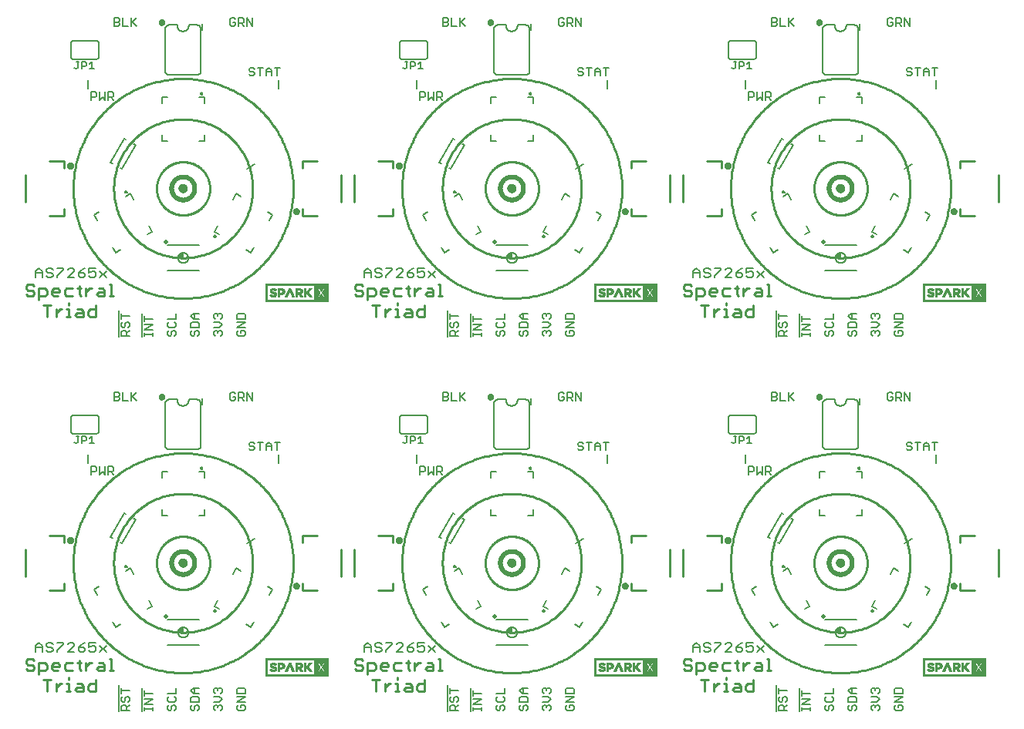
<source format=gto>
G75*
%MOIN*%
%OFA0B0*%
%FSLAX25Y25*%
%IPPOS*%
%LPD*%
%AMOC8*
5,1,8,0,0,1.08239X$1,22.5*
%
%ADD10C,0.00600*%
%ADD11C,0.00900*%
%ADD12C,0.00800*%
%ADD13C,0.00500*%
%ADD14C,0.02000*%
%ADD15C,0.01000*%
%ADD16C,0.00039*%
%ADD17C,0.00787*%
%ADD18C,0.00010*%
%ADD19C,0.01575*%
%ADD20C,0.01200*%
D10*
X0056600Y0044333D02*
X0056600Y0055383D01*
X0057797Y0054268D02*
X0057797Y0052000D01*
X0057797Y0053134D02*
X0061200Y0053134D01*
X0060633Y0050585D02*
X0061200Y0050018D01*
X0061200Y0048884D01*
X0060633Y0048317D01*
X0059499Y0048884D02*
X0059499Y0050018D01*
X0060066Y0050585D01*
X0060633Y0050585D01*
X0059499Y0048884D02*
X0058932Y0048317D01*
X0058364Y0048317D01*
X0057797Y0048884D01*
X0057797Y0050018D01*
X0058364Y0050585D01*
X0058364Y0046902D02*
X0059499Y0046902D01*
X0060066Y0046335D01*
X0060066Y0044633D01*
X0061200Y0044633D02*
X0057797Y0044633D01*
X0057797Y0046335D01*
X0058364Y0046902D01*
X0060066Y0045768D02*
X0061200Y0046902D01*
X0066600Y0044334D02*
X0066600Y0054155D01*
X0067797Y0053041D02*
X0067797Y0050772D01*
X0067797Y0051906D02*
X0071200Y0051906D01*
X0071200Y0049358D02*
X0067797Y0049358D01*
X0067797Y0047089D02*
X0071200Y0049358D01*
X0071200Y0047089D02*
X0067797Y0047089D01*
X0067797Y0045768D02*
X0067797Y0044634D01*
X0067797Y0045201D02*
X0071200Y0045201D01*
X0071200Y0044634D02*
X0071200Y0045768D01*
X0077797Y0046335D02*
X0077797Y0045201D01*
X0078364Y0044633D01*
X0078931Y0044633D01*
X0079499Y0045201D01*
X0079499Y0046335D01*
X0080066Y0046902D01*
X0080633Y0046902D01*
X0081200Y0046335D01*
X0081200Y0045201D01*
X0080633Y0044633D01*
X0078364Y0046902D02*
X0077797Y0046335D01*
X0078364Y0048317D02*
X0080633Y0048317D01*
X0081200Y0048884D01*
X0081200Y0050018D01*
X0080633Y0050585D01*
X0081200Y0052000D02*
X0081200Y0054268D01*
X0081200Y0052000D02*
X0077797Y0052000D01*
X0078364Y0050585D02*
X0077797Y0050018D01*
X0077797Y0048884D01*
X0078364Y0048317D01*
X0087797Y0048317D02*
X0087797Y0050018D01*
X0088364Y0050585D01*
X0090633Y0050585D01*
X0091200Y0050018D01*
X0091200Y0048317D01*
X0087797Y0048317D01*
X0088364Y0046902D02*
X0087797Y0046335D01*
X0087797Y0045201D01*
X0088364Y0044634D01*
X0088931Y0044634D01*
X0089499Y0045201D01*
X0089499Y0046335D01*
X0090066Y0046902D01*
X0090633Y0046902D01*
X0091200Y0046335D01*
X0091200Y0045201D01*
X0090633Y0044634D01*
X0097797Y0045201D02*
X0097797Y0046335D01*
X0098364Y0046902D01*
X0098931Y0046902D01*
X0099499Y0046335D01*
X0100066Y0046902D01*
X0100633Y0046902D01*
X0101200Y0046335D01*
X0101200Y0045201D01*
X0100633Y0044634D01*
X0099499Y0045768D02*
X0099499Y0046335D01*
X0098364Y0044634D02*
X0097797Y0045201D01*
X0097797Y0048317D02*
X0100066Y0048317D01*
X0101200Y0049451D01*
X0100066Y0050585D01*
X0097797Y0050585D01*
X0098364Y0052000D02*
X0097797Y0052567D01*
X0097797Y0053701D01*
X0098364Y0054268D01*
X0098931Y0054268D01*
X0099499Y0053701D01*
X0100066Y0054268D01*
X0100633Y0054268D01*
X0101200Y0053701D01*
X0101200Y0052567D01*
X0100633Y0052000D01*
X0099499Y0053134D02*
X0099499Y0053701D01*
X0107797Y0053701D02*
X0107797Y0052000D01*
X0111200Y0052000D01*
X0111200Y0053701D01*
X0110633Y0054268D01*
X0108364Y0054268D01*
X0107797Y0053701D01*
X0107797Y0050585D02*
X0111200Y0050585D01*
X0107797Y0048317D01*
X0111200Y0048317D01*
X0110633Y0046902D02*
X0109498Y0046902D01*
X0109498Y0045768D01*
X0108364Y0046902D02*
X0107797Y0046335D01*
X0107797Y0045201D01*
X0108364Y0044633D01*
X0110633Y0044633D01*
X0111200Y0045201D01*
X0111200Y0046335D01*
X0110633Y0046902D01*
X0091200Y0052000D02*
X0088931Y0052000D01*
X0087797Y0053134D01*
X0088931Y0054268D01*
X0091200Y0054268D01*
X0089499Y0054268D02*
X0089499Y0052000D01*
X0054410Y0146633D02*
X0053276Y0147768D01*
X0053843Y0147768D02*
X0052142Y0147768D01*
X0052142Y0146633D02*
X0052142Y0150036D01*
X0053843Y0150036D01*
X0054410Y0149469D01*
X0054410Y0148335D01*
X0053843Y0147768D01*
X0050727Y0146633D02*
X0050727Y0150036D01*
X0048458Y0150036D02*
X0048458Y0146633D01*
X0049593Y0147768D01*
X0050727Y0146633D01*
X0047044Y0148335D02*
X0046477Y0147768D01*
X0044775Y0147768D01*
X0044775Y0146633D02*
X0044775Y0150036D01*
X0046477Y0150036D01*
X0047044Y0149469D01*
X0047044Y0148335D01*
X0047000Y0164333D02*
X0037000Y0164333D01*
X0036940Y0164335D01*
X0036879Y0164340D01*
X0036820Y0164349D01*
X0036761Y0164362D01*
X0036702Y0164378D01*
X0036645Y0164398D01*
X0036590Y0164421D01*
X0036535Y0164448D01*
X0036483Y0164477D01*
X0036432Y0164510D01*
X0036383Y0164546D01*
X0036337Y0164584D01*
X0036293Y0164626D01*
X0036251Y0164670D01*
X0036213Y0164716D01*
X0036177Y0164765D01*
X0036144Y0164816D01*
X0036115Y0164868D01*
X0036088Y0164923D01*
X0036065Y0164978D01*
X0036045Y0165035D01*
X0036029Y0165094D01*
X0036016Y0165153D01*
X0036007Y0165212D01*
X0036002Y0165273D01*
X0036000Y0165333D01*
X0036000Y0171333D01*
X0036002Y0171393D01*
X0036007Y0171454D01*
X0036016Y0171513D01*
X0036029Y0171572D01*
X0036045Y0171631D01*
X0036065Y0171688D01*
X0036088Y0171743D01*
X0036115Y0171798D01*
X0036144Y0171850D01*
X0036177Y0171901D01*
X0036213Y0171950D01*
X0036251Y0171996D01*
X0036293Y0172040D01*
X0036337Y0172082D01*
X0036383Y0172120D01*
X0036432Y0172156D01*
X0036483Y0172189D01*
X0036535Y0172218D01*
X0036590Y0172245D01*
X0036645Y0172268D01*
X0036702Y0172288D01*
X0036761Y0172304D01*
X0036820Y0172317D01*
X0036879Y0172326D01*
X0036940Y0172331D01*
X0037000Y0172333D01*
X0047000Y0172333D01*
X0047060Y0172331D01*
X0047121Y0172326D01*
X0047180Y0172317D01*
X0047239Y0172304D01*
X0047298Y0172288D01*
X0047355Y0172268D01*
X0047410Y0172245D01*
X0047465Y0172218D01*
X0047517Y0172189D01*
X0047568Y0172156D01*
X0047617Y0172120D01*
X0047663Y0172082D01*
X0047707Y0172040D01*
X0047749Y0171996D01*
X0047787Y0171950D01*
X0047823Y0171901D01*
X0047856Y0171850D01*
X0047885Y0171798D01*
X0047912Y0171743D01*
X0047935Y0171688D01*
X0047955Y0171631D01*
X0047971Y0171572D01*
X0047984Y0171513D01*
X0047993Y0171454D01*
X0047998Y0171393D01*
X0048000Y0171333D01*
X0048000Y0165333D01*
X0047998Y0165273D01*
X0047993Y0165212D01*
X0047984Y0165153D01*
X0047971Y0165094D01*
X0047955Y0165035D01*
X0047935Y0164978D01*
X0047912Y0164923D01*
X0047885Y0164868D01*
X0047856Y0164816D01*
X0047823Y0164765D01*
X0047787Y0164716D01*
X0047749Y0164670D01*
X0047707Y0164626D01*
X0047663Y0164584D01*
X0047617Y0164546D01*
X0047568Y0164510D01*
X0047517Y0164477D01*
X0047465Y0164448D01*
X0047410Y0164421D01*
X0047355Y0164398D01*
X0047298Y0164378D01*
X0047239Y0164362D01*
X0047180Y0164349D01*
X0047121Y0164340D01*
X0047060Y0164335D01*
X0047000Y0164333D01*
X0054775Y0178633D02*
X0056477Y0178633D01*
X0057044Y0179200D01*
X0057044Y0179767D01*
X0056477Y0180335D01*
X0054775Y0180335D01*
X0054775Y0182036D02*
X0056477Y0182036D01*
X0057044Y0181469D01*
X0057044Y0180902D01*
X0056477Y0180335D01*
X0054775Y0178633D02*
X0054775Y0182036D01*
X0058458Y0182036D02*
X0058458Y0178633D01*
X0060727Y0178633D01*
X0062142Y0178633D02*
X0062142Y0182036D01*
X0062709Y0180335D02*
X0064410Y0178633D01*
X0062142Y0179767D02*
X0064410Y0182036D01*
X0066600Y0206334D02*
X0066600Y0216155D01*
X0067797Y0215041D02*
X0067797Y0212772D01*
X0067797Y0213906D02*
X0071200Y0213906D01*
X0071200Y0211358D02*
X0067797Y0211358D01*
X0067797Y0209089D02*
X0071200Y0211358D01*
X0071200Y0209089D02*
X0067797Y0209089D01*
X0067797Y0207768D02*
X0067797Y0206634D01*
X0067797Y0207201D02*
X0071200Y0207201D01*
X0071200Y0206634D02*
X0071200Y0207768D01*
X0077797Y0208335D02*
X0077797Y0207201D01*
X0078364Y0206633D01*
X0078931Y0206633D01*
X0079499Y0207201D01*
X0079499Y0208335D01*
X0080066Y0208902D01*
X0080633Y0208902D01*
X0081200Y0208335D01*
X0081200Y0207201D01*
X0080633Y0206633D01*
X0078364Y0208902D02*
X0077797Y0208335D01*
X0078364Y0210317D02*
X0080633Y0210317D01*
X0081200Y0210884D01*
X0081200Y0212018D01*
X0080633Y0212585D01*
X0081200Y0214000D02*
X0081200Y0216268D01*
X0081200Y0214000D02*
X0077797Y0214000D01*
X0078364Y0212585D02*
X0077797Y0212018D01*
X0077797Y0210884D01*
X0078364Y0210317D01*
X0087797Y0210317D02*
X0087797Y0212018D01*
X0088364Y0212585D01*
X0090633Y0212585D01*
X0091200Y0212018D01*
X0091200Y0210317D01*
X0087797Y0210317D01*
X0088364Y0208902D02*
X0087797Y0208335D01*
X0087797Y0207201D01*
X0088364Y0206634D01*
X0088931Y0206634D01*
X0089499Y0207201D01*
X0089499Y0208335D01*
X0090066Y0208902D01*
X0090633Y0208902D01*
X0091200Y0208335D01*
X0091200Y0207201D01*
X0090633Y0206634D01*
X0097797Y0207201D02*
X0097797Y0208335D01*
X0098364Y0208902D01*
X0098931Y0208902D01*
X0099499Y0208335D01*
X0100066Y0208902D01*
X0100633Y0208902D01*
X0101200Y0208335D01*
X0101200Y0207201D01*
X0100633Y0206634D01*
X0099499Y0207768D02*
X0099499Y0208335D01*
X0098364Y0206634D02*
X0097797Y0207201D01*
X0097797Y0210317D02*
X0100066Y0210317D01*
X0101200Y0211451D01*
X0100066Y0212585D01*
X0097797Y0212585D01*
X0098364Y0214000D02*
X0097797Y0214567D01*
X0097797Y0215701D01*
X0098364Y0216268D01*
X0098931Y0216268D01*
X0099499Y0215701D01*
X0100066Y0216268D01*
X0100633Y0216268D01*
X0101200Y0215701D01*
X0101200Y0214567D01*
X0100633Y0214000D01*
X0099499Y0215134D02*
X0099499Y0215701D01*
X0107797Y0215701D02*
X0107797Y0214000D01*
X0111200Y0214000D01*
X0111200Y0215701D01*
X0110633Y0216268D01*
X0108364Y0216268D01*
X0107797Y0215701D01*
X0107797Y0212585D02*
X0111200Y0212585D01*
X0107797Y0210317D01*
X0111200Y0210317D01*
X0110633Y0208902D02*
X0109498Y0208902D01*
X0109498Y0207768D01*
X0108364Y0208902D02*
X0107797Y0208335D01*
X0107797Y0207201D01*
X0108364Y0206633D01*
X0110633Y0206633D01*
X0111200Y0207201D01*
X0111200Y0208335D01*
X0110633Y0208902D01*
X0091200Y0214000D02*
X0088931Y0214000D01*
X0087797Y0215134D01*
X0088931Y0216268D01*
X0091200Y0216268D01*
X0089499Y0216268D02*
X0089499Y0214000D01*
X0061200Y0215134D02*
X0057797Y0215134D01*
X0057797Y0214000D02*
X0057797Y0216268D01*
X0056600Y0217383D02*
X0056600Y0206333D01*
X0057797Y0206633D02*
X0057797Y0208335D01*
X0058364Y0208902D01*
X0059499Y0208902D01*
X0060066Y0208335D01*
X0060066Y0206633D01*
X0061200Y0206633D02*
X0057797Y0206633D01*
X0060066Y0207768D02*
X0061200Y0208902D01*
X0060633Y0210317D02*
X0061200Y0210884D01*
X0061200Y0212018D01*
X0060633Y0212585D01*
X0060066Y0212585D01*
X0059499Y0212018D01*
X0059499Y0210884D01*
X0058932Y0210317D01*
X0058364Y0210317D01*
X0057797Y0210884D01*
X0057797Y0212018D01*
X0058364Y0212585D01*
X0104775Y0181469D02*
X0104775Y0179200D01*
X0105342Y0178633D01*
X0106477Y0178633D01*
X0107044Y0179200D01*
X0107044Y0180335D01*
X0105910Y0180335D01*
X0107044Y0181469D02*
X0106477Y0182036D01*
X0105342Y0182036D01*
X0104775Y0181469D01*
X0108458Y0182036D02*
X0108458Y0178633D01*
X0108458Y0179767D02*
X0110160Y0179767D01*
X0110727Y0180335D01*
X0110727Y0181469D01*
X0110160Y0182036D01*
X0108458Y0182036D01*
X0109593Y0179767D02*
X0110727Y0178633D01*
X0112142Y0178633D02*
X0112142Y0182036D01*
X0114410Y0178633D01*
X0114410Y0182036D01*
X0114635Y0160536D02*
X0113501Y0160536D01*
X0112934Y0159969D01*
X0112934Y0159402D01*
X0113501Y0158835D01*
X0114635Y0158835D01*
X0115202Y0158268D01*
X0115202Y0157700D01*
X0114635Y0157133D01*
X0113501Y0157133D01*
X0112934Y0157700D01*
X0115202Y0159969D02*
X0114635Y0160536D01*
X0116617Y0160536D02*
X0118885Y0160536D01*
X0117751Y0160536D02*
X0117751Y0157133D01*
X0120300Y0157133D02*
X0120300Y0159402D01*
X0121434Y0160536D01*
X0122569Y0159402D01*
X0122569Y0157133D01*
X0122569Y0158835D02*
X0120300Y0158835D01*
X0123983Y0160536D02*
X0126252Y0160536D01*
X0125117Y0160536D02*
X0125117Y0157133D01*
X0178000Y0165333D02*
X0178000Y0171333D01*
X0178002Y0171393D01*
X0178007Y0171454D01*
X0178016Y0171513D01*
X0178029Y0171572D01*
X0178045Y0171631D01*
X0178065Y0171688D01*
X0178088Y0171743D01*
X0178115Y0171798D01*
X0178144Y0171850D01*
X0178177Y0171901D01*
X0178213Y0171950D01*
X0178251Y0171996D01*
X0178293Y0172040D01*
X0178337Y0172082D01*
X0178383Y0172120D01*
X0178432Y0172156D01*
X0178483Y0172189D01*
X0178535Y0172218D01*
X0178590Y0172245D01*
X0178645Y0172268D01*
X0178702Y0172288D01*
X0178761Y0172304D01*
X0178820Y0172317D01*
X0178879Y0172326D01*
X0178940Y0172331D01*
X0179000Y0172333D01*
X0189000Y0172333D01*
X0189060Y0172331D01*
X0189121Y0172326D01*
X0189180Y0172317D01*
X0189239Y0172304D01*
X0189298Y0172288D01*
X0189355Y0172268D01*
X0189410Y0172245D01*
X0189465Y0172218D01*
X0189517Y0172189D01*
X0189568Y0172156D01*
X0189617Y0172120D01*
X0189663Y0172082D01*
X0189707Y0172040D01*
X0189749Y0171996D01*
X0189787Y0171950D01*
X0189823Y0171901D01*
X0189856Y0171850D01*
X0189885Y0171798D01*
X0189912Y0171743D01*
X0189935Y0171688D01*
X0189955Y0171631D01*
X0189971Y0171572D01*
X0189984Y0171513D01*
X0189993Y0171454D01*
X0189998Y0171393D01*
X0190000Y0171333D01*
X0190000Y0165333D01*
X0189998Y0165273D01*
X0189993Y0165212D01*
X0189984Y0165153D01*
X0189971Y0165094D01*
X0189955Y0165035D01*
X0189935Y0164978D01*
X0189912Y0164923D01*
X0189885Y0164868D01*
X0189856Y0164816D01*
X0189823Y0164765D01*
X0189787Y0164716D01*
X0189749Y0164670D01*
X0189707Y0164626D01*
X0189663Y0164584D01*
X0189617Y0164546D01*
X0189568Y0164510D01*
X0189517Y0164477D01*
X0189465Y0164448D01*
X0189410Y0164421D01*
X0189355Y0164398D01*
X0189298Y0164378D01*
X0189239Y0164362D01*
X0189180Y0164349D01*
X0189121Y0164340D01*
X0189060Y0164335D01*
X0189000Y0164333D01*
X0179000Y0164333D01*
X0178940Y0164335D01*
X0178879Y0164340D01*
X0178820Y0164349D01*
X0178761Y0164362D01*
X0178702Y0164378D01*
X0178645Y0164398D01*
X0178590Y0164421D01*
X0178535Y0164448D01*
X0178483Y0164477D01*
X0178432Y0164510D01*
X0178383Y0164546D01*
X0178337Y0164584D01*
X0178293Y0164626D01*
X0178251Y0164670D01*
X0178213Y0164716D01*
X0178177Y0164765D01*
X0178144Y0164816D01*
X0178115Y0164868D01*
X0178088Y0164923D01*
X0178065Y0164978D01*
X0178045Y0165035D01*
X0178029Y0165094D01*
X0178016Y0165153D01*
X0178007Y0165212D01*
X0178002Y0165273D01*
X0178000Y0165333D01*
X0186775Y0150036D02*
X0188477Y0150036D01*
X0189044Y0149469D01*
X0189044Y0148335D01*
X0188477Y0147768D01*
X0186775Y0147768D01*
X0186775Y0146633D02*
X0186775Y0150036D01*
X0190458Y0150036D02*
X0190458Y0146633D01*
X0191593Y0147768D01*
X0192727Y0146633D01*
X0192727Y0150036D01*
X0194142Y0150036D02*
X0195843Y0150036D01*
X0196410Y0149469D01*
X0196410Y0148335D01*
X0195843Y0147768D01*
X0194142Y0147768D01*
X0195276Y0147768D02*
X0196410Y0146633D01*
X0194142Y0146633D02*
X0194142Y0150036D01*
X0196775Y0178633D02*
X0198477Y0178633D01*
X0199044Y0179200D01*
X0199044Y0179767D01*
X0198477Y0180335D01*
X0196775Y0180335D01*
X0196775Y0182036D02*
X0198477Y0182036D01*
X0199044Y0181469D01*
X0199044Y0180902D01*
X0198477Y0180335D01*
X0196775Y0178633D02*
X0196775Y0182036D01*
X0200458Y0182036D02*
X0200458Y0178633D01*
X0202727Y0178633D01*
X0204142Y0178633D02*
X0204142Y0182036D01*
X0204709Y0180335D02*
X0206410Y0178633D01*
X0204142Y0179767D02*
X0206410Y0182036D01*
X0208600Y0206334D02*
X0208600Y0216155D01*
X0209797Y0215041D02*
X0209797Y0212772D01*
X0209797Y0213906D02*
X0213200Y0213906D01*
X0213200Y0211358D02*
X0209797Y0211358D01*
X0209797Y0209089D02*
X0213200Y0211358D01*
X0213200Y0209089D02*
X0209797Y0209089D01*
X0209797Y0207768D02*
X0209797Y0206634D01*
X0209797Y0207201D02*
X0213200Y0207201D01*
X0213200Y0206634D02*
X0213200Y0207768D01*
X0219797Y0208335D02*
X0219797Y0207201D01*
X0220364Y0206633D01*
X0220931Y0206633D01*
X0221499Y0207201D01*
X0221499Y0208335D01*
X0222066Y0208902D01*
X0222633Y0208902D01*
X0223200Y0208335D01*
X0223200Y0207201D01*
X0222633Y0206633D01*
X0220364Y0208902D02*
X0219797Y0208335D01*
X0220364Y0210317D02*
X0222633Y0210317D01*
X0223200Y0210884D01*
X0223200Y0212018D01*
X0222633Y0212585D01*
X0223200Y0214000D02*
X0223200Y0216268D01*
X0223200Y0214000D02*
X0219797Y0214000D01*
X0220364Y0212585D02*
X0219797Y0212018D01*
X0219797Y0210884D01*
X0220364Y0210317D01*
X0229797Y0210317D02*
X0229797Y0212018D01*
X0230364Y0212585D01*
X0232633Y0212585D01*
X0233200Y0212018D01*
X0233200Y0210317D01*
X0229797Y0210317D01*
X0230364Y0208902D02*
X0229797Y0208335D01*
X0229797Y0207201D01*
X0230364Y0206634D01*
X0230931Y0206634D01*
X0231499Y0207201D01*
X0231499Y0208335D01*
X0232066Y0208902D01*
X0232633Y0208902D01*
X0233200Y0208335D01*
X0233200Y0207201D01*
X0232633Y0206634D01*
X0239797Y0207201D02*
X0239797Y0208335D01*
X0240364Y0208902D01*
X0240931Y0208902D01*
X0241499Y0208335D01*
X0242066Y0208902D01*
X0242633Y0208902D01*
X0243200Y0208335D01*
X0243200Y0207201D01*
X0242633Y0206634D01*
X0241499Y0207768D02*
X0241499Y0208335D01*
X0240364Y0206634D02*
X0239797Y0207201D01*
X0239797Y0210317D02*
X0242066Y0210317D01*
X0243200Y0211451D01*
X0242066Y0212585D01*
X0239797Y0212585D01*
X0240364Y0214000D02*
X0239797Y0214567D01*
X0239797Y0215701D01*
X0240364Y0216268D01*
X0240931Y0216268D01*
X0241499Y0215701D01*
X0242066Y0216268D01*
X0242633Y0216268D01*
X0243200Y0215701D01*
X0243200Y0214567D01*
X0242633Y0214000D01*
X0241499Y0215134D02*
X0241499Y0215701D01*
X0233200Y0216268D02*
X0230931Y0216268D01*
X0229797Y0215134D01*
X0230931Y0214000D01*
X0233200Y0214000D01*
X0231499Y0214000D02*
X0231499Y0216268D01*
X0249797Y0215701D02*
X0249797Y0214000D01*
X0253200Y0214000D01*
X0253200Y0215701D01*
X0252633Y0216268D01*
X0250364Y0216268D01*
X0249797Y0215701D01*
X0249797Y0212585D02*
X0253200Y0212585D01*
X0249797Y0210317D01*
X0253200Y0210317D01*
X0252633Y0208902D02*
X0251498Y0208902D01*
X0251498Y0207768D01*
X0250364Y0208902D02*
X0249797Y0208335D01*
X0249797Y0207201D01*
X0250364Y0206633D01*
X0252633Y0206633D01*
X0253200Y0207201D01*
X0253200Y0208335D01*
X0252633Y0208902D01*
X0252160Y0182036D02*
X0252727Y0181469D01*
X0252727Y0180335D01*
X0252160Y0179767D01*
X0250458Y0179767D01*
X0250458Y0178633D02*
X0250458Y0182036D01*
X0252160Y0182036D01*
X0254142Y0182036D02*
X0256410Y0178633D01*
X0256410Y0182036D01*
X0254142Y0182036D02*
X0254142Y0178633D01*
X0252727Y0178633D02*
X0251593Y0179767D01*
X0249044Y0179200D02*
X0249044Y0180335D01*
X0247910Y0180335D01*
X0249044Y0181469D02*
X0248477Y0182036D01*
X0247342Y0182036D01*
X0246775Y0181469D01*
X0246775Y0179200D01*
X0247342Y0178633D01*
X0248477Y0178633D01*
X0249044Y0179200D01*
X0255501Y0160536D02*
X0254934Y0159969D01*
X0254934Y0159402D01*
X0255501Y0158835D01*
X0256635Y0158835D01*
X0257202Y0158268D01*
X0257202Y0157700D01*
X0256635Y0157133D01*
X0255501Y0157133D01*
X0254934Y0157700D01*
X0255501Y0160536D02*
X0256635Y0160536D01*
X0257202Y0159969D01*
X0258617Y0160536D02*
X0260885Y0160536D01*
X0259751Y0160536D02*
X0259751Y0157133D01*
X0262300Y0157133D02*
X0262300Y0159402D01*
X0263434Y0160536D01*
X0264569Y0159402D01*
X0264569Y0157133D01*
X0264569Y0158835D02*
X0262300Y0158835D01*
X0265983Y0160536D02*
X0268252Y0160536D01*
X0267117Y0160536D02*
X0267117Y0157133D01*
X0320000Y0165333D02*
X0320000Y0171333D01*
X0320002Y0171393D01*
X0320007Y0171454D01*
X0320016Y0171513D01*
X0320029Y0171572D01*
X0320045Y0171631D01*
X0320065Y0171688D01*
X0320088Y0171743D01*
X0320115Y0171798D01*
X0320144Y0171850D01*
X0320177Y0171901D01*
X0320213Y0171950D01*
X0320251Y0171996D01*
X0320293Y0172040D01*
X0320337Y0172082D01*
X0320383Y0172120D01*
X0320432Y0172156D01*
X0320483Y0172189D01*
X0320535Y0172218D01*
X0320590Y0172245D01*
X0320645Y0172268D01*
X0320702Y0172288D01*
X0320761Y0172304D01*
X0320820Y0172317D01*
X0320879Y0172326D01*
X0320940Y0172331D01*
X0321000Y0172333D01*
X0331000Y0172333D01*
X0331060Y0172331D01*
X0331121Y0172326D01*
X0331180Y0172317D01*
X0331239Y0172304D01*
X0331298Y0172288D01*
X0331355Y0172268D01*
X0331410Y0172245D01*
X0331465Y0172218D01*
X0331517Y0172189D01*
X0331568Y0172156D01*
X0331617Y0172120D01*
X0331663Y0172082D01*
X0331707Y0172040D01*
X0331749Y0171996D01*
X0331787Y0171950D01*
X0331823Y0171901D01*
X0331856Y0171850D01*
X0331885Y0171798D01*
X0331912Y0171743D01*
X0331935Y0171688D01*
X0331955Y0171631D01*
X0331971Y0171572D01*
X0331984Y0171513D01*
X0331993Y0171454D01*
X0331998Y0171393D01*
X0332000Y0171333D01*
X0332000Y0165333D01*
X0331998Y0165273D01*
X0331993Y0165212D01*
X0331984Y0165153D01*
X0331971Y0165094D01*
X0331955Y0165035D01*
X0331935Y0164978D01*
X0331912Y0164923D01*
X0331885Y0164868D01*
X0331856Y0164816D01*
X0331823Y0164765D01*
X0331787Y0164716D01*
X0331749Y0164670D01*
X0331707Y0164626D01*
X0331663Y0164584D01*
X0331617Y0164546D01*
X0331568Y0164510D01*
X0331517Y0164477D01*
X0331465Y0164448D01*
X0331410Y0164421D01*
X0331355Y0164398D01*
X0331298Y0164378D01*
X0331239Y0164362D01*
X0331180Y0164349D01*
X0331121Y0164340D01*
X0331060Y0164335D01*
X0331000Y0164333D01*
X0321000Y0164333D01*
X0320940Y0164335D01*
X0320879Y0164340D01*
X0320820Y0164349D01*
X0320761Y0164362D01*
X0320702Y0164378D01*
X0320645Y0164398D01*
X0320590Y0164421D01*
X0320535Y0164448D01*
X0320483Y0164477D01*
X0320432Y0164510D01*
X0320383Y0164546D01*
X0320337Y0164584D01*
X0320293Y0164626D01*
X0320251Y0164670D01*
X0320213Y0164716D01*
X0320177Y0164765D01*
X0320144Y0164816D01*
X0320115Y0164868D01*
X0320088Y0164923D01*
X0320065Y0164978D01*
X0320045Y0165035D01*
X0320029Y0165094D01*
X0320016Y0165153D01*
X0320007Y0165212D01*
X0320002Y0165273D01*
X0320000Y0165333D01*
X0328775Y0150036D02*
X0330477Y0150036D01*
X0331044Y0149469D01*
X0331044Y0148335D01*
X0330477Y0147768D01*
X0328775Y0147768D01*
X0328775Y0146633D02*
X0328775Y0150036D01*
X0332458Y0150036D02*
X0332458Y0146633D01*
X0333593Y0147768D01*
X0334727Y0146633D01*
X0334727Y0150036D01*
X0336142Y0150036D02*
X0336142Y0146633D01*
X0336142Y0147768D02*
X0337843Y0147768D01*
X0338410Y0148335D01*
X0338410Y0149469D01*
X0337843Y0150036D01*
X0336142Y0150036D01*
X0337276Y0147768D02*
X0338410Y0146633D01*
X0338775Y0178633D02*
X0340477Y0178633D01*
X0341044Y0179200D01*
X0341044Y0179767D01*
X0340477Y0180335D01*
X0338775Y0180335D01*
X0338775Y0182036D02*
X0340477Y0182036D01*
X0341044Y0181469D01*
X0341044Y0180902D01*
X0340477Y0180335D01*
X0338775Y0178633D02*
X0338775Y0182036D01*
X0342458Y0182036D02*
X0342458Y0178633D01*
X0344727Y0178633D01*
X0346142Y0178633D02*
X0346142Y0182036D01*
X0346709Y0180335D02*
X0348410Y0178633D01*
X0346142Y0179767D02*
X0348410Y0182036D01*
X0350600Y0206334D02*
X0350600Y0216155D01*
X0351797Y0215041D02*
X0351797Y0212772D01*
X0351797Y0213906D02*
X0355200Y0213906D01*
X0355200Y0211358D02*
X0351797Y0211358D01*
X0351797Y0209089D02*
X0355200Y0211358D01*
X0355200Y0209089D02*
X0351797Y0209089D01*
X0351797Y0207768D02*
X0351797Y0206634D01*
X0351797Y0207201D02*
X0355200Y0207201D01*
X0355200Y0206634D02*
X0355200Y0207768D01*
X0361797Y0208335D02*
X0361797Y0207201D01*
X0362364Y0206633D01*
X0362931Y0206633D01*
X0363499Y0207201D01*
X0363499Y0208335D01*
X0364066Y0208902D01*
X0364633Y0208902D01*
X0365200Y0208335D01*
X0365200Y0207201D01*
X0364633Y0206633D01*
X0362364Y0208902D02*
X0361797Y0208335D01*
X0362364Y0210317D02*
X0364633Y0210317D01*
X0365200Y0210884D01*
X0365200Y0212018D01*
X0364633Y0212585D01*
X0365200Y0214000D02*
X0365200Y0216268D01*
X0365200Y0214000D02*
X0361797Y0214000D01*
X0362364Y0212585D02*
X0361797Y0212018D01*
X0361797Y0210884D01*
X0362364Y0210317D01*
X0371797Y0210317D02*
X0371797Y0212018D01*
X0372364Y0212585D01*
X0374633Y0212585D01*
X0375200Y0212018D01*
X0375200Y0210317D01*
X0371797Y0210317D01*
X0372364Y0208902D02*
X0371797Y0208335D01*
X0371797Y0207201D01*
X0372364Y0206634D01*
X0372931Y0206634D01*
X0373499Y0207201D01*
X0373499Y0208335D01*
X0374066Y0208902D01*
X0374633Y0208902D01*
X0375200Y0208335D01*
X0375200Y0207201D01*
X0374633Y0206634D01*
X0375200Y0214000D02*
X0372931Y0214000D01*
X0371797Y0215134D01*
X0372931Y0216268D01*
X0375200Y0216268D01*
X0373499Y0216268D02*
X0373499Y0214000D01*
X0381797Y0214567D02*
X0382364Y0214000D01*
X0381797Y0214567D02*
X0381797Y0215701D01*
X0382364Y0216268D01*
X0382931Y0216268D01*
X0383499Y0215701D01*
X0384066Y0216268D01*
X0384633Y0216268D01*
X0385200Y0215701D01*
X0385200Y0214567D01*
X0384633Y0214000D01*
X0384066Y0212585D02*
X0381797Y0212585D01*
X0381797Y0210317D02*
X0384066Y0210317D01*
X0385200Y0211451D01*
X0384066Y0212585D01*
X0383499Y0215134D02*
X0383499Y0215701D01*
X0384066Y0208902D02*
X0384633Y0208902D01*
X0385200Y0208335D01*
X0385200Y0207201D01*
X0384633Y0206634D01*
X0383499Y0207768D02*
X0383499Y0208335D01*
X0384066Y0208902D01*
X0383499Y0208335D02*
X0382931Y0208902D01*
X0382364Y0208902D01*
X0381797Y0208335D01*
X0381797Y0207201D01*
X0382364Y0206634D01*
X0391797Y0207201D02*
X0392364Y0206633D01*
X0394633Y0206633D01*
X0395200Y0207201D01*
X0395200Y0208335D01*
X0394633Y0208902D01*
X0393498Y0208902D01*
X0393498Y0207768D01*
X0392364Y0208902D02*
X0391797Y0208335D01*
X0391797Y0207201D01*
X0391797Y0210317D02*
X0395200Y0212585D01*
X0391797Y0212585D01*
X0391797Y0214000D02*
X0391797Y0215701D01*
X0392364Y0216268D01*
X0394633Y0216268D01*
X0395200Y0215701D01*
X0395200Y0214000D01*
X0391797Y0214000D01*
X0391797Y0210317D02*
X0395200Y0210317D01*
X0396142Y0182036D02*
X0398410Y0178633D01*
X0398410Y0182036D01*
X0396142Y0182036D02*
X0396142Y0178633D01*
X0394727Y0178633D02*
X0393593Y0179767D01*
X0394160Y0179767D02*
X0392458Y0179767D01*
X0392458Y0178633D02*
X0392458Y0182036D01*
X0394160Y0182036D01*
X0394727Y0181469D01*
X0394727Y0180335D01*
X0394160Y0179767D01*
X0391044Y0179200D02*
X0391044Y0180335D01*
X0389910Y0180335D01*
X0391044Y0181469D02*
X0390477Y0182036D01*
X0389342Y0182036D01*
X0388775Y0181469D01*
X0388775Y0179200D01*
X0389342Y0178633D01*
X0390477Y0178633D01*
X0391044Y0179200D01*
X0397501Y0160536D02*
X0396934Y0159969D01*
X0396934Y0159402D01*
X0397501Y0158835D01*
X0398635Y0158835D01*
X0399202Y0158268D01*
X0399202Y0157700D01*
X0398635Y0157133D01*
X0397501Y0157133D01*
X0396934Y0157700D01*
X0397501Y0160536D02*
X0398635Y0160536D01*
X0399202Y0159969D01*
X0400617Y0160536D02*
X0402885Y0160536D01*
X0401751Y0160536D02*
X0401751Y0157133D01*
X0404300Y0157133D02*
X0404300Y0159402D01*
X0405434Y0160536D01*
X0406569Y0159402D01*
X0406569Y0157133D01*
X0406569Y0158835D02*
X0404300Y0158835D01*
X0407983Y0160536D02*
X0410252Y0160536D01*
X0409117Y0160536D02*
X0409117Y0157133D01*
X0345200Y0206633D02*
X0341797Y0206633D01*
X0341797Y0208335D01*
X0342364Y0208902D01*
X0343499Y0208902D01*
X0344066Y0208335D01*
X0344066Y0206633D01*
X0344066Y0207768D02*
X0345200Y0208902D01*
X0344633Y0210317D02*
X0345200Y0210884D01*
X0345200Y0212018D01*
X0344633Y0212585D01*
X0344066Y0212585D01*
X0343499Y0212018D01*
X0343499Y0210884D01*
X0342932Y0210317D01*
X0342364Y0210317D01*
X0341797Y0210884D01*
X0341797Y0212018D01*
X0342364Y0212585D01*
X0341797Y0214000D02*
X0341797Y0216268D01*
X0341797Y0215134D02*
X0345200Y0215134D01*
X0340600Y0217383D02*
X0340600Y0206333D01*
X0338410Y0308633D02*
X0337276Y0309768D01*
X0337843Y0309768D02*
X0336142Y0309768D01*
X0336142Y0308633D02*
X0336142Y0312036D01*
X0337843Y0312036D01*
X0338410Y0311469D01*
X0338410Y0310335D01*
X0337843Y0309768D01*
X0334727Y0308633D02*
X0334727Y0312036D01*
X0332458Y0312036D02*
X0332458Y0308633D01*
X0333593Y0309768D01*
X0334727Y0308633D01*
X0331044Y0310335D02*
X0330477Y0309768D01*
X0328775Y0309768D01*
X0328775Y0308633D02*
X0328775Y0312036D01*
X0330477Y0312036D01*
X0331044Y0311469D01*
X0331044Y0310335D01*
X0331000Y0326333D02*
X0321000Y0326333D01*
X0320940Y0326335D01*
X0320879Y0326340D01*
X0320820Y0326349D01*
X0320761Y0326362D01*
X0320702Y0326378D01*
X0320645Y0326398D01*
X0320590Y0326421D01*
X0320535Y0326448D01*
X0320483Y0326477D01*
X0320432Y0326510D01*
X0320383Y0326546D01*
X0320337Y0326584D01*
X0320293Y0326626D01*
X0320251Y0326670D01*
X0320213Y0326716D01*
X0320177Y0326765D01*
X0320144Y0326816D01*
X0320115Y0326868D01*
X0320088Y0326923D01*
X0320065Y0326978D01*
X0320045Y0327035D01*
X0320029Y0327094D01*
X0320016Y0327153D01*
X0320007Y0327212D01*
X0320002Y0327273D01*
X0320000Y0327333D01*
X0320000Y0333333D01*
X0320002Y0333393D01*
X0320007Y0333454D01*
X0320016Y0333513D01*
X0320029Y0333572D01*
X0320045Y0333631D01*
X0320065Y0333688D01*
X0320088Y0333743D01*
X0320115Y0333798D01*
X0320144Y0333850D01*
X0320177Y0333901D01*
X0320213Y0333950D01*
X0320251Y0333996D01*
X0320293Y0334040D01*
X0320337Y0334082D01*
X0320383Y0334120D01*
X0320432Y0334156D01*
X0320483Y0334189D01*
X0320535Y0334218D01*
X0320590Y0334245D01*
X0320645Y0334268D01*
X0320702Y0334288D01*
X0320761Y0334304D01*
X0320820Y0334317D01*
X0320879Y0334326D01*
X0320940Y0334331D01*
X0321000Y0334333D01*
X0331000Y0334333D01*
X0331060Y0334331D01*
X0331121Y0334326D01*
X0331180Y0334317D01*
X0331239Y0334304D01*
X0331298Y0334288D01*
X0331355Y0334268D01*
X0331410Y0334245D01*
X0331465Y0334218D01*
X0331517Y0334189D01*
X0331568Y0334156D01*
X0331617Y0334120D01*
X0331663Y0334082D01*
X0331707Y0334040D01*
X0331749Y0333996D01*
X0331787Y0333950D01*
X0331823Y0333901D01*
X0331856Y0333850D01*
X0331885Y0333798D01*
X0331912Y0333743D01*
X0331935Y0333688D01*
X0331955Y0333631D01*
X0331971Y0333572D01*
X0331984Y0333513D01*
X0331993Y0333454D01*
X0331998Y0333393D01*
X0332000Y0333333D01*
X0332000Y0327333D01*
X0331998Y0327273D01*
X0331993Y0327212D01*
X0331984Y0327153D01*
X0331971Y0327094D01*
X0331955Y0327035D01*
X0331935Y0326978D01*
X0331912Y0326923D01*
X0331885Y0326868D01*
X0331856Y0326816D01*
X0331823Y0326765D01*
X0331787Y0326716D01*
X0331749Y0326670D01*
X0331707Y0326626D01*
X0331663Y0326584D01*
X0331617Y0326546D01*
X0331568Y0326510D01*
X0331517Y0326477D01*
X0331465Y0326448D01*
X0331410Y0326421D01*
X0331355Y0326398D01*
X0331298Y0326378D01*
X0331239Y0326362D01*
X0331180Y0326349D01*
X0331121Y0326340D01*
X0331060Y0326335D01*
X0331000Y0326333D01*
X0338775Y0340633D02*
X0340477Y0340633D01*
X0341044Y0341200D01*
X0341044Y0341767D01*
X0340477Y0342335D01*
X0338775Y0342335D01*
X0338775Y0344036D02*
X0338775Y0340633D01*
X0340477Y0342335D02*
X0341044Y0342902D01*
X0341044Y0343469D01*
X0340477Y0344036D01*
X0338775Y0344036D01*
X0342458Y0344036D02*
X0342458Y0340633D01*
X0344727Y0340633D01*
X0346142Y0340633D02*
X0346142Y0344036D01*
X0346709Y0342335D02*
X0348410Y0340633D01*
X0346142Y0341767D02*
X0348410Y0344036D01*
X0388775Y0343469D02*
X0388775Y0341200D01*
X0389342Y0340633D01*
X0390477Y0340633D01*
X0391044Y0341200D01*
X0391044Y0342335D01*
X0389910Y0342335D01*
X0391044Y0343469D02*
X0390477Y0344036D01*
X0389342Y0344036D01*
X0388775Y0343469D01*
X0392458Y0344036D02*
X0394160Y0344036D01*
X0394727Y0343469D01*
X0394727Y0342335D01*
X0394160Y0341767D01*
X0392458Y0341767D01*
X0392458Y0340633D02*
X0392458Y0344036D01*
X0393593Y0341767D02*
X0394727Y0340633D01*
X0396142Y0340633D02*
X0396142Y0344036D01*
X0398410Y0340633D01*
X0398410Y0344036D01*
X0398635Y0322536D02*
X0397501Y0322536D01*
X0396934Y0321969D01*
X0396934Y0321402D01*
X0397501Y0320835D01*
X0398635Y0320835D01*
X0399202Y0320268D01*
X0399202Y0319700D01*
X0398635Y0319133D01*
X0397501Y0319133D01*
X0396934Y0319700D01*
X0399202Y0321969D02*
X0398635Y0322536D01*
X0400617Y0322536D02*
X0402885Y0322536D01*
X0401751Y0322536D02*
X0401751Y0319133D01*
X0404300Y0319133D02*
X0404300Y0321402D01*
X0405434Y0322536D01*
X0406569Y0321402D01*
X0406569Y0319133D01*
X0406569Y0320835D02*
X0404300Y0320835D01*
X0407983Y0322536D02*
X0410252Y0322536D01*
X0409117Y0322536D02*
X0409117Y0319133D01*
X0268252Y0322536D02*
X0265983Y0322536D01*
X0267117Y0322536D02*
X0267117Y0319133D01*
X0264569Y0319133D02*
X0264569Y0321402D01*
X0263434Y0322536D01*
X0262300Y0321402D01*
X0262300Y0319133D01*
X0262300Y0320835D02*
X0264569Y0320835D01*
X0260885Y0322536D02*
X0258617Y0322536D01*
X0259751Y0322536D02*
X0259751Y0319133D01*
X0257202Y0319700D02*
X0256635Y0319133D01*
X0255501Y0319133D01*
X0254934Y0319700D01*
X0255501Y0320835D02*
X0256635Y0320835D01*
X0257202Y0320268D01*
X0257202Y0319700D01*
X0255501Y0320835D02*
X0254934Y0321402D01*
X0254934Y0321969D01*
X0255501Y0322536D01*
X0256635Y0322536D01*
X0257202Y0321969D01*
X0256410Y0340633D02*
X0256410Y0344036D01*
X0254142Y0344036D02*
X0256410Y0340633D01*
X0254142Y0340633D02*
X0254142Y0344036D01*
X0252727Y0343469D02*
X0252727Y0342335D01*
X0252160Y0341767D01*
X0250458Y0341767D01*
X0250458Y0340633D02*
X0250458Y0344036D01*
X0252160Y0344036D01*
X0252727Y0343469D01*
X0251593Y0341767D02*
X0252727Y0340633D01*
X0249044Y0341200D02*
X0249044Y0342335D01*
X0247910Y0342335D01*
X0249044Y0343469D02*
X0248477Y0344036D01*
X0247342Y0344036D01*
X0246775Y0343469D01*
X0246775Y0341200D01*
X0247342Y0340633D01*
X0248477Y0340633D01*
X0249044Y0341200D01*
X0206410Y0340633D02*
X0204709Y0342335D01*
X0204142Y0341767D02*
X0206410Y0344036D01*
X0204142Y0344036D02*
X0204142Y0340633D01*
X0202727Y0340633D02*
X0200458Y0340633D01*
X0200458Y0344036D01*
X0199044Y0343469D02*
X0198477Y0344036D01*
X0196775Y0344036D01*
X0196775Y0340633D01*
X0198477Y0340633D01*
X0199044Y0341200D01*
X0199044Y0341767D01*
X0198477Y0342335D01*
X0196775Y0342335D01*
X0198477Y0342335D02*
X0199044Y0342902D01*
X0199044Y0343469D01*
X0189000Y0334333D02*
X0179000Y0334333D01*
X0178940Y0334331D01*
X0178879Y0334326D01*
X0178820Y0334317D01*
X0178761Y0334304D01*
X0178702Y0334288D01*
X0178645Y0334268D01*
X0178590Y0334245D01*
X0178535Y0334218D01*
X0178483Y0334189D01*
X0178432Y0334156D01*
X0178383Y0334120D01*
X0178337Y0334082D01*
X0178293Y0334040D01*
X0178251Y0333996D01*
X0178213Y0333950D01*
X0178177Y0333901D01*
X0178144Y0333850D01*
X0178115Y0333798D01*
X0178088Y0333743D01*
X0178065Y0333688D01*
X0178045Y0333631D01*
X0178029Y0333572D01*
X0178016Y0333513D01*
X0178007Y0333454D01*
X0178002Y0333393D01*
X0178000Y0333333D01*
X0178000Y0327333D01*
X0178002Y0327273D01*
X0178007Y0327212D01*
X0178016Y0327153D01*
X0178029Y0327094D01*
X0178045Y0327035D01*
X0178065Y0326978D01*
X0178088Y0326923D01*
X0178115Y0326868D01*
X0178144Y0326816D01*
X0178177Y0326765D01*
X0178213Y0326716D01*
X0178251Y0326670D01*
X0178293Y0326626D01*
X0178337Y0326584D01*
X0178383Y0326546D01*
X0178432Y0326510D01*
X0178483Y0326477D01*
X0178535Y0326448D01*
X0178590Y0326421D01*
X0178645Y0326398D01*
X0178702Y0326378D01*
X0178761Y0326362D01*
X0178820Y0326349D01*
X0178879Y0326340D01*
X0178940Y0326335D01*
X0179000Y0326333D01*
X0189000Y0326333D01*
X0189060Y0326335D01*
X0189121Y0326340D01*
X0189180Y0326349D01*
X0189239Y0326362D01*
X0189298Y0326378D01*
X0189355Y0326398D01*
X0189410Y0326421D01*
X0189465Y0326448D01*
X0189517Y0326477D01*
X0189568Y0326510D01*
X0189617Y0326546D01*
X0189663Y0326584D01*
X0189707Y0326626D01*
X0189749Y0326670D01*
X0189787Y0326716D01*
X0189823Y0326765D01*
X0189856Y0326816D01*
X0189885Y0326868D01*
X0189912Y0326923D01*
X0189935Y0326978D01*
X0189955Y0327035D01*
X0189971Y0327094D01*
X0189984Y0327153D01*
X0189993Y0327212D01*
X0189998Y0327273D01*
X0190000Y0327333D01*
X0190000Y0333333D01*
X0189998Y0333393D01*
X0189993Y0333454D01*
X0189984Y0333513D01*
X0189971Y0333572D01*
X0189955Y0333631D01*
X0189935Y0333688D01*
X0189912Y0333743D01*
X0189885Y0333798D01*
X0189856Y0333850D01*
X0189823Y0333901D01*
X0189787Y0333950D01*
X0189749Y0333996D01*
X0189707Y0334040D01*
X0189663Y0334082D01*
X0189617Y0334120D01*
X0189568Y0334156D01*
X0189517Y0334189D01*
X0189465Y0334218D01*
X0189410Y0334245D01*
X0189355Y0334268D01*
X0189298Y0334288D01*
X0189239Y0334304D01*
X0189180Y0334317D01*
X0189121Y0334326D01*
X0189060Y0334331D01*
X0189000Y0334333D01*
X0188477Y0312036D02*
X0189044Y0311469D01*
X0189044Y0310335D01*
X0188477Y0309768D01*
X0186775Y0309768D01*
X0186775Y0308633D02*
X0186775Y0312036D01*
X0188477Y0312036D01*
X0190458Y0312036D02*
X0190458Y0308633D01*
X0191593Y0309768D01*
X0192727Y0308633D01*
X0192727Y0312036D01*
X0194142Y0312036D02*
X0195843Y0312036D01*
X0196410Y0311469D01*
X0196410Y0310335D01*
X0195843Y0309768D01*
X0194142Y0309768D01*
X0195276Y0309768D02*
X0196410Y0308633D01*
X0194142Y0308633D02*
X0194142Y0312036D01*
X0126252Y0322536D02*
X0123983Y0322536D01*
X0125117Y0322536D02*
X0125117Y0319133D01*
X0122569Y0319133D02*
X0122569Y0321402D01*
X0121434Y0322536D01*
X0120300Y0321402D01*
X0120300Y0319133D01*
X0120300Y0320835D02*
X0122569Y0320835D01*
X0118885Y0322536D02*
X0116617Y0322536D01*
X0117751Y0322536D02*
X0117751Y0319133D01*
X0115202Y0319700D02*
X0114635Y0319133D01*
X0113501Y0319133D01*
X0112934Y0319700D01*
X0113501Y0320835D02*
X0112934Y0321402D01*
X0112934Y0321969D01*
X0113501Y0322536D01*
X0114635Y0322536D01*
X0115202Y0321969D01*
X0114635Y0320835D02*
X0115202Y0320268D01*
X0115202Y0319700D01*
X0114635Y0320835D02*
X0113501Y0320835D01*
X0114410Y0340633D02*
X0114410Y0344036D01*
X0112142Y0344036D02*
X0112142Y0340633D01*
X0110727Y0340633D02*
X0109593Y0341767D01*
X0110160Y0341767D02*
X0108458Y0341767D01*
X0108458Y0340633D02*
X0108458Y0344036D01*
X0110160Y0344036D01*
X0110727Y0343469D01*
X0110727Y0342335D01*
X0110160Y0341767D01*
X0112142Y0344036D02*
X0114410Y0340633D01*
X0107044Y0341200D02*
X0107044Y0342335D01*
X0105910Y0342335D01*
X0107044Y0343469D02*
X0106477Y0344036D01*
X0105342Y0344036D01*
X0104775Y0343469D01*
X0104775Y0341200D01*
X0105342Y0340633D01*
X0106477Y0340633D01*
X0107044Y0341200D01*
X0064410Y0340633D02*
X0062709Y0342335D01*
X0062142Y0341767D02*
X0064410Y0344036D01*
X0062142Y0344036D02*
X0062142Y0340633D01*
X0060727Y0340633D02*
X0058458Y0340633D01*
X0058458Y0344036D01*
X0057044Y0343469D02*
X0057044Y0342902D01*
X0056477Y0342335D01*
X0054775Y0342335D01*
X0054775Y0344036D02*
X0054775Y0340633D01*
X0056477Y0340633D01*
X0057044Y0341200D01*
X0057044Y0341767D01*
X0056477Y0342335D01*
X0057044Y0343469D02*
X0056477Y0344036D01*
X0054775Y0344036D01*
X0047000Y0334333D02*
X0037000Y0334333D01*
X0036940Y0334331D01*
X0036879Y0334326D01*
X0036820Y0334317D01*
X0036761Y0334304D01*
X0036702Y0334288D01*
X0036645Y0334268D01*
X0036590Y0334245D01*
X0036535Y0334218D01*
X0036483Y0334189D01*
X0036432Y0334156D01*
X0036383Y0334120D01*
X0036337Y0334082D01*
X0036293Y0334040D01*
X0036251Y0333996D01*
X0036213Y0333950D01*
X0036177Y0333901D01*
X0036144Y0333850D01*
X0036115Y0333798D01*
X0036088Y0333743D01*
X0036065Y0333688D01*
X0036045Y0333631D01*
X0036029Y0333572D01*
X0036016Y0333513D01*
X0036007Y0333454D01*
X0036002Y0333393D01*
X0036000Y0333333D01*
X0036000Y0327333D01*
X0036002Y0327273D01*
X0036007Y0327212D01*
X0036016Y0327153D01*
X0036029Y0327094D01*
X0036045Y0327035D01*
X0036065Y0326978D01*
X0036088Y0326923D01*
X0036115Y0326868D01*
X0036144Y0326816D01*
X0036177Y0326765D01*
X0036213Y0326716D01*
X0036251Y0326670D01*
X0036293Y0326626D01*
X0036337Y0326584D01*
X0036383Y0326546D01*
X0036432Y0326510D01*
X0036483Y0326477D01*
X0036535Y0326448D01*
X0036590Y0326421D01*
X0036645Y0326398D01*
X0036702Y0326378D01*
X0036761Y0326362D01*
X0036820Y0326349D01*
X0036879Y0326340D01*
X0036940Y0326335D01*
X0037000Y0326333D01*
X0047000Y0326333D01*
X0047060Y0326335D01*
X0047121Y0326340D01*
X0047180Y0326349D01*
X0047239Y0326362D01*
X0047298Y0326378D01*
X0047355Y0326398D01*
X0047410Y0326421D01*
X0047465Y0326448D01*
X0047517Y0326477D01*
X0047568Y0326510D01*
X0047617Y0326546D01*
X0047663Y0326584D01*
X0047707Y0326626D01*
X0047749Y0326670D01*
X0047787Y0326716D01*
X0047823Y0326765D01*
X0047856Y0326816D01*
X0047885Y0326868D01*
X0047912Y0326923D01*
X0047935Y0326978D01*
X0047955Y0327035D01*
X0047971Y0327094D01*
X0047984Y0327153D01*
X0047993Y0327212D01*
X0047998Y0327273D01*
X0048000Y0327333D01*
X0048000Y0333333D01*
X0047998Y0333393D01*
X0047993Y0333454D01*
X0047984Y0333513D01*
X0047971Y0333572D01*
X0047955Y0333631D01*
X0047935Y0333688D01*
X0047912Y0333743D01*
X0047885Y0333798D01*
X0047856Y0333850D01*
X0047823Y0333901D01*
X0047787Y0333950D01*
X0047749Y0333996D01*
X0047707Y0334040D01*
X0047663Y0334082D01*
X0047617Y0334120D01*
X0047568Y0334156D01*
X0047517Y0334189D01*
X0047465Y0334218D01*
X0047410Y0334245D01*
X0047355Y0334268D01*
X0047298Y0334288D01*
X0047239Y0334304D01*
X0047180Y0334317D01*
X0047121Y0334326D01*
X0047060Y0334331D01*
X0047000Y0334333D01*
X0046477Y0312036D02*
X0044775Y0312036D01*
X0044775Y0308633D01*
X0044775Y0309768D02*
X0046477Y0309768D01*
X0047044Y0310335D01*
X0047044Y0311469D01*
X0046477Y0312036D01*
X0048458Y0312036D02*
X0048458Y0308633D01*
X0049593Y0309768D01*
X0050727Y0308633D01*
X0050727Y0312036D01*
X0052142Y0312036D02*
X0052142Y0308633D01*
X0052142Y0309768D02*
X0053843Y0309768D01*
X0054410Y0310335D01*
X0054410Y0311469D01*
X0053843Y0312036D01*
X0052142Y0312036D01*
X0053276Y0309768D02*
X0054410Y0308633D01*
X0198600Y0217383D02*
X0198600Y0206333D01*
X0199797Y0206633D02*
X0199797Y0208335D01*
X0200364Y0208902D01*
X0201499Y0208902D01*
X0202066Y0208335D01*
X0202066Y0206633D01*
X0203200Y0206633D02*
X0199797Y0206633D01*
X0202066Y0207768D02*
X0203200Y0208902D01*
X0202633Y0210317D02*
X0203200Y0210884D01*
X0203200Y0212018D01*
X0202633Y0212585D01*
X0202066Y0212585D01*
X0201499Y0212018D01*
X0201499Y0210884D01*
X0200932Y0210317D01*
X0200364Y0210317D01*
X0199797Y0210884D01*
X0199797Y0212018D01*
X0200364Y0212585D01*
X0199797Y0214000D02*
X0199797Y0216268D01*
X0199797Y0215134D02*
X0203200Y0215134D01*
X0198600Y0055383D02*
X0198600Y0044333D01*
X0199797Y0044633D02*
X0199797Y0046335D01*
X0200364Y0046902D01*
X0201499Y0046902D01*
X0202066Y0046335D01*
X0202066Y0044633D01*
X0203200Y0044633D02*
X0199797Y0044633D01*
X0202066Y0045768D02*
X0203200Y0046902D01*
X0202633Y0048317D02*
X0203200Y0048884D01*
X0203200Y0050018D01*
X0202633Y0050585D01*
X0202066Y0050585D01*
X0201499Y0050018D01*
X0201499Y0048884D01*
X0200932Y0048317D01*
X0200364Y0048317D01*
X0199797Y0048884D01*
X0199797Y0050018D01*
X0200364Y0050585D01*
X0199797Y0052000D02*
X0199797Y0054268D01*
X0199797Y0053134D02*
X0203200Y0053134D01*
X0208600Y0054155D02*
X0208600Y0044334D01*
X0209797Y0044634D02*
X0209797Y0045768D01*
X0209797Y0045201D02*
X0213200Y0045201D01*
X0213200Y0044634D02*
X0213200Y0045768D01*
X0213200Y0047089D02*
X0209797Y0047089D01*
X0213200Y0049358D01*
X0209797Y0049358D01*
X0209797Y0050772D02*
X0209797Y0053041D01*
X0209797Y0051906D02*
X0213200Y0051906D01*
X0219797Y0052000D02*
X0223200Y0052000D01*
X0223200Y0054268D01*
X0222633Y0050585D02*
X0223200Y0050018D01*
X0223200Y0048884D01*
X0222633Y0048317D01*
X0220364Y0048317D01*
X0219797Y0048884D01*
X0219797Y0050018D01*
X0220364Y0050585D01*
X0220364Y0046902D02*
X0219797Y0046335D01*
X0219797Y0045201D01*
X0220364Y0044633D01*
X0220931Y0044633D01*
X0221499Y0045201D01*
X0221499Y0046335D01*
X0222066Y0046902D01*
X0222633Y0046902D01*
X0223200Y0046335D01*
X0223200Y0045201D01*
X0222633Y0044633D01*
X0229797Y0045201D02*
X0230364Y0044634D01*
X0230931Y0044634D01*
X0231499Y0045201D01*
X0231499Y0046335D01*
X0232066Y0046902D01*
X0232633Y0046902D01*
X0233200Y0046335D01*
X0233200Y0045201D01*
X0232633Y0044634D01*
X0229797Y0045201D02*
X0229797Y0046335D01*
X0230364Y0046902D01*
X0229797Y0048317D02*
X0229797Y0050018D01*
X0230364Y0050585D01*
X0232633Y0050585D01*
X0233200Y0050018D01*
X0233200Y0048317D01*
X0229797Y0048317D01*
X0230931Y0052000D02*
X0229797Y0053134D01*
X0230931Y0054268D01*
X0233200Y0054268D01*
X0231499Y0054268D02*
X0231499Y0052000D01*
X0230931Y0052000D02*
X0233200Y0052000D01*
X0239797Y0052567D02*
X0239797Y0053701D01*
X0240364Y0054268D01*
X0240931Y0054268D01*
X0241499Y0053701D01*
X0242066Y0054268D01*
X0242633Y0054268D01*
X0243200Y0053701D01*
X0243200Y0052567D01*
X0242633Y0052000D01*
X0242066Y0050585D02*
X0243200Y0049451D01*
X0242066Y0048317D01*
X0239797Y0048317D01*
X0240364Y0046902D02*
X0240931Y0046902D01*
X0241499Y0046335D01*
X0242066Y0046902D01*
X0242633Y0046902D01*
X0243200Y0046335D01*
X0243200Y0045201D01*
X0242633Y0044634D01*
X0241499Y0045768D02*
X0241499Y0046335D01*
X0240364Y0046902D02*
X0239797Y0046335D01*
X0239797Y0045201D01*
X0240364Y0044634D01*
X0239797Y0050585D02*
X0242066Y0050585D01*
X0240364Y0052000D02*
X0239797Y0052567D01*
X0241499Y0053134D02*
X0241499Y0053701D01*
X0249797Y0053701D02*
X0249797Y0052000D01*
X0253200Y0052000D01*
X0253200Y0053701D01*
X0252633Y0054268D01*
X0250364Y0054268D01*
X0249797Y0053701D01*
X0249797Y0050585D02*
X0253200Y0050585D01*
X0249797Y0048317D01*
X0253200Y0048317D01*
X0252633Y0046902D02*
X0251498Y0046902D01*
X0251498Y0045768D01*
X0250364Y0046902D02*
X0249797Y0046335D01*
X0249797Y0045201D01*
X0250364Y0044633D01*
X0252633Y0044633D01*
X0253200Y0045201D01*
X0253200Y0046335D01*
X0252633Y0046902D01*
X0340600Y0044333D02*
X0340600Y0055383D01*
X0341797Y0054268D02*
X0341797Y0052000D01*
X0341797Y0053134D02*
X0345200Y0053134D01*
X0344633Y0050585D02*
X0345200Y0050018D01*
X0345200Y0048884D01*
X0344633Y0048317D01*
X0343499Y0048884D02*
X0343499Y0050018D01*
X0344066Y0050585D01*
X0344633Y0050585D01*
X0343499Y0048884D02*
X0342932Y0048317D01*
X0342364Y0048317D01*
X0341797Y0048884D01*
X0341797Y0050018D01*
X0342364Y0050585D01*
X0342364Y0046902D02*
X0343499Y0046902D01*
X0344066Y0046335D01*
X0344066Y0044633D01*
X0345200Y0044633D02*
X0341797Y0044633D01*
X0341797Y0046335D01*
X0342364Y0046902D01*
X0344066Y0045768D02*
X0345200Y0046902D01*
X0350600Y0044334D02*
X0350600Y0054155D01*
X0351797Y0053041D02*
X0351797Y0050772D01*
X0351797Y0051906D02*
X0355200Y0051906D01*
X0355200Y0049358D02*
X0351797Y0049358D01*
X0351797Y0047089D02*
X0355200Y0049358D01*
X0355200Y0047089D02*
X0351797Y0047089D01*
X0351797Y0045768D02*
X0351797Y0044634D01*
X0351797Y0045201D02*
X0355200Y0045201D01*
X0355200Y0044634D02*
X0355200Y0045768D01*
X0361797Y0046335D02*
X0361797Y0045201D01*
X0362364Y0044633D01*
X0362931Y0044633D01*
X0363499Y0045201D01*
X0363499Y0046335D01*
X0364066Y0046902D01*
X0364633Y0046902D01*
X0365200Y0046335D01*
X0365200Y0045201D01*
X0364633Y0044633D01*
X0362364Y0046902D02*
X0361797Y0046335D01*
X0362364Y0048317D02*
X0364633Y0048317D01*
X0365200Y0048884D01*
X0365200Y0050018D01*
X0364633Y0050585D01*
X0365200Y0052000D02*
X0365200Y0054268D01*
X0365200Y0052000D02*
X0361797Y0052000D01*
X0362364Y0050585D02*
X0361797Y0050018D01*
X0361797Y0048884D01*
X0362364Y0048317D01*
X0371797Y0048317D02*
X0371797Y0050018D01*
X0372364Y0050585D01*
X0374633Y0050585D01*
X0375200Y0050018D01*
X0375200Y0048317D01*
X0371797Y0048317D01*
X0372364Y0046902D02*
X0371797Y0046335D01*
X0371797Y0045201D01*
X0372364Y0044634D01*
X0372931Y0044634D01*
X0373499Y0045201D01*
X0373499Y0046335D01*
X0374066Y0046902D01*
X0374633Y0046902D01*
X0375200Y0046335D01*
X0375200Y0045201D01*
X0374633Y0044634D01*
X0381797Y0045201D02*
X0382364Y0044634D01*
X0381797Y0045201D02*
X0381797Y0046335D01*
X0382364Y0046902D01*
X0382931Y0046902D01*
X0383499Y0046335D01*
X0384066Y0046902D01*
X0384633Y0046902D01*
X0385200Y0046335D01*
X0385200Y0045201D01*
X0384633Y0044634D01*
X0383499Y0045768D02*
X0383499Y0046335D01*
X0384066Y0048317D02*
X0385200Y0049451D01*
X0384066Y0050585D01*
X0381797Y0050585D01*
X0382364Y0052000D02*
X0381797Y0052567D01*
X0381797Y0053701D01*
X0382364Y0054268D01*
X0382931Y0054268D01*
X0383499Y0053701D01*
X0384066Y0054268D01*
X0384633Y0054268D01*
X0385200Y0053701D01*
X0385200Y0052567D01*
X0384633Y0052000D01*
X0383499Y0053134D02*
X0383499Y0053701D01*
X0384066Y0048317D02*
X0381797Y0048317D01*
X0375200Y0052000D02*
X0372931Y0052000D01*
X0371797Y0053134D01*
X0372931Y0054268D01*
X0375200Y0054268D01*
X0373499Y0054268D02*
X0373499Y0052000D01*
X0391797Y0052000D02*
X0391797Y0053701D01*
X0392364Y0054268D01*
X0394633Y0054268D01*
X0395200Y0053701D01*
X0395200Y0052000D01*
X0391797Y0052000D01*
X0391797Y0050585D02*
X0395200Y0050585D01*
X0391797Y0048317D01*
X0395200Y0048317D01*
X0394633Y0046902D02*
X0393498Y0046902D01*
X0393498Y0045768D01*
X0392364Y0046902D02*
X0391797Y0046335D01*
X0391797Y0045201D01*
X0392364Y0044633D01*
X0394633Y0044633D01*
X0395200Y0045201D01*
X0395200Y0046335D01*
X0394633Y0046902D01*
D11*
X0025721Y0052783D02*
X0025721Y0057888D01*
X0027422Y0057888D02*
X0024019Y0057888D01*
X0022178Y0060082D02*
X0022178Y0065186D01*
X0024730Y0065186D01*
X0025581Y0064336D01*
X0025581Y0062634D01*
X0024730Y0061783D01*
X0022178Y0061783D01*
X0020056Y0062634D02*
X0019205Y0061783D01*
X0017504Y0061783D01*
X0016653Y0062634D01*
X0017504Y0064336D02*
X0019205Y0064336D01*
X0020056Y0063485D01*
X0020056Y0062634D01*
X0017504Y0064336D02*
X0016653Y0065186D01*
X0016653Y0066037D01*
X0017504Y0066888D01*
X0019205Y0066888D01*
X0020056Y0066037D01*
X0027703Y0064336D02*
X0028553Y0065186D01*
X0030255Y0065186D01*
X0031105Y0064336D01*
X0031105Y0063485D01*
X0027703Y0063485D01*
X0027703Y0062634D02*
X0027703Y0064336D01*
X0027703Y0062634D02*
X0028553Y0061783D01*
X0030255Y0061783D01*
X0033227Y0062634D02*
X0034078Y0061783D01*
X0036630Y0061783D01*
X0039603Y0062634D02*
X0040453Y0061783D01*
X0039603Y0062634D02*
X0039603Y0066037D01*
X0040453Y0065186D02*
X0038752Y0065186D01*
X0036630Y0065186D02*
X0034078Y0065186D01*
X0033227Y0064336D01*
X0033227Y0062634D01*
X0034999Y0058738D02*
X0034999Y0057888D01*
X0034999Y0056186D02*
X0034999Y0052783D01*
X0035849Y0052783D02*
X0034148Y0052783D01*
X0034148Y0056186D02*
X0034999Y0056186D01*
X0032096Y0056186D02*
X0031246Y0056186D01*
X0029544Y0054485D01*
X0029544Y0056186D02*
X0029544Y0052783D01*
X0037831Y0053634D02*
X0038682Y0054485D01*
X0041234Y0054485D01*
X0041234Y0055336D02*
X0041234Y0052783D01*
X0038682Y0052783D01*
X0037831Y0053634D01*
X0038682Y0056186D02*
X0040383Y0056186D01*
X0041234Y0055336D01*
X0043356Y0055336D02*
X0043356Y0053634D01*
X0044207Y0052783D01*
X0046759Y0052783D01*
X0046759Y0057888D01*
X0046759Y0056186D02*
X0044207Y0056186D01*
X0043356Y0055336D01*
X0042435Y0061783D02*
X0042435Y0065186D01*
X0042435Y0063485D02*
X0044137Y0065186D01*
X0044987Y0065186D01*
X0047890Y0065186D02*
X0049591Y0065186D01*
X0050442Y0064336D01*
X0050442Y0061783D01*
X0047890Y0061783D01*
X0047039Y0062634D01*
X0047890Y0063485D01*
X0050442Y0063485D01*
X0052564Y0061783D02*
X0054265Y0061783D01*
X0053414Y0061783D02*
X0053414Y0066888D01*
X0052564Y0066888D01*
X0158653Y0066037D02*
X0158653Y0065186D01*
X0159504Y0064336D01*
X0161205Y0064336D01*
X0162056Y0063485D01*
X0162056Y0062634D01*
X0161205Y0061783D01*
X0159504Y0061783D01*
X0158653Y0062634D01*
X0158653Y0066037D02*
X0159504Y0066888D01*
X0161205Y0066888D01*
X0162056Y0066037D01*
X0164178Y0065186D02*
X0166730Y0065186D01*
X0167581Y0064336D01*
X0167581Y0062634D01*
X0166730Y0061783D01*
X0164178Y0061783D01*
X0164178Y0060082D02*
X0164178Y0065186D01*
X0169703Y0064336D02*
X0170553Y0065186D01*
X0172255Y0065186D01*
X0173105Y0064336D01*
X0173105Y0063485D01*
X0169703Y0063485D01*
X0169703Y0062634D02*
X0169703Y0064336D01*
X0169703Y0062634D02*
X0170553Y0061783D01*
X0172255Y0061783D01*
X0175227Y0062634D02*
X0176078Y0061783D01*
X0178630Y0061783D01*
X0181603Y0062634D02*
X0181603Y0066037D01*
X0182453Y0065186D02*
X0180752Y0065186D01*
X0178630Y0065186D02*
X0176078Y0065186D01*
X0175227Y0064336D01*
X0175227Y0062634D01*
X0176999Y0058738D02*
X0176999Y0057888D01*
X0176999Y0056186D02*
X0176999Y0052783D01*
X0177849Y0052783D02*
X0176148Y0052783D01*
X0176148Y0056186D02*
X0176999Y0056186D01*
X0174096Y0056186D02*
X0173246Y0056186D01*
X0171544Y0054485D01*
X0171544Y0056186D02*
X0171544Y0052783D01*
X0167721Y0052783D02*
X0167721Y0057888D01*
X0169422Y0057888D02*
X0166019Y0057888D01*
X0179831Y0053634D02*
X0180682Y0054485D01*
X0183234Y0054485D01*
X0183234Y0055336D02*
X0183234Y0052783D01*
X0180682Y0052783D01*
X0179831Y0053634D01*
X0180682Y0056186D02*
X0182383Y0056186D01*
X0183234Y0055336D01*
X0185356Y0055336D02*
X0186207Y0056186D01*
X0188759Y0056186D01*
X0188759Y0057888D02*
X0188759Y0052783D01*
X0186207Y0052783D01*
X0185356Y0053634D01*
X0185356Y0055336D01*
X0184435Y0061783D02*
X0184435Y0065186D01*
X0184435Y0063485D02*
X0186137Y0065186D01*
X0186987Y0065186D01*
X0189890Y0065186D02*
X0191591Y0065186D01*
X0192442Y0064336D01*
X0192442Y0061783D01*
X0189890Y0061783D01*
X0189039Y0062634D01*
X0189890Y0063485D01*
X0192442Y0063485D01*
X0194564Y0061783D02*
X0196265Y0061783D01*
X0195414Y0061783D02*
X0195414Y0066888D01*
X0194564Y0066888D01*
X0182453Y0061783D02*
X0181603Y0062634D01*
X0300653Y0062634D02*
X0301504Y0061783D01*
X0303205Y0061783D01*
X0304056Y0062634D01*
X0304056Y0063485D01*
X0303205Y0064336D01*
X0301504Y0064336D01*
X0300653Y0065186D01*
X0300653Y0066037D01*
X0301504Y0066888D01*
X0303205Y0066888D01*
X0304056Y0066037D01*
X0306178Y0065186D02*
X0306178Y0060082D01*
X0306178Y0061783D02*
X0308730Y0061783D01*
X0309581Y0062634D01*
X0309581Y0064336D01*
X0308730Y0065186D01*
X0306178Y0065186D01*
X0311703Y0064336D02*
X0312553Y0065186D01*
X0314255Y0065186D01*
X0315105Y0064336D01*
X0315105Y0063485D01*
X0311703Y0063485D01*
X0311703Y0062634D02*
X0311703Y0064336D01*
X0311703Y0062634D02*
X0312553Y0061783D01*
X0314255Y0061783D01*
X0317227Y0062634D02*
X0318078Y0061783D01*
X0320630Y0061783D01*
X0323603Y0062634D02*
X0324453Y0061783D01*
X0323603Y0062634D02*
X0323603Y0066037D01*
X0324453Y0065186D02*
X0322752Y0065186D01*
X0320630Y0065186D02*
X0318078Y0065186D01*
X0317227Y0064336D01*
X0317227Y0062634D01*
X0318999Y0058738D02*
X0318999Y0057888D01*
X0318999Y0056186D02*
X0318999Y0052783D01*
X0319849Y0052783D02*
X0318148Y0052783D01*
X0318148Y0056186D02*
X0318999Y0056186D01*
X0316096Y0056186D02*
X0315246Y0056186D01*
X0313544Y0054485D01*
X0313544Y0056186D02*
X0313544Y0052783D01*
X0309721Y0052783D02*
X0309721Y0057888D01*
X0311422Y0057888D02*
X0308019Y0057888D01*
X0321831Y0053634D02*
X0322682Y0054485D01*
X0325234Y0054485D01*
X0325234Y0055336D02*
X0325234Y0052783D01*
X0322682Y0052783D01*
X0321831Y0053634D01*
X0322682Y0056186D02*
X0324383Y0056186D01*
X0325234Y0055336D01*
X0327356Y0055336D02*
X0328207Y0056186D01*
X0330759Y0056186D01*
X0330759Y0057888D02*
X0330759Y0052783D01*
X0328207Y0052783D01*
X0327356Y0053634D01*
X0327356Y0055336D01*
X0326435Y0061783D02*
X0326435Y0065186D01*
X0326435Y0063485D02*
X0328137Y0065186D01*
X0328987Y0065186D01*
X0331890Y0065186D02*
X0333591Y0065186D01*
X0334442Y0064336D01*
X0334442Y0061783D01*
X0331890Y0061783D01*
X0331039Y0062634D01*
X0331890Y0063485D01*
X0334442Y0063485D01*
X0336564Y0061783D02*
X0338265Y0061783D01*
X0337414Y0061783D02*
X0337414Y0066888D01*
X0336564Y0066888D01*
X0330759Y0214783D02*
X0328207Y0214783D01*
X0327356Y0215634D01*
X0327356Y0217336D01*
X0328207Y0218186D01*
X0330759Y0218186D01*
X0330759Y0219888D02*
X0330759Y0214783D01*
X0325234Y0214783D02*
X0322682Y0214783D01*
X0321831Y0215634D01*
X0322682Y0216485D01*
X0325234Y0216485D01*
X0325234Y0217336D02*
X0325234Y0214783D01*
X0325234Y0217336D02*
X0324383Y0218186D01*
X0322682Y0218186D01*
X0318999Y0218186D02*
X0318999Y0214783D01*
X0319849Y0214783D02*
X0318148Y0214783D01*
X0318148Y0218186D02*
X0318999Y0218186D01*
X0318999Y0219888D02*
X0318999Y0220738D01*
X0318078Y0223783D02*
X0320630Y0223783D01*
X0318078Y0223783D02*
X0317227Y0224634D01*
X0317227Y0226336D01*
X0318078Y0227186D01*
X0320630Y0227186D01*
X0322752Y0227186D02*
X0324453Y0227186D01*
X0323603Y0228037D02*
X0323603Y0224634D01*
X0324453Y0223783D01*
X0326435Y0223783D02*
X0326435Y0227186D01*
X0326435Y0225485D02*
X0328137Y0227186D01*
X0328987Y0227186D01*
X0331890Y0227186D02*
X0333591Y0227186D01*
X0334442Y0226336D01*
X0334442Y0223783D01*
X0331890Y0223783D01*
X0331039Y0224634D01*
X0331890Y0225485D01*
X0334442Y0225485D01*
X0336564Y0223783D02*
X0338265Y0223783D01*
X0337414Y0223783D02*
X0337414Y0228888D01*
X0336564Y0228888D01*
X0315105Y0226336D02*
X0315105Y0225485D01*
X0311703Y0225485D01*
X0311703Y0226336D02*
X0312553Y0227186D01*
X0314255Y0227186D01*
X0315105Y0226336D01*
X0314255Y0223783D02*
X0312553Y0223783D01*
X0311703Y0224634D01*
X0311703Y0226336D01*
X0309581Y0226336D02*
X0309581Y0224634D01*
X0308730Y0223783D01*
X0306178Y0223783D01*
X0306178Y0222082D02*
X0306178Y0227186D01*
X0308730Y0227186D01*
X0309581Y0226336D01*
X0309721Y0219888D02*
X0309721Y0214783D01*
X0313544Y0214783D02*
X0313544Y0218186D01*
X0313544Y0216485D02*
X0315246Y0218186D01*
X0316096Y0218186D01*
X0311422Y0219888D02*
X0308019Y0219888D01*
X0304056Y0224634D02*
X0303205Y0223783D01*
X0301504Y0223783D01*
X0300653Y0224634D01*
X0301504Y0226336D02*
X0303205Y0226336D01*
X0304056Y0225485D01*
X0304056Y0224634D01*
X0301504Y0226336D02*
X0300653Y0227186D01*
X0300653Y0228037D01*
X0301504Y0228888D01*
X0303205Y0228888D01*
X0304056Y0228037D01*
X0196265Y0223783D02*
X0194564Y0223783D01*
X0195414Y0223783D02*
X0195414Y0228888D01*
X0194564Y0228888D01*
X0192442Y0226336D02*
X0192442Y0223783D01*
X0189890Y0223783D01*
X0189039Y0224634D01*
X0189890Y0225485D01*
X0192442Y0225485D01*
X0192442Y0226336D02*
X0191591Y0227186D01*
X0189890Y0227186D01*
X0186987Y0227186D02*
X0186137Y0227186D01*
X0184435Y0225485D01*
X0184435Y0227186D02*
X0184435Y0223783D01*
X0182453Y0223783D02*
X0181603Y0224634D01*
X0181603Y0228037D01*
X0182453Y0227186D02*
X0180752Y0227186D01*
X0178630Y0227186D02*
X0176078Y0227186D01*
X0175227Y0226336D01*
X0175227Y0224634D01*
X0176078Y0223783D01*
X0178630Y0223783D01*
X0176999Y0220738D02*
X0176999Y0219888D01*
X0176999Y0218186D02*
X0176999Y0214783D01*
X0177849Y0214783D02*
X0176148Y0214783D01*
X0176148Y0218186D02*
X0176999Y0218186D01*
X0174096Y0218186D02*
X0173246Y0218186D01*
X0171544Y0216485D01*
X0171544Y0218186D02*
X0171544Y0214783D01*
X0167721Y0214783D02*
X0167721Y0219888D01*
X0169422Y0219888D02*
X0166019Y0219888D01*
X0164178Y0222082D02*
X0164178Y0227186D01*
X0166730Y0227186D01*
X0167581Y0226336D01*
X0167581Y0224634D01*
X0166730Y0223783D01*
X0164178Y0223783D01*
X0162056Y0224634D02*
X0161205Y0223783D01*
X0159504Y0223783D01*
X0158653Y0224634D01*
X0159504Y0226336D02*
X0161205Y0226336D01*
X0162056Y0225485D01*
X0162056Y0224634D01*
X0159504Y0226336D02*
X0158653Y0227186D01*
X0158653Y0228037D01*
X0159504Y0228888D01*
X0161205Y0228888D01*
X0162056Y0228037D01*
X0169703Y0226336D02*
X0170553Y0227186D01*
X0172255Y0227186D01*
X0173105Y0226336D01*
X0173105Y0225485D01*
X0169703Y0225485D01*
X0169703Y0224634D02*
X0169703Y0226336D01*
X0169703Y0224634D02*
X0170553Y0223783D01*
X0172255Y0223783D01*
X0179831Y0215634D02*
X0180682Y0216485D01*
X0183234Y0216485D01*
X0183234Y0217336D02*
X0183234Y0214783D01*
X0180682Y0214783D01*
X0179831Y0215634D01*
X0180682Y0218186D02*
X0182383Y0218186D01*
X0183234Y0217336D01*
X0185356Y0217336D02*
X0186207Y0218186D01*
X0188759Y0218186D01*
X0188759Y0219888D02*
X0188759Y0214783D01*
X0186207Y0214783D01*
X0185356Y0215634D01*
X0185356Y0217336D01*
X0054265Y0223783D02*
X0052564Y0223783D01*
X0053414Y0223783D02*
X0053414Y0228888D01*
X0052564Y0228888D01*
X0050442Y0226336D02*
X0050442Y0223783D01*
X0047890Y0223783D01*
X0047039Y0224634D01*
X0047890Y0225485D01*
X0050442Y0225485D01*
X0050442Y0226336D02*
X0049591Y0227186D01*
X0047890Y0227186D01*
X0044987Y0227186D02*
X0044137Y0227186D01*
X0042435Y0225485D01*
X0042435Y0227186D02*
X0042435Y0223783D01*
X0040453Y0223783D02*
X0039603Y0224634D01*
X0039603Y0228037D01*
X0040453Y0227186D02*
X0038752Y0227186D01*
X0036630Y0227186D02*
X0034078Y0227186D01*
X0033227Y0226336D01*
X0033227Y0224634D01*
X0034078Y0223783D01*
X0036630Y0223783D01*
X0034999Y0220738D02*
X0034999Y0219888D01*
X0034999Y0218186D02*
X0034999Y0214783D01*
X0035849Y0214783D02*
X0034148Y0214783D01*
X0034148Y0218186D02*
X0034999Y0218186D01*
X0032096Y0218186D02*
X0031246Y0218186D01*
X0029544Y0216485D01*
X0029544Y0218186D02*
X0029544Y0214783D01*
X0025721Y0214783D02*
X0025721Y0219888D01*
X0027422Y0219888D02*
X0024019Y0219888D01*
X0022178Y0222082D02*
X0022178Y0227186D01*
X0024730Y0227186D01*
X0025581Y0226336D01*
X0025581Y0224634D01*
X0024730Y0223783D01*
X0022178Y0223783D01*
X0020056Y0224634D02*
X0019205Y0223783D01*
X0017504Y0223783D01*
X0016653Y0224634D01*
X0017504Y0226336D02*
X0019205Y0226336D01*
X0020056Y0225485D01*
X0020056Y0224634D01*
X0017504Y0226336D02*
X0016653Y0227186D01*
X0016653Y0228037D01*
X0017504Y0228888D01*
X0019205Y0228888D01*
X0020056Y0228037D01*
X0027703Y0226336D02*
X0028553Y0227186D01*
X0030255Y0227186D01*
X0031105Y0226336D01*
X0031105Y0225485D01*
X0027703Y0225485D01*
X0027703Y0224634D02*
X0027703Y0226336D01*
X0027703Y0224634D02*
X0028553Y0223783D01*
X0030255Y0223783D01*
X0038682Y0218186D02*
X0040383Y0218186D01*
X0041234Y0217336D01*
X0041234Y0214783D01*
X0038682Y0214783D01*
X0037831Y0215634D01*
X0038682Y0216485D01*
X0041234Y0216485D01*
X0043356Y0217336D02*
X0044207Y0218186D01*
X0046759Y0218186D01*
X0046759Y0219888D02*
X0046759Y0214783D01*
X0044207Y0214783D01*
X0043356Y0215634D01*
X0043356Y0217336D01*
D12*
X0044506Y0231733D02*
X0043806Y0232434D01*
X0044506Y0231733D02*
X0045908Y0231733D01*
X0046608Y0232434D01*
X0046608Y0233835D01*
X0045908Y0234536D01*
X0045207Y0234536D01*
X0043806Y0233835D01*
X0043806Y0235937D01*
X0046608Y0235937D01*
X0048410Y0234536D02*
X0051212Y0231733D01*
X0048410Y0231733D02*
X0051212Y0234536D01*
X0042004Y0235937D02*
X0040603Y0235236D01*
X0039202Y0233835D01*
X0041304Y0233835D01*
X0042004Y0233135D01*
X0042004Y0232434D01*
X0041304Y0231733D01*
X0039903Y0231733D01*
X0039202Y0232434D01*
X0039202Y0233835D01*
X0037400Y0234536D02*
X0037400Y0235236D01*
X0036700Y0235937D01*
X0035299Y0235937D01*
X0034598Y0235236D01*
X0032796Y0235236D02*
X0029994Y0232434D01*
X0029994Y0231733D01*
X0028193Y0232434D02*
X0027492Y0231733D01*
X0026091Y0231733D01*
X0025390Y0232434D01*
X0026091Y0233835D02*
X0025390Y0234536D01*
X0025390Y0235236D01*
X0026091Y0235937D01*
X0027492Y0235937D01*
X0028193Y0235236D01*
X0027492Y0233835D02*
X0028193Y0233135D01*
X0028193Y0232434D01*
X0027492Y0233835D02*
X0026091Y0233835D01*
X0023589Y0233835D02*
X0020786Y0233835D01*
X0020786Y0234536D02*
X0020786Y0231733D01*
X0023589Y0231733D02*
X0023589Y0234536D01*
X0022187Y0235937D01*
X0020786Y0234536D01*
X0029994Y0235937D02*
X0032796Y0235937D01*
X0032796Y0235236D01*
X0034598Y0231733D02*
X0037400Y0234536D01*
X0037400Y0231733D02*
X0034598Y0231733D01*
X0077807Y0234822D02*
X0091193Y0234822D01*
X0091193Y0245845D02*
X0077807Y0245845D01*
X0057954Y0278841D02*
X0057272Y0279235D01*
X0057954Y0278841D02*
X0063860Y0289070D01*
X0063178Y0289463D01*
X0059768Y0291432D02*
X0059086Y0291825D01*
X0053181Y0281597D01*
X0053863Y0281203D01*
X0078337Y0319633D02*
X0090663Y0319633D01*
X0090739Y0319635D01*
X0090814Y0319641D01*
X0090890Y0319650D01*
X0090965Y0319664D01*
X0091039Y0319681D01*
X0091112Y0319702D01*
X0091184Y0319726D01*
X0091254Y0319754D01*
X0091323Y0319786D01*
X0091391Y0319821D01*
X0091456Y0319860D01*
X0091520Y0319902D01*
X0091581Y0319947D01*
X0091640Y0319995D01*
X0091696Y0320046D01*
X0091750Y0320100D01*
X0091801Y0320156D01*
X0091849Y0320215D01*
X0091894Y0320276D01*
X0091936Y0320340D01*
X0091975Y0320405D01*
X0092010Y0320473D01*
X0092042Y0320542D01*
X0092070Y0320612D01*
X0092094Y0320684D01*
X0092115Y0320757D01*
X0092132Y0320831D01*
X0092146Y0320906D01*
X0092155Y0320982D01*
X0092161Y0321057D01*
X0092163Y0321133D01*
X0092163Y0339533D01*
X0092600Y0338933D02*
X0092600Y0341633D01*
X0090219Y0341033D02*
X0086900Y0341033D01*
X0086900Y0340833D02*
X0086898Y0340735D01*
X0086892Y0340637D01*
X0086883Y0340539D01*
X0086869Y0340442D01*
X0086852Y0340345D01*
X0086831Y0340249D01*
X0086806Y0340154D01*
X0086778Y0340060D01*
X0086745Y0339968D01*
X0086710Y0339876D01*
X0086670Y0339786D01*
X0086628Y0339698D01*
X0086581Y0339611D01*
X0086532Y0339527D01*
X0086479Y0339444D01*
X0086423Y0339364D01*
X0086363Y0339285D01*
X0086301Y0339209D01*
X0086236Y0339136D01*
X0086168Y0339065D01*
X0086097Y0338997D01*
X0086024Y0338932D01*
X0085948Y0338870D01*
X0085869Y0338810D01*
X0085789Y0338754D01*
X0085706Y0338701D01*
X0085622Y0338652D01*
X0085535Y0338605D01*
X0085447Y0338563D01*
X0085357Y0338523D01*
X0085265Y0338488D01*
X0085173Y0338455D01*
X0085079Y0338427D01*
X0084984Y0338402D01*
X0084888Y0338381D01*
X0084791Y0338364D01*
X0084694Y0338350D01*
X0084596Y0338341D01*
X0084498Y0338335D01*
X0084400Y0338333D01*
X0084302Y0338335D01*
X0084204Y0338341D01*
X0084106Y0338350D01*
X0084009Y0338364D01*
X0083912Y0338381D01*
X0083816Y0338402D01*
X0083721Y0338427D01*
X0083627Y0338455D01*
X0083535Y0338488D01*
X0083443Y0338523D01*
X0083353Y0338563D01*
X0083265Y0338605D01*
X0083178Y0338652D01*
X0083094Y0338701D01*
X0083011Y0338754D01*
X0082931Y0338810D01*
X0082852Y0338870D01*
X0082776Y0338932D01*
X0082703Y0338997D01*
X0082632Y0339065D01*
X0082564Y0339136D01*
X0082499Y0339209D01*
X0082437Y0339285D01*
X0082377Y0339364D01*
X0082321Y0339444D01*
X0082268Y0339527D01*
X0082219Y0339611D01*
X0082172Y0339698D01*
X0082130Y0339786D01*
X0082090Y0339876D01*
X0082055Y0339968D01*
X0082022Y0340060D01*
X0081994Y0340154D01*
X0081969Y0340249D01*
X0081948Y0340345D01*
X0081931Y0340442D01*
X0081917Y0340539D01*
X0081908Y0340637D01*
X0081902Y0340735D01*
X0081900Y0340833D01*
X0081900Y0341033D02*
X0077944Y0341033D01*
X0077874Y0341021D01*
X0077804Y0341004D01*
X0077736Y0340984D01*
X0077668Y0340961D01*
X0077602Y0340933D01*
X0077538Y0340902D01*
X0077476Y0340868D01*
X0077415Y0340830D01*
X0077356Y0340790D01*
X0077300Y0340746D01*
X0077247Y0340699D01*
X0077195Y0340649D01*
X0077147Y0340596D01*
X0077102Y0340541D01*
X0077059Y0340484D01*
X0077020Y0340424D01*
X0076984Y0340362D01*
X0076952Y0340299D01*
X0076923Y0340234D01*
X0076897Y0340167D01*
X0076875Y0340099D01*
X0076857Y0340030D01*
X0076843Y0339960D01*
X0076833Y0339889D01*
X0076826Y0339818D01*
X0076823Y0339747D01*
X0076824Y0339676D01*
X0076829Y0339604D01*
X0076838Y0339534D01*
X0076837Y0339533D02*
X0076837Y0320739D01*
X0076838Y0320739D02*
X0076850Y0320669D01*
X0076867Y0320599D01*
X0076887Y0320531D01*
X0076911Y0320464D01*
X0076938Y0320398D01*
X0076969Y0320333D01*
X0077003Y0320271D01*
X0077041Y0320210D01*
X0077082Y0320152D01*
X0077126Y0320095D01*
X0077173Y0320042D01*
X0077223Y0319991D01*
X0077275Y0319942D01*
X0077330Y0319897D01*
X0077388Y0319854D01*
X0077447Y0319815D01*
X0077509Y0319779D01*
X0077573Y0319747D01*
X0077638Y0319718D01*
X0077704Y0319692D01*
X0077772Y0319671D01*
X0077842Y0319652D01*
X0077911Y0319638D01*
X0077982Y0319628D01*
X0078053Y0319621D01*
X0078124Y0319618D01*
X0078196Y0319619D01*
X0078267Y0319624D01*
X0078338Y0319633D01*
X0092163Y0339533D02*
X0092151Y0339614D01*
X0092136Y0339694D01*
X0092117Y0339773D01*
X0092095Y0339851D01*
X0092068Y0339928D01*
X0092039Y0340004D01*
X0092005Y0340078D01*
X0091968Y0340150D01*
X0091928Y0340221D01*
X0091884Y0340289D01*
X0091837Y0340356D01*
X0091787Y0340420D01*
X0091734Y0340481D01*
X0091678Y0340540D01*
X0091619Y0340597D01*
X0091558Y0340650D01*
X0091494Y0340701D01*
X0091428Y0340748D01*
X0091360Y0340792D01*
X0091290Y0340833D01*
X0091218Y0340871D01*
X0091144Y0340905D01*
X0091068Y0340935D01*
X0090992Y0340962D01*
X0090914Y0340985D01*
X0090835Y0341005D01*
X0090755Y0341020D01*
X0090674Y0341032D01*
X0090594Y0341040D01*
X0090512Y0341044D01*
X0090431Y0341045D01*
X0090350Y0341041D01*
X0090269Y0341034D01*
X0195181Y0281597D02*
X0195863Y0281203D01*
X0195181Y0281597D02*
X0201086Y0291825D01*
X0201768Y0291432D01*
X0205178Y0289463D02*
X0205860Y0289070D01*
X0199954Y0278841D01*
X0199272Y0279235D01*
X0219807Y0245845D02*
X0233193Y0245845D01*
X0233193Y0234822D02*
X0219807Y0234822D01*
X0193212Y0234536D02*
X0190410Y0231733D01*
X0188608Y0232434D02*
X0187908Y0231733D01*
X0186506Y0231733D01*
X0185806Y0232434D01*
X0185806Y0233835D02*
X0187207Y0234536D01*
X0187908Y0234536D01*
X0188608Y0233835D01*
X0188608Y0232434D01*
X0190410Y0234536D02*
X0193212Y0231733D01*
X0188608Y0235937D02*
X0185806Y0235937D01*
X0185806Y0233835D01*
X0184004Y0233135D02*
X0183304Y0233835D01*
X0181202Y0233835D01*
X0181202Y0232434D01*
X0181903Y0231733D01*
X0183304Y0231733D01*
X0184004Y0232434D01*
X0184004Y0233135D01*
X0182603Y0235236D02*
X0181202Y0233835D01*
X0179400Y0234536D02*
X0179400Y0235236D01*
X0178700Y0235937D01*
X0177299Y0235937D01*
X0176598Y0235236D01*
X0174796Y0235236D02*
X0171994Y0232434D01*
X0171994Y0231733D01*
X0170193Y0232434D02*
X0169492Y0231733D01*
X0168091Y0231733D01*
X0167390Y0232434D01*
X0168091Y0233835D02*
X0169492Y0233835D01*
X0170193Y0233135D01*
X0170193Y0232434D01*
X0168091Y0233835D02*
X0167390Y0234536D01*
X0167390Y0235236D01*
X0168091Y0235937D01*
X0169492Y0235937D01*
X0170193Y0235236D01*
X0171994Y0235937D02*
X0174796Y0235937D01*
X0174796Y0235236D01*
X0176598Y0231733D02*
X0179400Y0234536D01*
X0179400Y0231733D02*
X0176598Y0231733D01*
X0182603Y0235236D02*
X0184004Y0235937D01*
X0165589Y0234536D02*
X0165589Y0231733D01*
X0165589Y0233835D02*
X0162786Y0233835D01*
X0162786Y0234536D02*
X0162786Y0231733D01*
X0162786Y0234536D02*
X0164187Y0235937D01*
X0165589Y0234536D01*
X0219944Y0179033D02*
X0223900Y0179033D01*
X0223900Y0178833D02*
X0223902Y0178735D01*
X0223908Y0178637D01*
X0223917Y0178539D01*
X0223931Y0178442D01*
X0223948Y0178345D01*
X0223969Y0178249D01*
X0223994Y0178154D01*
X0224022Y0178060D01*
X0224055Y0177968D01*
X0224090Y0177876D01*
X0224130Y0177786D01*
X0224172Y0177698D01*
X0224219Y0177611D01*
X0224268Y0177527D01*
X0224321Y0177444D01*
X0224377Y0177364D01*
X0224437Y0177285D01*
X0224499Y0177209D01*
X0224564Y0177136D01*
X0224632Y0177065D01*
X0224703Y0176997D01*
X0224776Y0176932D01*
X0224852Y0176870D01*
X0224931Y0176810D01*
X0225011Y0176754D01*
X0225094Y0176701D01*
X0225178Y0176652D01*
X0225265Y0176605D01*
X0225353Y0176563D01*
X0225443Y0176523D01*
X0225535Y0176488D01*
X0225627Y0176455D01*
X0225721Y0176427D01*
X0225816Y0176402D01*
X0225912Y0176381D01*
X0226009Y0176364D01*
X0226106Y0176350D01*
X0226204Y0176341D01*
X0226302Y0176335D01*
X0226400Y0176333D01*
X0226498Y0176335D01*
X0226596Y0176341D01*
X0226694Y0176350D01*
X0226791Y0176364D01*
X0226888Y0176381D01*
X0226984Y0176402D01*
X0227079Y0176427D01*
X0227173Y0176455D01*
X0227265Y0176488D01*
X0227357Y0176523D01*
X0227447Y0176563D01*
X0227535Y0176605D01*
X0227622Y0176652D01*
X0227706Y0176701D01*
X0227789Y0176754D01*
X0227869Y0176810D01*
X0227948Y0176870D01*
X0228024Y0176932D01*
X0228097Y0176997D01*
X0228168Y0177065D01*
X0228236Y0177136D01*
X0228301Y0177209D01*
X0228363Y0177285D01*
X0228423Y0177364D01*
X0228479Y0177444D01*
X0228532Y0177527D01*
X0228581Y0177611D01*
X0228628Y0177698D01*
X0228670Y0177786D01*
X0228710Y0177876D01*
X0228745Y0177968D01*
X0228778Y0178060D01*
X0228806Y0178154D01*
X0228831Y0178249D01*
X0228852Y0178345D01*
X0228869Y0178442D01*
X0228883Y0178539D01*
X0228892Y0178637D01*
X0228898Y0178735D01*
X0228900Y0178833D01*
X0228900Y0179033D02*
X0232219Y0179033D01*
X0232269Y0179034D02*
X0232350Y0179041D01*
X0232431Y0179045D01*
X0232512Y0179044D01*
X0232594Y0179040D01*
X0232674Y0179032D01*
X0232755Y0179020D01*
X0232835Y0179005D01*
X0232914Y0178985D01*
X0232992Y0178962D01*
X0233068Y0178935D01*
X0233144Y0178905D01*
X0233218Y0178871D01*
X0233290Y0178833D01*
X0233360Y0178792D01*
X0233428Y0178748D01*
X0233494Y0178701D01*
X0233558Y0178650D01*
X0233619Y0178597D01*
X0233678Y0178540D01*
X0233734Y0178481D01*
X0233787Y0178420D01*
X0233837Y0178356D01*
X0233884Y0178289D01*
X0233928Y0178221D01*
X0233968Y0178150D01*
X0234005Y0178078D01*
X0234039Y0178004D01*
X0234068Y0177928D01*
X0234095Y0177851D01*
X0234117Y0177773D01*
X0234136Y0177694D01*
X0234151Y0177614D01*
X0234163Y0177533D01*
X0234163Y0159133D01*
X0234161Y0159057D01*
X0234155Y0158982D01*
X0234146Y0158906D01*
X0234132Y0158831D01*
X0234115Y0158757D01*
X0234094Y0158684D01*
X0234070Y0158612D01*
X0234042Y0158542D01*
X0234010Y0158473D01*
X0233975Y0158405D01*
X0233936Y0158340D01*
X0233894Y0158276D01*
X0233849Y0158215D01*
X0233801Y0158156D01*
X0233750Y0158100D01*
X0233696Y0158046D01*
X0233640Y0157995D01*
X0233581Y0157947D01*
X0233520Y0157902D01*
X0233456Y0157860D01*
X0233391Y0157821D01*
X0233323Y0157786D01*
X0233254Y0157754D01*
X0233184Y0157726D01*
X0233112Y0157702D01*
X0233039Y0157681D01*
X0232965Y0157664D01*
X0232890Y0157650D01*
X0232814Y0157641D01*
X0232739Y0157635D01*
X0232663Y0157633D01*
X0220337Y0157633D01*
X0220338Y0157633D02*
X0220267Y0157624D01*
X0220196Y0157619D01*
X0220124Y0157618D01*
X0220053Y0157621D01*
X0219982Y0157628D01*
X0219911Y0157638D01*
X0219842Y0157652D01*
X0219772Y0157671D01*
X0219704Y0157692D01*
X0219638Y0157718D01*
X0219573Y0157747D01*
X0219509Y0157779D01*
X0219447Y0157815D01*
X0219388Y0157854D01*
X0219330Y0157897D01*
X0219275Y0157942D01*
X0219223Y0157991D01*
X0219173Y0158042D01*
X0219126Y0158095D01*
X0219082Y0158152D01*
X0219041Y0158210D01*
X0219003Y0158271D01*
X0218969Y0158333D01*
X0218938Y0158398D01*
X0218911Y0158464D01*
X0218887Y0158531D01*
X0218867Y0158599D01*
X0218850Y0158669D01*
X0218838Y0158739D01*
X0218837Y0158739D02*
X0218837Y0177533D01*
X0218838Y0177534D02*
X0218829Y0177604D01*
X0218824Y0177676D01*
X0218823Y0177747D01*
X0218826Y0177818D01*
X0218833Y0177889D01*
X0218843Y0177960D01*
X0218857Y0178030D01*
X0218875Y0178099D01*
X0218897Y0178167D01*
X0218923Y0178234D01*
X0218952Y0178299D01*
X0218984Y0178362D01*
X0219020Y0178424D01*
X0219059Y0178484D01*
X0219102Y0178541D01*
X0219147Y0178596D01*
X0219195Y0178649D01*
X0219247Y0178699D01*
X0219300Y0178746D01*
X0219356Y0178790D01*
X0219415Y0178830D01*
X0219476Y0178868D01*
X0219538Y0178902D01*
X0219602Y0178933D01*
X0219668Y0178961D01*
X0219736Y0178984D01*
X0219804Y0179004D01*
X0219874Y0179021D01*
X0219944Y0179033D01*
X0234600Y0179633D02*
X0234600Y0176933D01*
X0201768Y0129432D02*
X0201086Y0129825D01*
X0195181Y0119597D01*
X0195863Y0119203D01*
X0199272Y0117235D02*
X0199954Y0116841D01*
X0205860Y0127070D01*
X0205178Y0127463D01*
X0219807Y0083845D02*
X0233193Y0083845D01*
X0233193Y0072822D02*
X0219807Y0072822D01*
X0193212Y0072536D02*
X0190410Y0069733D01*
X0188608Y0070434D02*
X0187908Y0069733D01*
X0186506Y0069733D01*
X0185806Y0070434D01*
X0185806Y0071835D02*
X0187207Y0072536D01*
X0187908Y0072536D01*
X0188608Y0071835D01*
X0188608Y0070434D01*
X0190410Y0072536D02*
X0193212Y0069733D01*
X0188608Y0073937D02*
X0185806Y0073937D01*
X0185806Y0071835D01*
X0184004Y0071135D02*
X0183304Y0071835D01*
X0181202Y0071835D01*
X0181202Y0070434D01*
X0181903Y0069733D01*
X0183304Y0069733D01*
X0184004Y0070434D01*
X0184004Y0071135D01*
X0182603Y0073236D02*
X0181202Y0071835D01*
X0179400Y0072536D02*
X0179400Y0073236D01*
X0178700Y0073937D01*
X0177299Y0073937D01*
X0176598Y0073236D01*
X0174796Y0073236D02*
X0171994Y0070434D01*
X0171994Y0069733D01*
X0170193Y0070434D02*
X0169492Y0069733D01*
X0168091Y0069733D01*
X0167390Y0070434D01*
X0168091Y0071835D02*
X0169492Y0071835D01*
X0170193Y0071135D01*
X0170193Y0070434D01*
X0168091Y0071835D02*
X0167390Y0072536D01*
X0167390Y0073236D01*
X0168091Y0073937D01*
X0169492Y0073937D01*
X0170193Y0073236D01*
X0171994Y0073937D02*
X0174796Y0073937D01*
X0174796Y0073236D01*
X0176598Y0069733D02*
X0179400Y0072536D01*
X0179400Y0069733D02*
X0176598Y0069733D01*
X0182603Y0073236D02*
X0184004Y0073937D01*
X0165589Y0072536D02*
X0165589Y0069733D01*
X0165589Y0071835D02*
X0162786Y0071835D01*
X0162786Y0072536D02*
X0164187Y0073937D01*
X0165589Y0072536D01*
X0162786Y0072536D02*
X0162786Y0069733D01*
X0091193Y0072822D02*
X0077807Y0072822D01*
X0077807Y0083845D02*
X0091193Y0083845D01*
X0057954Y0116841D02*
X0057272Y0117235D01*
X0057954Y0116841D02*
X0063860Y0127070D01*
X0063178Y0127463D01*
X0059768Y0129432D02*
X0059086Y0129825D01*
X0053181Y0119597D01*
X0053863Y0119203D01*
X0078337Y0157633D02*
X0090663Y0157633D01*
X0090739Y0157635D01*
X0090814Y0157641D01*
X0090890Y0157650D01*
X0090965Y0157664D01*
X0091039Y0157681D01*
X0091112Y0157702D01*
X0091184Y0157726D01*
X0091254Y0157754D01*
X0091323Y0157786D01*
X0091391Y0157821D01*
X0091456Y0157860D01*
X0091520Y0157902D01*
X0091581Y0157947D01*
X0091640Y0157995D01*
X0091696Y0158046D01*
X0091750Y0158100D01*
X0091801Y0158156D01*
X0091849Y0158215D01*
X0091894Y0158276D01*
X0091936Y0158340D01*
X0091975Y0158405D01*
X0092010Y0158473D01*
X0092042Y0158542D01*
X0092070Y0158612D01*
X0092094Y0158684D01*
X0092115Y0158757D01*
X0092132Y0158831D01*
X0092146Y0158906D01*
X0092155Y0158982D01*
X0092161Y0159057D01*
X0092163Y0159133D01*
X0092163Y0177533D01*
X0092600Y0176933D02*
X0092600Y0179633D01*
X0090219Y0179033D02*
X0086900Y0179033D01*
X0086900Y0178833D02*
X0086898Y0178735D01*
X0086892Y0178637D01*
X0086883Y0178539D01*
X0086869Y0178442D01*
X0086852Y0178345D01*
X0086831Y0178249D01*
X0086806Y0178154D01*
X0086778Y0178060D01*
X0086745Y0177968D01*
X0086710Y0177876D01*
X0086670Y0177786D01*
X0086628Y0177698D01*
X0086581Y0177611D01*
X0086532Y0177527D01*
X0086479Y0177444D01*
X0086423Y0177364D01*
X0086363Y0177285D01*
X0086301Y0177209D01*
X0086236Y0177136D01*
X0086168Y0177065D01*
X0086097Y0176997D01*
X0086024Y0176932D01*
X0085948Y0176870D01*
X0085869Y0176810D01*
X0085789Y0176754D01*
X0085706Y0176701D01*
X0085622Y0176652D01*
X0085535Y0176605D01*
X0085447Y0176563D01*
X0085357Y0176523D01*
X0085265Y0176488D01*
X0085173Y0176455D01*
X0085079Y0176427D01*
X0084984Y0176402D01*
X0084888Y0176381D01*
X0084791Y0176364D01*
X0084694Y0176350D01*
X0084596Y0176341D01*
X0084498Y0176335D01*
X0084400Y0176333D01*
X0084302Y0176335D01*
X0084204Y0176341D01*
X0084106Y0176350D01*
X0084009Y0176364D01*
X0083912Y0176381D01*
X0083816Y0176402D01*
X0083721Y0176427D01*
X0083627Y0176455D01*
X0083535Y0176488D01*
X0083443Y0176523D01*
X0083353Y0176563D01*
X0083265Y0176605D01*
X0083178Y0176652D01*
X0083094Y0176701D01*
X0083011Y0176754D01*
X0082931Y0176810D01*
X0082852Y0176870D01*
X0082776Y0176932D01*
X0082703Y0176997D01*
X0082632Y0177065D01*
X0082564Y0177136D01*
X0082499Y0177209D01*
X0082437Y0177285D01*
X0082377Y0177364D01*
X0082321Y0177444D01*
X0082268Y0177527D01*
X0082219Y0177611D01*
X0082172Y0177698D01*
X0082130Y0177786D01*
X0082090Y0177876D01*
X0082055Y0177968D01*
X0082022Y0178060D01*
X0081994Y0178154D01*
X0081969Y0178249D01*
X0081948Y0178345D01*
X0081931Y0178442D01*
X0081917Y0178539D01*
X0081908Y0178637D01*
X0081902Y0178735D01*
X0081900Y0178833D01*
X0081900Y0179033D02*
X0077944Y0179033D01*
X0077874Y0179021D01*
X0077804Y0179004D01*
X0077736Y0178984D01*
X0077668Y0178961D01*
X0077602Y0178933D01*
X0077538Y0178902D01*
X0077476Y0178868D01*
X0077415Y0178830D01*
X0077356Y0178790D01*
X0077300Y0178746D01*
X0077247Y0178699D01*
X0077195Y0178649D01*
X0077147Y0178596D01*
X0077102Y0178541D01*
X0077059Y0178484D01*
X0077020Y0178424D01*
X0076984Y0178362D01*
X0076952Y0178299D01*
X0076923Y0178234D01*
X0076897Y0178167D01*
X0076875Y0178099D01*
X0076857Y0178030D01*
X0076843Y0177960D01*
X0076833Y0177889D01*
X0076826Y0177818D01*
X0076823Y0177747D01*
X0076824Y0177676D01*
X0076829Y0177604D01*
X0076838Y0177534D01*
X0076837Y0177533D02*
X0076837Y0158739D01*
X0076838Y0158739D02*
X0076850Y0158669D01*
X0076867Y0158599D01*
X0076887Y0158531D01*
X0076911Y0158464D01*
X0076938Y0158398D01*
X0076969Y0158333D01*
X0077003Y0158271D01*
X0077041Y0158210D01*
X0077082Y0158152D01*
X0077126Y0158095D01*
X0077173Y0158042D01*
X0077223Y0157991D01*
X0077275Y0157942D01*
X0077330Y0157897D01*
X0077388Y0157854D01*
X0077447Y0157815D01*
X0077509Y0157779D01*
X0077573Y0157747D01*
X0077638Y0157718D01*
X0077704Y0157692D01*
X0077772Y0157671D01*
X0077842Y0157652D01*
X0077911Y0157638D01*
X0077982Y0157628D01*
X0078053Y0157621D01*
X0078124Y0157618D01*
X0078196Y0157619D01*
X0078267Y0157624D01*
X0078338Y0157633D01*
X0092163Y0177533D02*
X0092151Y0177614D01*
X0092136Y0177694D01*
X0092117Y0177773D01*
X0092095Y0177851D01*
X0092068Y0177928D01*
X0092039Y0178004D01*
X0092005Y0178078D01*
X0091968Y0178150D01*
X0091928Y0178221D01*
X0091884Y0178289D01*
X0091837Y0178356D01*
X0091787Y0178420D01*
X0091734Y0178481D01*
X0091678Y0178540D01*
X0091619Y0178597D01*
X0091558Y0178650D01*
X0091494Y0178701D01*
X0091428Y0178748D01*
X0091360Y0178792D01*
X0091290Y0178833D01*
X0091218Y0178871D01*
X0091144Y0178905D01*
X0091068Y0178935D01*
X0090992Y0178962D01*
X0090914Y0178985D01*
X0090835Y0179005D01*
X0090755Y0179020D01*
X0090674Y0179032D01*
X0090594Y0179040D01*
X0090512Y0179044D01*
X0090431Y0179045D01*
X0090350Y0179041D01*
X0090269Y0179034D01*
X0051212Y0072536D02*
X0048410Y0069733D01*
X0046608Y0070434D02*
X0045908Y0069733D01*
X0044506Y0069733D01*
X0043806Y0070434D01*
X0043806Y0071835D02*
X0045207Y0072536D01*
X0045908Y0072536D01*
X0046608Y0071835D01*
X0046608Y0070434D01*
X0048410Y0072536D02*
X0051212Y0069733D01*
X0046608Y0073937D02*
X0043806Y0073937D01*
X0043806Y0071835D01*
X0042004Y0071135D02*
X0041304Y0071835D01*
X0039202Y0071835D01*
X0039202Y0070434D01*
X0039903Y0069733D01*
X0041304Y0069733D01*
X0042004Y0070434D01*
X0042004Y0071135D01*
X0040603Y0073236D02*
X0042004Y0073937D01*
X0040603Y0073236D02*
X0039202Y0071835D01*
X0037400Y0072536D02*
X0037400Y0073236D01*
X0036700Y0073937D01*
X0035299Y0073937D01*
X0034598Y0073236D01*
X0032796Y0073236D02*
X0029994Y0070434D01*
X0029994Y0069733D01*
X0028193Y0070434D02*
X0027492Y0069733D01*
X0026091Y0069733D01*
X0025390Y0070434D01*
X0026091Y0071835D02*
X0025390Y0072536D01*
X0025390Y0073236D01*
X0026091Y0073937D01*
X0027492Y0073937D01*
X0028193Y0073236D01*
X0027492Y0071835D02*
X0028193Y0071135D01*
X0028193Y0070434D01*
X0027492Y0071835D02*
X0026091Y0071835D01*
X0023589Y0071835D02*
X0020786Y0071835D01*
X0020786Y0072536D02*
X0022187Y0073937D01*
X0023589Y0072536D01*
X0023589Y0069733D01*
X0020786Y0069733D02*
X0020786Y0072536D01*
X0029994Y0073937D02*
X0032796Y0073937D01*
X0032796Y0073236D01*
X0034598Y0069733D02*
X0037400Y0072536D01*
X0037400Y0069733D02*
X0034598Y0069733D01*
X0218837Y0320739D02*
X0218837Y0339533D01*
X0218838Y0339534D02*
X0218829Y0339604D01*
X0218824Y0339676D01*
X0218823Y0339747D01*
X0218826Y0339818D01*
X0218833Y0339889D01*
X0218843Y0339960D01*
X0218857Y0340030D01*
X0218875Y0340099D01*
X0218897Y0340167D01*
X0218923Y0340234D01*
X0218952Y0340299D01*
X0218984Y0340362D01*
X0219020Y0340424D01*
X0219059Y0340484D01*
X0219102Y0340541D01*
X0219147Y0340596D01*
X0219195Y0340649D01*
X0219247Y0340699D01*
X0219300Y0340746D01*
X0219356Y0340790D01*
X0219415Y0340830D01*
X0219476Y0340868D01*
X0219538Y0340902D01*
X0219602Y0340933D01*
X0219668Y0340961D01*
X0219736Y0340984D01*
X0219804Y0341004D01*
X0219874Y0341021D01*
X0219944Y0341033D01*
X0223900Y0341033D01*
X0223900Y0340833D02*
X0223902Y0340735D01*
X0223908Y0340637D01*
X0223917Y0340539D01*
X0223931Y0340442D01*
X0223948Y0340345D01*
X0223969Y0340249D01*
X0223994Y0340154D01*
X0224022Y0340060D01*
X0224055Y0339968D01*
X0224090Y0339876D01*
X0224130Y0339786D01*
X0224172Y0339698D01*
X0224219Y0339611D01*
X0224268Y0339527D01*
X0224321Y0339444D01*
X0224377Y0339364D01*
X0224437Y0339285D01*
X0224499Y0339209D01*
X0224564Y0339136D01*
X0224632Y0339065D01*
X0224703Y0338997D01*
X0224776Y0338932D01*
X0224852Y0338870D01*
X0224931Y0338810D01*
X0225011Y0338754D01*
X0225094Y0338701D01*
X0225178Y0338652D01*
X0225265Y0338605D01*
X0225353Y0338563D01*
X0225443Y0338523D01*
X0225535Y0338488D01*
X0225627Y0338455D01*
X0225721Y0338427D01*
X0225816Y0338402D01*
X0225912Y0338381D01*
X0226009Y0338364D01*
X0226106Y0338350D01*
X0226204Y0338341D01*
X0226302Y0338335D01*
X0226400Y0338333D01*
X0226498Y0338335D01*
X0226596Y0338341D01*
X0226694Y0338350D01*
X0226791Y0338364D01*
X0226888Y0338381D01*
X0226984Y0338402D01*
X0227079Y0338427D01*
X0227173Y0338455D01*
X0227265Y0338488D01*
X0227357Y0338523D01*
X0227447Y0338563D01*
X0227535Y0338605D01*
X0227622Y0338652D01*
X0227706Y0338701D01*
X0227789Y0338754D01*
X0227869Y0338810D01*
X0227948Y0338870D01*
X0228024Y0338932D01*
X0228097Y0338997D01*
X0228168Y0339065D01*
X0228236Y0339136D01*
X0228301Y0339209D01*
X0228363Y0339285D01*
X0228423Y0339364D01*
X0228479Y0339444D01*
X0228532Y0339527D01*
X0228581Y0339611D01*
X0228628Y0339698D01*
X0228670Y0339786D01*
X0228710Y0339876D01*
X0228745Y0339968D01*
X0228778Y0340060D01*
X0228806Y0340154D01*
X0228831Y0340249D01*
X0228852Y0340345D01*
X0228869Y0340442D01*
X0228883Y0340539D01*
X0228892Y0340637D01*
X0228898Y0340735D01*
X0228900Y0340833D01*
X0228900Y0341033D02*
X0232219Y0341033D01*
X0232269Y0341034D02*
X0232350Y0341041D01*
X0232431Y0341045D01*
X0232512Y0341044D01*
X0232594Y0341040D01*
X0232674Y0341032D01*
X0232755Y0341020D01*
X0232835Y0341005D01*
X0232914Y0340985D01*
X0232992Y0340962D01*
X0233068Y0340935D01*
X0233144Y0340905D01*
X0233218Y0340871D01*
X0233290Y0340833D01*
X0233360Y0340792D01*
X0233428Y0340748D01*
X0233494Y0340701D01*
X0233558Y0340650D01*
X0233619Y0340597D01*
X0233678Y0340540D01*
X0233734Y0340481D01*
X0233787Y0340420D01*
X0233837Y0340356D01*
X0233884Y0340289D01*
X0233928Y0340221D01*
X0233968Y0340150D01*
X0234005Y0340078D01*
X0234039Y0340004D01*
X0234068Y0339928D01*
X0234095Y0339851D01*
X0234117Y0339773D01*
X0234136Y0339694D01*
X0234151Y0339614D01*
X0234163Y0339533D01*
X0234163Y0321133D01*
X0234161Y0321057D01*
X0234155Y0320982D01*
X0234146Y0320906D01*
X0234132Y0320831D01*
X0234115Y0320757D01*
X0234094Y0320684D01*
X0234070Y0320612D01*
X0234042Y0320542D01*
X0234010Y0320473D01*
X0233975Y0320405D01*
X0233936Y0320340D01*
X0233894Y0320276D01*
X0233849Y0320215D01*
X0233801Y0320156D01*
X0233750Y0320100D01*
X0233696Y0320046D01*
X0233640Y0319995D01*
X0233581Y0319947D01*
X0233520Y0319902D01*
X0233456Y0319860D01*
X0233391Y0319821D01*
X0233323Y0319786D01*
X0233254Y0319754D01*
X0233184Y0319726D01*
X0233112Y0319702D01*
X0233039Y0319681D01*
X0232965Y0319664D01*
X0232890Y0319650D01*
X0232814Y0319641D01*
X0232739Y0319635D01*
X0232663Y0319633D01*
X0220337Y0319633D01*
X0220338Y0319633D02*
X0220267Y0319624D01*
X0220196Y0319619D01*
X0220124Y0319618D01*
X0220053Y0319621D01*
X0219982Y0319628D01*
X0219911Y0319638D01*
X0219842Y0319652D01*
X0219772Y0319671D01*
X0219704Y0319692D01*
X0219638Y0319718D01*
X0219573Y0319747D01*
X0219509Y0319779D01*
X0219447Y0319815D01*
X0219388Y0319854D01*
X0219330Y0319897D01*
X0219275Y0319942D01*
X0219223Y0319991D01*
X0219173Y0320042D01*
X0219126Y0320095D01*
X0219082Y0320152D01*
X0219041Y0320210D01*
X0219003Y0320271D01*
X0218969Y0320333D01*
X0218938Y0320398D01*
X0218911Y0320464D01*
X0218887Y0320531D01*
X0218867Y0320599D01*
X0218850Y0320669D01*
X0218838Y0320739D01*
X0234600Y0338933D02*
X0234600Y0341633D01*
X0337181Y0281597D02*
X0337863Y0281203D01*
X0337181Y0281597D02*
X0343086Y0291825D01*
X0343768Y0291432D01*
X0347178Y0289463D02*
X0347860Y0289070D01*
X0341954Y0278841D01*
X0341272Y0279235D01*
X0361807Y0245845D02*
X0375193Y0245845D01*
X0375193Y0234822D02*
X0361807Y0234822D01*
X0335212Y0234536D02*
X0332410Y0231733D01*
X0330608Y0232434D02*
X0329908Y0231733D01*
X0328506Y0231733D01*
X0327806Y0232434D01*
X0327806Y0233835D02*
X0329207Y0234536D01*
X0329908Y0234536D01*
X0330608Y0233835D01*
X0330608Y0232434D01*
X0332410Y0234536D02*
X0335212Y0231733D01*
X0330608Y0235937D02*
X0327806Y0235937D01*
X0327806Y0233835D01*
X0326004Y0233135D02*
X0325304Y0233835D01*
X0323202Y0233835D01*
X0323202Y0232434D01*
X0323903Y0231733D01*
X0325304Y0231733D01*
X0326004Y0232434D01*
X0326004Y0233135D01*
X0324603Y0235236D02*
X0323202Y0233835D01*
X0321400Y0234536D02*
X0321400Y0235236D01*
X0320700Y0235937D01*
X0319299Y0235937D01*
X0318598Y0235236D01*
X0316796Y0235236D02*
X0313994Y0232434D01*
X0313994Y0231733D01*
X0312193Y0232434D02*
X0311492Y0231733D01*
X0310091Y0231733D01*
X0309390Y0232434D01*
X0310091Y0233835D02*
X0311492Y0233835D01*
X0312193Y0233135D01*
X0312193Y0232434D01*
X0310091Y0233835D02*
X0309390Y0234536D01*
X0309390Y0235236D01*
X0310091Y0235937D01*
X0311492Y0235937D01*
X0312193Y0235236D01*
X0313994Y0235937D02*
X0316796Y0235937D01*
X0316796Y0235236D01*
X0318598Y0231733D02*
X0321400Y0234536D01*
X0321400Y0231733D02*
X0318598Y0231733D01*
X0324603Y0235236D02*
X0326004Y0235937D01*
X0307589Y0234536D02*
X0307589Y0231733D01*
X0307589Y0233835D02*
X0304786Y0233835D01*
X0304786Y0234536D02*
X0304786Y0231733D01*
X0304786Y0234536D02*
X0306187Y0235937D01*
X0307589Y0234536D01*
X0361944Y0179033D02*
X0365900Y0179033D01*
X0365900Y0178833D02*
X0365902Y0178735D01*
X0365908Y0178637D01*
X0365917Y0178539D01*
X0365931Y0178442D01*
X0365948Y0178345D01*
X0365969Y0178249D01*
X0365994Y0178154D01*
X0366022Y0178060D01*
X0366055Y0177968D01*
X0366090Y0177876D01*
X0366130Y0177786D01*
X0366172Y0177698D01*
X0366219Y0177611D01*
X0366268Y0177527D01*
X0366321Y0177444D01*
X0366377Y0177364D01*
X0366437Y0177285D01*
X0366499Y0177209D01*
X0366564Y0177136D01*
X0366632Y0177065D01*
X0366703Y0176997D01*
X0366776Y0176932D01*
X0366852Y0176870D01*
X0366931Y0176810D01*
X0367011Y0176754D01*
X0367094Y0176701D01*
X0367178Y0176652D01*
X0367265Y0176605D01*
X0367353Y0176563D01*
X0367443Y0176523D01*
X0367535Y0176488D01*
X0367627Y0176455D01*
X0367721Y0176427D01*
X0367816Y0176402D01*
X0367912Y0176381D01*
X0368009Y0176364D01*
X0368106Y0176350D01*
X0368204Y0176341D01*
X0368302Y0176335D01*
X0368400Y0176333D01*
X0368498Y0176335D01*
X0368596Y0176341D01*
X0368694Y0176350D01*
X0368791Y0176364D01*
X0368888Y0176381D01*
X0368984Y0176402D01*
X0369079Y0176427D01*
X0369173Y0176455D01*
X0369265Y0176488D01*
X0369357Y0176523D01*
X0369447Y0176563D01*
X0369535Y0176605D01*
X0369622Y0176652D01*
X0369706Y0176701D01*
X0369789Y0176754D01*
X0369869Y0176810D01*
X0369948Y0176870D01*
X0370024Y0176932D01*
X0370097Y0176997D01*
X0370168Y0177065D01*
X0370236Y0177136D01*
X0370301Y0177209D01*
X0370363Y0177285D01*
X0370423Y0177364D01*
X0370479Y0177444D01*
X0370532Y0177527D01*
X0370581Y0177611D01*
X0370628Y0177698D01*
X0370670Y0177786D01*
X0370710Y0177876D01*
X0370745Y0177968D01*
X0370778Y0178060D01*
X0370806Y0178154D01*
X0370831Y0178249D01*
X0370852Y0178345D01*
X0370869Y0178442D01*
X0370883Y0178539D01*
X0370892Y0178637D01*
X0370898Y0178735D01*
X0370900Y0178833D01*
X0370900Y0179033D02*
X0374219Y0179033D01*
X0374269Y0179034D02*
X0374350Y0179041D01*
X0374431Y0179045D01*
X0374512Y0179044D01*
X0374594Y0179040D01*
X0374674Y0179032D01*
X0374755Y0179020D01*
X0374835Y0179005D01*
X0374914Y0178985D01*
X0374992Y0178962D01*
X0375068Y0178935D01*
X0375144Y0178905D01*
X0375218Y0178871D01*
X0375290Y0178833D01*
X0375360Y0178792D01*
X0375428Y0178748D01*
X0375494Y0178701D01*
X0375558Y0178650D01*
X0375619Y0178597D01*
X0375678Y0178540D01*
X0375734Y0178481D01*
X0375787Y0178420D01*
X0375837Y0178356D01*
X0375884Y0178289D01*
X0375928Y0178221D01*
X0375968Y0178150D01*
X0376005Y0178078D01*
X0376039Y0178004D01*
X0376068Y0177928D01*
X0376095Y0177851D01*
X0376117Y0177773D01*
X0376136Y0177694D01*
X0376151Y0177614D01*
X0376163Y0177533D01*
X0376163Y0159133D01*
X0376161Y0159057D01*
X0376155Y0158982D01*
X0376146Y0158906D01*
X0376132Y0158831D01*
X0376115Y0158757D01*
X0376094Y0158684D01*
X0376070Y0158612D01*
X0376042Y0158542D01*
X0376010Y0158473D01*
X0375975Y0158405D01*
X0375936Y0158340D01*
X0375894Y0158276D01*
X0375849Y0158215D01*
X0375801Y0158156D01*
X0375750Y0158100D01*
X0375696Y0158046D01*
X0375640Y0157995D01*
X0375581Y0157947D01*
X0375520Y0157902D01*
X0375456Y0157860D01*
X0375391Y0157821D01*
X0375323Y0157786D01*
X0375254Y0157754D01*
X0375184Y0157726D01*
X0375112Y0157702D01*
X0375039Y0157681D01*
X0374965Y0157664D01*
X0374890Y0157650D01*
X0374814Y0157641D01*
X0374739Y0157635D01*
X0374663Y0157633D01*
X0362337Y0157633D01*
X0362338Y0157633D02*
X0362267Y0157624D01*
X0362196Y0157619D01*
X0362124Y0157618D01*
X0362053Y0157621D01*
X0361982Y0157628D01*
X0361911Y0157638D01*
X0361842Y0157652D01*
X0361772Y0157671D01*
X0361704Y0157692D01*
X0361638Y0157718D01*
X0361573Y0157747D01*
X0361509Y0157779D01*
X0361447Y0157815D01*
X0361388Y0157854D01*
X0361330Y0157897D01*
X0361275Y0157942D01*
X0361223Y0157991D01*
X0361173Y0158042D01*
X0361126Y0158095D01*
X0361082Y0158152D01*
X0361041Y0158210D01*
X0361003Y0158271D01*
X0360969Y0158333D01*
X0360938Y0158398D01*
X0360911Y0158464D01*
X0360887Y0158531D01*
X0360867Y0158599D01*
X0360850Y0158669D01*
X0360838Y0158739D01*
X0360837Y0158739D02*
X0360837Y0177533D01*
X0360838Y0177534D02*
X0360829Y0177604D01*
X0360824Y0177676D01*
X0360823Y0177747D01*
X0360826Y0177818D01*
X0360833Y0177889D01*
X0360843Y0177960D01*
X0360857Y0178030D01*
X0360875Y0178099D01*
X0360897Y0178167D01*
X0360923Y0178234D01*
X0360952Y0178299D01*
X0360984Y0178362D01*
X0361020Y0178424D01*
X0361059Y0178484D01*
X0361102Y0178541D01*
X0361147Y0178596D01*
X0361195Y0178649D01*
X0361247Y0178699D01*
X0361300Y0178746D01*
X0361356Y0178790D01*
X0361415Y0178830D01*
X0361476Y0178868D01*
X0361538Y0178902D01*
X0361602Y0178933D01*
X0361668Y0178961D01*
X0361736Y0178984D01*
X0361804Y0179004D01*
X0361874Y0179021D01*
X0361944Y0179033D01*
X0376600Y0179633D02*
X0376600Y0176933D01*
X0343768Y0129432D02*
X0343086Y0129825D01*
X0337181Y0119597D01*
X0337863Y0119203D01*
X0341272Y0117235D02*
X0341954Y0116841D01*
X0347860Y0127070D01*
X0347178Y0127463D01*
X0361807Y0083845D02*
X0375193Y0083845D01*
X0375193Y0072822D02*
X0361807Y0072822D01*
X0335212Y0072536D02*
X0332410Y0069733D01*
X0330608Y0070434D02*
X0329908Y0069733D01*
X0328506Y0069733D01*
X0327806Y0070434D01*
X0327806Y0071835D02*
X0329207Y0072536D01*
X0329908Y0072536D01*
X0330608Y0071835D01*
X0330608Y0070434D01*
X0332410Y0072536D02*
X0335212Y0069733D01*
X0330608Y0073937D02*
X0327806Y0073937D01*
X0327806Y0071835D01*
X0326004Y0071135D02*
X0325304Y0071835D01*
X0323202Y0071835D01*
X0323202Y0070434D01*
X0323903Y0069733D01*
X0325304Y0069733D01*
X0326004Y0070434D01*
X0326004Y0071135D01*
X0324603Y0073236D02*
X0326004Y0073937D01*
X0324603Y0073236D02*
X0323202Y0071835D01*
X0321400Y0072536D02*
X0321400Y0073236D01*
X0320700Y0073937D01*
X0319299Y0073937D01*
X0318598Y0073236D01*
X0316796Y0073236D02*
X0313994Y0070434D01*
X0313994Y0069733D01*
X0312193Y0070434D02*
X0311492Y0069733D01*
X0310091Y0069733D01*
X0309390Y0070434D01*
X0310091Y0071835D02*
X0311492Y0071835D01*
X0312193Y0071135D01*
X0312193Y0070434D01*
X0310091Y0071835D02*
X0309390Y0072536D01*
X0309390Y0073236D01*
X0310091Y0073937D01*
X0311492Y0073937D01*
X0312193Y0073236D01*
X0313994Y0073937D02*
X0316796Y0073937D01*
X0316796Y0073236D01*
X0318598Y0069733D02*
X0321400Y0072536D01*
X0321400Y0069733D02*
X0318598Y0069733D01*
X0307589Y0069733D02*
X0307589Y0072536D01*
X0306187Y0073937D01*
X0304786Y0072536D01*
X0304786Y0069733D01*
X0304786Y0071835D02*
X0307589Y0071835D01*
X0362337Y0319633D02*
X0374663Y0319633D01*
X0374739Y0319635D01*
X0374814Y0319641D01*
X0374890Y0319650D01*
X0374965Y0319664D01*
X0375039Y0319681D01*
X0375112Y0319702D01*
X0375184Y0319726D01*
X0375254Y0319754D01*
X0375323Y0319786D01*
X0375391Y0319821D01*
X0375456Y0319860D01*
X0375520Y0319902D01*
X0375581Y0319947D01*
X0375640Y0319995D01*
X0375696Y0320046D01*
X0375750Y0320100D01*
X0375801Y0320156D01*
X0375849Y0320215D01*
X0375894Y0320276D01*
X0375936Y0320340D01*
X0375975Y0320405D01*
X0376010Y0320473D01*
X0376042Y0320542D01*
X0376070Y0320612D01*
X0376094Y0320684D01*
X0376115Y0320757D01*
X0376132Y0320831D01*
X0376146Y0320906D01*
X0376155Y0320982D01*
X0376161Y0321057D01*
X0376163Y0321133D01*
X0376163Y0339533D01*
X0376600Y0338933D02*
X0376600Y0341633D01*
X0374219Y0341033D02*
X0370900Y0341033D01*
X0370900Y0340833D02*
X0370898Y0340735D01*
X0370892Y0340637D01*
X0370883Y0340539D01*
X0370869Y0340442D01*
X0370852Y0340345D01*
X0370831Y0340249D01*
X0370806Y0340154D01*
X0370778Y0340060D01*
X0370745Y0339968D01*
X0370710Y0339876D01*
X0370670Y0339786D01*
X0370628Y0339698D01*
X0370581Y0339611D01*
X0370532Y0339527D01*
X0370479Y0339444D01*
X0370423Y0339364D01*
X0370363Y0339285D01*
X0370301Y0339209D01*
X0370236Y0339136D01*
X0370168Y0339065D01*
X0370097Y0338997D01*
X0370024Y0338932D01*
X0369948Y0338870D01*
X0369869Y0338810D01*
X0369789Y0338754D01*
X0369706Y0338701D01*
X0369622Y0338652D01*
X0369535Y0338605D01*
X0369447Y0338563D01*
X0369357Y0338523D01*
X0369265Y0338488D01*
X0369173Y0338455D01*
X0369079Y0338427D01*
X0368984Y0338402D01*
X0368888Y0338381D01*
X0368791Y0338364D01*
X0368694Y0338350D01*
X0368596Y0338341D01*
X0368498Y0338335D01*
X0368400Y0338333D01*
X0368302Y0338335D01*
X0368204Y0338341D01*
X0368106Y0338350D01*
X0368009Y0338364D01*
X0367912Y0338381D01*
X0367816Y0338402D01*
X0367721Y0338427D01*
X0367627Y0338455D01*
X0367535Y0338488D01*
X0367443Y0338523D01*
X0367353Y0338563D01*
X0367265Y0338605D01*
X0367178Y0338652D01*
X0367094Y0338701D01*
X0367011Y0338754D01*
X0366931Y0338810D01*
X0366852Y0338870D01*
X0366776Y0338932D01*
X0366703Y0338997D01*
X0366632Y0339065D01*
X0366564Y0339136D01*
X0366499Y0339209D01*
X0366437Y0339285D01*
X0366377Y0339364D01*
X0366321Y0339444D01*
X0366268Y0339527D01*
X0366219Y0339611D01*
X0366172Y0339698D01*
X0366130Y0339786D01*
X0366090Y0339876D01*
X0366055Y0339968D01*
X0366022Y0340060D01*
X0365994Y0340154D01*
X0365969Y0340249D01*
X0365948Y0340345D01*
X0365931Y0340442D01*
X0365917Y0340539D01*
X0365908Y0340637D01*
X0365902Y0340735D01*
X0365900Y0340833D01*
X0365900Y0341033D02*
X0361944Y0341033D01*
X0361874Y0341021D01*
X0361804Y0341004D01*
X0361736Y0340984D01*
X0361668Y0340961D01*
X0361602Y0340933D01*
X0361538Y0340902D01*
X0361476Y0340868D01*
X0361415Y0340830D01*
X0361356Y0340790D01*
X0361300Y0340746D01*
X0361247Y0340699D01*
X0361195Y0340649D01*
X0361147Y0340596D01*
X0361102Y0340541D01*
X0361059Y0340484D01*
X0361020Y0340424D01*
X0360984Y0340362D01*
X0360952Y0340299D01*
X0360923Y0340234D01*
X0360897Y0340167D01*
X0360875Y0340099D01*
X0360857Y0340030D01*
X0360843Y0339960D01*
X0360833Y0339889D01*
X0360826Y0339818D01*
X0360823Y0339747D01*
X0360824Y0339676D01*
X0360829Y0339604D01*
X0360838Y0339534D01*
X0360837Y0339533D02*
X0360837Y0320739D01*
X0360838Y0320739D02*
X0360850Y0320669D01*
X0360867Y0320599D01*
X0360887Y0320531D01*
X0360911Y0320464D01*
X0360938Y0320398D01*
X0360969Y0320333D01*
X0361003Y0320271D01*
X0361041Y0320210D01*
X0361082Y0320152D01*
X0361126Y0320095D01*
X0361173Y0320042D01*
X0361223Y0319991D01*
X0361275Y0319942D01*
X0361330Y0319897D01*
X0361388Y0319854D01*
X0361447Y0319815D01*
X0361509Y0319779D01*
X0361573Y0319747D01*
X0361638Y0319718D01*
X0361704Y0319692D01*
X0361772Y0319671D01*
X0361842Y0319652D01*
X0361911Y0319638D01*
X0361982Y0319628D01*
X0362053Y0319621D01*
X0362124Y0319618D01*
X0362196Y0319619D01*
X0362267Y0319624D01*
X0362338Y0319633D01*
X0376163Y0339533D02*
X0376151Y0339614D01*
X0376136Y0339694D01*
X0376117Y0339773D01*
X0376095Y0339851D01*
X0376068Y0339928D01*
X0376039Y0340004D01*
X0376005Y0340078D01*
X0375968Y0340150D01*
X0375928Y0340221D01*
X0375884Y0340289D01*
X0375837Y0340356D01*
X0375787Y0340420D01*
X0375734Y0340481D01*
X0375678Y0340540D01*
X0375619Y0340597D01*
X0375558Y0340650D01*
X0375494Y0340701D01*
X0375428Y0340748D01*
X0375360Y0340792D01*
X0375290Y0340833D01*
X0375218Y0340871D01*
X0375144Y0340905D01*
X0375068Y0340935D01*
X0374992Y0340962D01*
X0374914Y0340985D01*
X0374835Y0341005D01*
X0374755Y0341020D01*
X0374674Y0341032D01*
X0374594Y0341040D01*
X0374512Y0341044D01*
X0374431Y0341045D01*
X0374350Y0341041D01*
X0374269Y0341034D01*
D13*
X0375193Y0309782D02*
X0377555Y0309782D01*
X0377555Y0307026D01*
X0377555Y0293640D02*
X0377555Y0290884D01*
X0375193Y0290884D01*
X0361807Y0290884D02*
X0359445Y0290884D01*
X0359445Y0293640D01*
X0359445Y0307026D02*
X0359445Y0309782D01*
X0361807Y0309782D01*
X0395981Y0278983D02*
X0399229Y0280858D01*
X0391362Y0268044D02*
X0393408Y0266863D01*
X0391362Y0268044D02*
X0389984Y0265657D01*
X0383291Y0254065D02*
X0381914Y0251678D01*
X0383959Y0250497D01*
X0395552Y0243804D02*
X0397597Y0242623D01*
X0398975Y0245010D01*
X0405668Y0256602D02*
X0407046Y0258989D01*
X0405001Y0260170D01*
X0368500Y0242534D02*
X0368071Y0242491D01*
X0367658Y0242366D01*
X0367278Y0242163D01*
X0366944Y0241889D01*
X0366671Y0241556D01*
X0366467Y0241175D01*
X0366342Y0240763D01*
X0366300Y0240334D01*
X0368500Y0240334D01*
X0366305Y0240334D02*
X0366307Y0240427D01*
X0366313Y0240520D01*
X0366323Y0240613D01*
X0366337Y0240705D01*
X0366354Y0240796D01*
X0366376Y0240887D01*
X0366401Y0240977D01*
X0366430Y0241065D01*
X0366463Y0241152D01*
X0366500Y0241238D01*
X0366540Y0241322D01*
X0366584Y0241404D01*
X0366631Y0241485D01*
X0366681Y0241563D01*
X0366735Y0241639D01*
X0366792Y0241713D01*
X0366852Y0241784D01*
X0366915Y0241853D01*
X0366981Y0241919D01*
X0367050Y0241982D01*
X0367121Y0242042D01*
X0367195Y0242099D01*
X0367271Y0242153D01*
X0367349Y0242203D01*
X0367430Y0242250D01*
X0367512Y0242294D01*
X0367596Y0242334D01*
X0367682Y0242371D01*
X0367769Y0242404D01*
X0367857Y0242433D01*
X0367947Y0242458D01*
X0368038Y0242480D01*
X0368129Y0242497D01*
X0368221Y0242511D01*
X0368314Y0242521D01*
X0368407Y0242527D01*
X0368500Y0242529D01*
X0368593Y0242527D01*
X0368686Y0242521D01*
X0368779Y0242511D01*
X0368871Y0242497D01*
X0368962Y0242480D01*
X0369053Y0242458D01*
X0369143Y0242433D01*
X0369231Y0242404D01*
X0369318Y0242371D01*
X0369404Y0242334D01*
X0369488Y0242294D01*
X0369570Y0242250D01*
X0369651Y0242203D01*
X0369729Y0242153D01*
X0369805Y0242099D01*
X0369879Y0242042D01*
X0369950Y0241982D01*
X0370019Y0241919D01*
X0370085Y0241853D01*
X0370148Y0241784D01*
X0370208Y0241713D01*
X0370265Y0241639D01*
X0370319Y0241563D01*
X0370369Y0241485D01*
X0370416Y0241404D01*
X0370460Y0241322D01*
X0370500Y0241238D01*
X0370537Y0241152D01*
X0370570Y0241065D01*
X0370599Y0240977D01*
X0370624Y0240887D01*
X0370646Y0240796D01*
X0370663Y0240705D01*
X0370677Y0240613D01*
X0370687Y0240520D01*
X0370693Y0240427D01*
X0370695Y0240334D01*
X0370693Y0240241D01*
X0370687Y0240148D01*
X0370677Y0240055D01*
X0370663Y0239963D01*
X0370646Y0239872D01*
X0370624Y0239781D01*
X0370599Y0239691D01*
X0370570Y0239603D01*
X0370537Y0239516D01*
X0370500Y0239430D01*
X0370460Y0239346D01*
X0370416Y0239264D01*
X0370369Y0239183D01*
X0370319Y0239105D01*
X0370265Y0239029D01*
X0370208Y0238955D01*
X0370148Y0238884D01*
X0370085Y0238815D01*
X0370019Y0238749D01*
X0369950Y0238686D01*
X0369879Y0238626D01*
X0369805Y0238569D01*
X0369729Y0238515D01*
X0369651Y0238465D01*
X0369570Y0238418D01*
X0369488Y0238374D01*
X0369404Y0238334D01*
X0369318Y0238297D01*
X0369231Y0238264D01*
X0369143Y0238235D01*
X0369053Y0238210D01*
X0368962Y0238188D01*
X0368871Y0238171D01*
X0368779Y0238157D01*
X0368686Y0238147D01*
X0368593Y0238141D01*
X0368500Y0238139D01*
X0368407Y0238141D01*
X0368314Y0238147D01*
X0368221Y0238157D01*
X0368129Y0238171D01*
X0368038Y0238188D01*
X0367947Y0238210D01*
X0367857Y0238235D01*
X0367769Y0238264D01*
X0367682Y0238297D01*
X0367596Y0238334D01*
X0367512Y0238374D01*
X0367430Y0238418D01*
X0367349Y0238465D01*
X0367271Y0238515D01*
X0367195Y0238569D01*
X0367121Y0238626D01*
X0367050Y0238686D01*
X0366981Y0238749D01*
X0366915Y0238815D01*
X0366852Y0238884D01*
X0366792Y0238955D01*
X0366735Y0239029D01*
X0366681Y0239105D01*
X0366631Y0239183D01*
X0366584Y0239264D01*
X0366540Y0239346D01*
X0366500Y0239430D01*
X0366463Y0239516D01*
X0366430Y0239603D01*
X0366401Y0239691D01*
X0366376Y0239781D01*
X0366354Y0239872D01*
X0366337Y0239963D01*
X0366323Y0240055D01*
X0366313Y0240148D01*
X0366307Y0240241D01*
X0366305Y0240334D01*
X0366337Y0240714D02*
X0368500Y0240714D01*
X0368500Y0240334D02*
X0368500Y0242534D01*
X0368500Y0242210D02*
X0367365Y0242210D01*
X0366798Y0241711D02*
X0368500Y0241711D01*
X0368500Y0241213D02*
X0366487Y0241213D01*
X0355087Y0251678D02*
X0353709Y0254065D01*
X0355087Y0251678D02*
X0353041Y0250497D01*
X0341448Y0243804D02*
X0339403Y0242623D01*
X0338025Y0245010D01*
X0331332Y0256602D02*
X0329954Y0258989D01*
X0332000Y0260170D01*
X0343592Y0266863D02*
X0345638Y0268044D01*
X0347016Y0265657D01*
X0327250Y0313458D02*
X0327250Y0317208D01*
X0327861Y0322083D02*
X0329863Y0322083D01*
X0328862Y0322083D02*
X0328862Y0325086D01*
X0327861Y0324085D01*
X0326640Y0324585D02*
X0326640Y0323585D01*
X0326140Y0323084D01*
X0324639Y0323084D01*
X0324639Y0322083D02*
X0324639Y0325086D01*
X0326140Y0325086D01*
X0326640Y0324585D01*
X0323418Y0325086D02*
X0322417Y0325086D01*
X0322917Y0325086D02*
X0322917Y0322584D01*
X0322417Y0322083D01*
X0321916Y0322083D01*
X0321416Y0322584D01*
X0267750Y0317208D02*
X0267750Y0313458D01*
X0235555Y0309782D02*
X0235555Y0307026D01*
X0235555Y0309782D02*
X0233193Y0309782D01*
X0219807Y0309782D02*
X0217445Y0309782D01*
X0217445Y0307026D01*
X0217445Y0293640D02*
X0217445Y0290884D01*
X0219807Y0290884D01*
X0233193Y0290884D02*
X0235555Y0290884D01*
X0235555Y0293640D01*
X0253981Y0278983D02*
X0257229Y0280858D01*
X0249362Y0268044D02*
X0251408Y0266863D01*
X0249362Y0268044D02*
X0247984Y0265657D01*
X0241291Y0254065D02*
X0239914Y0251678D01*
X0241959Y0250497D01*
X0253552Y0243804D02*
X0255597Y0242623D01*
X0256975Y0245010D01*
X0263668Y0256602D02*
X0265046Y0258989D01*
X0263001Y0260170D01*
X0226500Y0242534D02*
X0226071Y0242491D01*
X0225658Y0242366D01*
X0225278Y0242163D01*
X0224944Y0241889D01*
X0224671Y0241556D01*
X0224467Y0241175D01*
X0224342Y0240763D01*
X0224300Y0240334D01*
X0226500Y0240334D01*
X0224305Y0240334D02*
X0224307Y0240427D01*
X0224313Y0240520D01*
X0224323Y0240613D01*
X0224337Y0240705D01*
X0224354Y0240796D01*
X0224376Y0240887D01*
X0224401Y0240977D01*
X0224430Y0241065D01*
X0224463Y0241152D01*
X0224500Y0241238D01*
X0224540Y0241322D01*
X0224584Y0241404D01*
X0224631Y0241485D01*
X0224681Y0241563D01*
X0224735Y0241639D01*
X0224792Y0241713D01*
X0224852Y0241784D01*
X0224915Y0241853D01*
X0224981Y0241919D01*
X0225050Y0241982D01*
X0225121Y0242042D01*
X0225195Y0242099D01*
X0225271Y0242153D01*
X0225349Y0242203D01*
X0225430Y0242250D01*
X0225512Y0242294D01*
X0225596Y0242334D01*
X0225682Y0242371D01*
X0225769Y0242404D01*
X0225857Y0242433D01*
X0225947Y0242458D01*
X0226038Y0242480D01*
X0226129Y0242497D01*
X0226221Y0242511D01*
X0226314Y0242521D01*
X0226407Y0242527D01*
X0226500Y0242529D01*
X0226593Y0242527D01*
X0226686Y0242521D01*
X0226779Y0242511D01*
X0226871Y0242497D01*
X0226962Y0242480D01*
X0227053Y0242458D01*
X0227143Y0242433D01*
X0227231Y0242404D01*
X0227318Y0242371D01*
X0227404Y0242334D01*
X0227488Y0242294D01*
X0227570Y0242250D01*
X0227651Y0242203D01*
X0227729Y0242153D01*
X0227805Y0242099D01*
X0227879Y0242042D01*
X0227950Y0241982D01*
X0228019Y0241919D01*
X0228085Y0241853D01*
X0228148Y0241784D01*
X0228208Y0241713D01*
X0228265Y0241639D01*
X0228319Y0241563D01*
X0228369Y0241485D01*
X0228416Y0241404D01*
X0228460Y0241322D01*
X0228500Y0241238D01*
X0228537Y0241152D01*
X0228570Y0241065D01*
X0228599Y0240977D01*
X0228624Y0240887D01*
X0228646Y0240796D01*
X0228663Y0240705D01*
X0228677Y0240613D01*
X0228687Y0240520D01*
X0228693Y0240427D01*
X0228695Y0240334D01*
X0228693Y0240241D01*
X0228687Y0240148D01*
X0228677Y0240055D01*
X0228663Y0239963D01*
X0228646Y0239872D01*
X0228624Y0239781D01*
X0228599Y0239691D01*
X0228570Y0239603D01*
X0228537Y0239516D01*
X0228500Y0239430D01*
X0228460Y0239346D01*
X0228416Y0239264D01*
X0228369Y0239183D01*
X0228319Y0239105D01*
X0228265Y0239029D01*
X0228208Y0238955D01*
X0228148Y0238884D01*
X0228085Y0238815D01*
X0228019Y0238749D01*
X0227950Y0238686D01*
X0227879Y0238626D01*
X0227805Y0238569D01*
X0227729Y0238515D01*
X0227651Y0238465D01*
X0227570Y0238418D01*
X0227488Y0238374D01*
X0227404Y0238334D01*
X0227318Y0238297D01*
X0227231Y0238264D01*
X0227143Y0238235D01*
X0227053Y0238210D01*
X0226962Y0238188D01*
X0226871Y0238171D01*
X0226779Y0238157D01*
X0226686Y0238147D01*
X0226593Y0238141D01*
X0226500Y0238139D01*
X0226407Y0238141D01*
X0226314Y0238147D01*
X0226221Y0238157D01*
X0226129Y0238171D01*
X0226038Y0238188D01*
X0225947Y0238210D01*
X0225857Y0238235D01*
X0225769Y0238264D01*
X0225682Y0238297D01*
X0225596Y0238334D01*
X0225512Y0238374D01*
X0225430Y0238418D01*
X0225349Y0238465D01*
X0225271Y0238515D01*
X0225195Y0238569D01*
X0225121Y0238626D01*
X0225050Y0238686D01*
X0224981Y0238749D01*
X0224915Y0238815D01*
X0224852Y0238884D01*
X0224792Y0238955D01*
X0224735Y0239029D01*
X0224681Y0239105D01*
X0224631Y0239183D01*
X0224584Y0239264D01*
X0224540Y0239346D01*
X0224500Y0239430D01*
X0224463Y0239516D01*
X0224430Y0239603D01*
X0224401Y0239691D01*
X0224376Y0239781D01*
X0224354Y0239872D01*
X0224337Y0239963D01*
X0224323Y0240055D01*
X0224313Y0240148D01*
X0224307Y0240241D01*
X0224305Y0240334D01*
X0224337Y0240714D02*
X0226500Y0240714D01*
X0226500Y0240334D02*
X0226500Y0242534D01*
X0226500Y0242210D02*
X0225365Y0242210D01*
X0224798Y0241711D02*
X0226500Y0241711D01*
X0226500Y0241213D02*
X0224487Y0241213D01*
X0213087Y0251678D02*
X0211041Y0250497D01*
X0213087Y0251678D02*
X0211709Y0254065D01*
X0205016Y0265657D02*
X0203638Y0268044D01*
X0201592Y0266863D01*
X0190000Y0260170D02*
X0187954Y0258989D01*
X0189332Y0256602D01*
X0196025Y0245010D02*
X0197403Y0242623D01*
X0199448Y0243804D01*
X0185250Y0313458D02*
X0185250Y0317208D01*
X0185861Y0322083D02*
X0187863Y0322083D01*
X0186862Y0322083D02*
X0186862Y0325086D01*
X0185861Y0324085D01*
X0184640Y0323585D02*
X0184140Y0323084D01*
X0182639Y0323084D01*
X0182639Y0322083D02*
X0182639Y0325086D01*
X0184140Y0325086D01*
X0184640Y0324585D01*
X0184640Y0323585D01*
X0181418Y0325086D02*
X0180417Y0325086D01*
X0180917Y0325086D02*
X0180917Y0322584D01*
X0180417Y0322083D01*
X0179916Y0322083D01*
X0179416Y0322584D01*
X0125750Y0317208D02*
X0125750Y0313458D01*
X0093555Y0309782D02*
X0093555Y0307026D01*
X0093555Y0309782D02*
X0091193Y0309782D01*
X0077807Y0309782D02*
X0075445Y0309782D01*
X0075445Y0307026D01*
X0075445Y0293640D02*
X0075445Y0290884D01*
X0077807Y0290884D01*
X0091193Y0290884D02*
X0093555Y0290884D01*
X0093555Y0293640D01*
X0111981Y0278983D02*
X0115229Y0280858D01*
X0107362Y0268044D02*
X0109408Y0266863D01*
X0107362Y0268044D02*
X0105984Y0265657D01*
X0099291Y0254065D02*
X0097914Y0251678D01*
X0099959Y0250497D01*
X0111552Y0243804D02*
X0113597Y0242623D01*
X0114975Y0245010D01*
X0121668Y0256602D02*
X0123046Y0258989D01*
X0121001Y0260170D01*
X0084500Y0242534D02*
X0084071Y0242491D01*
X0083658Y0242366D01*
X0083278Y0242163D01*
X0082944Y0241889D01*
X0082671Y0241556D01*
X0082467Y0241175D01*
X0082342Y0240763D01*
X0082300Y0240334D01*
X0084500Y0240334D01*
X0082305Y0240334D02*
X0082307Y0240427D01*
X0082313Y0240520D01*
X0082323Y0240613D01*
X0082337Y0240705D01*
X0082354Y0240796D01*
X0082376Y0240887D01*
X0082401Y0240977D01*
X0082430Y0241065D01*
X0082463Y0241152D01*
X0082500Y0241238D01*
X0082540Y0241322D01*
X0082584Y0241404D01*
X0082631Y0241485D01*
X0082681Y0241563D01*
X0082735Y0241639D01*
X0082792Y0241713D01*
X0082852Y0241784D01*
X0082915Y0241853D01*
X0082981Y0241919D01*
X0083050Y0241982D01*
X0083121Y0242042D01*
X0083195Y0242099D01*
X0083271Y0242153D01*
X0083349Y0242203D01*
X0083430Y0242250D01*
X0083512Y0242294D01*
X0083596Y0242334D01*
X0083682Y0242371D01*
X0083769Y0242404D01*
X0083857Y0242433D01*
X0083947Y0242458D01*
X0084038Y0242480D01*
X0084129Y0242497D01*
X0084221Y0242511D01*
X0084314Y0242521D01*
X0084407Y0242527D01*
X0084500Y0242529D01*
X0084593Y0242527D01*
X0084686Y0242521D01*
X0084779Y0242511D01*
X0084871Y0242497D01*
X0084962Y0242480D01*
X0085053Y0242458D01*
X0085143Y0242433D01*
X0085231Y0242404D01*
X0085318Y0242371D01*
X0085404Y0242334D01*
X0085488Y0242294D01*
X0085570Y0242250D01*
X0085651Y0242203D01*
X0085729Y0242153D01*
X0085805Y0242099D01*
X0085879Y0242042D01*
X0085950Y0241982D01*
X0086019Y0241919D01*
X0086085Y0241853D01*
X0086148Y0241784D01*
X0086208Y0241713D01*
X0086265Y0241639D01*
X0086319Y0241563D01*
X0086369Y0241485D01*
X0086416Y0241404D01*
X0086460Y0241322D01*
X0086500Y0241238D01*
X0086537Y0241152D01*
X0086570Y0241065D01*
X0086599Y0240977D01*
X0086624Y0240887D01*
X0086646Y0240796D01*
X0086663Y0240705D01*
X0086677Y0240613D01*
X0086687Y0240520D01*
X0086693Y0240427D01*
X0086695Y0240334D01*
X0086693Y0240241D01*
X0086687Y0240148D01*
X0086677Y0240055D01*
X0086663Y0239963D01*
X0086646Y0239872D01*
X0086624Y0239781D01*
X0086599Y0239691D01*
X0086570Y0239603D01*
X0086537Y0239516D01*
X0086500Y0239430D01*
X0086460Y0239346D01*
X0086416Y0239264D01*
X0086369Y0239183D01*
X0086319Y0239105D01*
X0086265Y0239029D01*
X0086208Y0238955D01*
X0086148Y0238884D01*
X0086085Y0238815D01*
X0086019Y0238749D01*
X0085950Y0238686D01*
X0085879Y0238626D01*
X0085805Y0238569D01*
X0085729Y0238515D01*
X0085651Y0238465D01*
X0085570Y0238418D01*
X0085488Y0238374D01*
X0085404Y0238334D01*
X0085318Y0238297D01*
X0085231Y0238264D01*
X0085143Y0238235D01*
X0085053Y0238210D01*
X0084962Y0238188D01*
X0084871Y0238171D01*
X0084779Y0238157D01*
X0084686Y0238147D01*
X0084593Y0238141D01*
X0084500Y0238139D01*
X0084407Y0238141D01*
X0084314Y0238147D01*
X0084221Y0238157D01*
X0084129Y0238171D01*
X0084038Y0238188D01*
X0083947Y0238210D01*
X0083857Y0238235D01*
X0083769Y0238264D01*
X0083682Y0238297D01*
X0083596Y0238334D01*
X0083512Y0238374D01*
X0083430Y0238418D01*
X0083349Y0238465D01*
X0083271Y0238515D01*
X0083195Y0238569D01*
X0083121Y0238626D01*
X0083050Y0238686D01*
X0082981Y0238749D01*
X0082915Y0238815D01*
X0082852Y0238884D01*
X0082792Y0238955D01*
X0082735Y0239029D01*
X0082681Y0239105D01*
X0082631Y0239183D01*
X0082584Y0239264D01*
X0082540Y0239346D01*
X0082500Y0239430D01*
X0082463Y0239516D01*
X0082430Y0239603D01*
X0082401Y0239691D01*
X0082376Y0239781D01*
X0082354Y0239872D01*
X0082337Y0239963D01*
X0082323Y0240055D01*
X0082313Y0240148D01*
X0082307Y0240241D01*
X0082305Y0240334D01*
X0082337Y0240714D02*
X0084500Y0240714D01*
X0084500Y0240334D02*
X0084500Y0242534D01*
X0084500Y0242210D02*
X0083365Y0242210D01*
X0082798Y0241711D02*
X0084500Y0241711D01*
X0084500Y0241213D02*
X0082487Y0241213D01*
X0071087Y0251678D02*
X0069709Y0254065D01*
X0071087Y0251678D02*
X0069041Y0250497D01*
X0057448Y0243804D02*
X0055403Y0242623D01*
X0054025Y0245010D01*
X0047332Y0256602D02*
X0045954Y0258989D01*
X0048000Y0260170D01*
X0059592Y0266863D02*
X0061638Y0268044D01*
X0063016Y0265657D01*
X0043250Y0313458D02*
X0043250Y0317208D01*
X0043861Y0322083D02*
X0045863Y0322083D01*
X0044862Y0322083D02*
X0044862Y0325086D01*
X0043861Y0324085D01*
X0042640Y0324585D02*
X0042640Y0323585D01*
X0042140Y0323084D01*
X0040639Y0323084D01*
X0040639Y0322083D02*
X0040639Y0325086D01*
X0042140Y0325086D01*
X0042640Y0324585D01*
X0039418Y0325086D02*
X0038417Y0325086D01*
X0038917Y0325086D02*
X0038917Y0322584D01*
X0038417Y0322083D01*
X0037916Y0322083D01*
X0037416Y0322584D01*
X0038417Y0163086D02*
X0039418Y0163086D01*
X0038917Y0163086D02*
X0038917Y0160584D01*
X0038417Y0160083D01*
X0037916Y0160083D01*
X0037416Y0160584D01*
X0040639Y0161084D02*
X0042140Y0161084D01*
X0042640Y0161585D01*
X0042640Y0162585D01*
X0042140Y0163086D01*
X0040639Y0163086D01*
X0040639Y0160083D01*
X0043861Y0160083D02*
X0045863Y0160083D01*
X0044862Y0160083D02*
X0044862Y0163086D01*
X0043861Y0162085D01*
X0043250Y0155208D02*
X0043250Y0151458D01*
X0075445Y0147782D02*
X0077807Y0147782D01*
X0075445Y0147782D02*
X0075445Y0145026D01*
X0075445Y0131640D02*
X0075445Y0128884D01*
X0077807Y0128884D01*
X0091193Y0128884D02*
X0093555Y0128884D01*
X0093555Y0131640D01*
X0093555Y0145026D02*
X0093555Y0147782D01*
X0091193Y0147782D01*
X0111981Y0116983D02*
X0115229Y0118858D01*
X0107362Y0106044D02*
X0109408Y0104863D01*
X0107362Y0106044D02*
X0105984Y0103657D01*
X0099291Y0092065D02*
X0097914Y0089678D01*
X0099959Y0088497D01*
X0111552Y0081804D02*
X0113597Y0080623D01*
X0114975Y0083010D01*
X0121668Y0094602D02*
X0123046Y0096989D01*
X0121001Y0098170D01*
X0084500Y0080534D02*
X0084500Y0078334D01*
X0082305Y0078334D02*
X0082307Y0078427D01*
X0082313Y0078520D01*
X0082323Y0078613D01*
X0082337Y0078705D01*
X0082354Y0078796D01*
X0082376Y0078887D01*
X0082401Y0078977D01*
X0082430Y0079065D01*
X0082463Y0079152D01*
X0082500Y0079238D01*
X0082540Y0079322D01*
X0082584Y0079404D01*
X0082631Y0079485D01*
X0082681Y0079563D01*
X0082735Y0079639D01*
X0082792Y0079713D01*
X0082852Y0079784D01*
X0082915Y0079853D01*
X0082981Y0079919D01*
X0083050Y0079982D01*
X0083121Y0080042D01*
X0083195Y0080099D01*
X0083271Y0080153D01*
X0083349Y0080203D01*
X0083430Y0080250D01*
X0083512Y0080294D01*
X0083596Y0080334D01*
X0083682Y0080371D01*
X0083769Y0080404D01*
X0083857Y0080433D01*
X0083947Y0080458D01*
X0084038Y0080480D01*
X0084129Y0080497D01*
X0084221Y0080511D01*
X0084314Y0080521D01*
X0084407Y0080527D01*
X0084500Y0080529D01*
X0084593Y0080527D01*
X0084686Y0080521D01*
X0084779Y0080511D01*
X0084871Y0080497D01*
X0084962Y0080480D01*
X0085053Y0080458D01*
X0085143Y0080433D01*
X0085231Y0080404D01*
X0085318Y0080371D01*
X0085404Y0080334D01*
X0085488Y0080294D01*
X0085570Y0080250D01*
X0085651Y0080203D01*
X0085729Y0080153D01*
X0085805Y0080099D01*
X0085879Y0080042D01*
X0085950Y0079982D01*
X0086019Y0079919D01*
X0086085Y0079853D01*
X0086148Y0079784D01*
X0086208Y0079713D01*
X0086265Y0079639D01*
X0086319Y0079563D01*
X0086369Y0079485D01*
X0086416Y0079404D01*
X0086460Y0079322D01*
X0086500Y0079238D01*
X0086537Y0079152D01*
X0086570Y0079065D01*
X0086599Y0078977D01*
X0086624Y0078887D01*
X0086646Y0078796D01*
X0086663Y0078705D01*
X0086677Y0078613D01*
X0086687Y0078520D01*
X0086693Y0078427D01*
X0086695Y0078334D01*
X0086693Y0078241D01*
X0086687Y0078148D01*
X0086677Y0078055D01*
X0086663Y0077963D01*
X0086646Y0077872D01*
X0086624Y0077781D01*
X0086599Y0077691D01*
X0086570Y0077603D01*
X0086537Y0077516D01*
X0086500Y0077430D01*
X0086460Y0077346D01*
X0086416Y0077264D01*
X0086369Y0077183D01*
X0086319Y0077105D01*
X0086265Y0077029D01*
X0086208Y0076955D01*
X0086148Y0076884D01*
X0086085Y0076815D01*
X0086019Y0076749D01*
X0085950Y0076686D01*
X0085879Y0076626D01*
X0085805Y0076569D01*
X0085729Y0076515D01*
X0085651Y0076465D01*
X0085570Y0076418D01*
X0085488Y0076374D01*
X0085404Y0076334D01*
X0085318Y0076297D01*
X0085231Y0076264D01*
X0085143Y0076235D01*
X0085053Y0076210D01*
X0084962Y0076188D01*
X0084871Y0076171D01*
X0084779Y0076157D01*
X0084686Y0076147D01*
X0084593Y0076141D01*
X0084500Y0076139D01*
X0084407Y0076141D01*
X0084314Y0076147D01*
X0084221Y0076157D01*
X0084129Y0076171D01*
X0084038Y0076188D01*
X0083947Y0076210D01*
X0083857Y0076235D01*
X0083769Y0076264D01*
X0083682Y0076297D01*
X0083596Y0076334D01*
X0083512Y0076374D01*
X0083430Y0076418D01*
X0083349Y0076465D01*
X0083271Y0076515D01*
X0083195Y0076569D01*
X0083121Y0076626D01*
X0083050Y0076686D01*
X0082981Y0076749D01*
X0082915Y0076815D01*
X0082852Y0076884D01*
X0082792Y0076955D01*
X0082735Y0077029D01*
X0082681Y0077105D01*
X0082631Y0077183D01*
X0082584Y0077264D01*
X0082540Y0077346D01*
X0082500Y0077430D01*
X0082463Y0077516D01*
X0082430Y0077603D01*
X0082401Y0077691D01*
X0082376Y0077781D01*
X0082354Y0077872D01*
X0082337Y0077963D01*
X0082323Y0078055D01*
X0082313Y0078148D01*
X0082307Y0078241D01*
X0082305Y0078334D01*
X0082300Y0078334D02*
X0084500Y0078334D01*
X0084500Y0078698D02*
X0082336Y0078698D01*
X0082342Y0078763D02*
X0082300Y0078334D01*
X0082342Y0078763D02*
X0082467Y0079175D01*
X0082671Y0079556D01*
X0082944Y0079889D01*
X0083278Y0080163D01*
X0083658Y0080366D01*
X0084071Y0080491D01*
X0084500Y0080534D01*
X0084500Y0080193D02*
X0083335Y0080193D01*
X0082785Y0079695D02*
X0084500Y0079695D01*
X0084500Y0079196D02*
X0082479Y0079196D01*
X0071087Y0089678D02*
X0069041Y0088497D01*
X0071087Y0089678D02*
X0069709Y0092065D01*
X0063016Y0103657D02*
X0061638Y0106044D01*
X0059592Y0104863D01*
X0048000Y0098170D02*
X0045954Y0096989D01*
X0047332Y0094602D01*
X0054025Y0083010D02*
X0055403Y0080623D01*
X0057448Y0081804D01*
X0125750Y0151458D02*
X0125750Y0155208D01*
X0179416Y0160584D02*
X0179916Y0160083D01*
X0180417Y0160083D01*
X0180917Y0160584D01*
X0180917Y0163086D01*
X0180417Y0163086D02*
X0181418Y0163086D01*
X0182639Y0163086D02*
X0184140Y0163086D01*
X0184640Y0162585D01*
X0184640Y0161585D01*
X0184140Y0161084D01*
X0182639Y0161084D01*
X0182639Y0160083D02*
X0182639Y0163086D01*
X0185861Y0162085D02*
X0186862Y0163086D01*
X0186862Y0160083D01*
X0185861Y0160083D02*
X0187863Y0160083D01*
X0185250Y0155208D02*
X0185250Y0151458D01*
X0217445Y0147782D02*
X0219807Y0147782D01*
X0217445Y0147782D02*
X0217445Y0145026D01*
X0217445Y0131640D02*
X0217445Y0128884D01*
X0219807Y0128884D01*
X0233193Y0128884D02*
X0235555Y0128884D01*
X0235555Y0131640D01*
X0235555Y0145026D02*
X0235555Y0147782D01*
X0233193Y0147782D01*
X0267750Y0151458D02*
X0267750Y0155208D01*
X0257229Y0118858D02*
X0253981Y0116983D01*
X0249362Y0106044D02*
X0251408Y0104863D01*
X0249362Y0106044D02*
X0247984Y0103657D01*
X0241291Y0092065D02*
X0239914Y0089678D01*
X0241959Y0088497D01*
X0253552Y0081804D02*
X0255597Y0080623D01*
X0256975Y0083010D01*
X0263668Y0094602D02*
X0265046Y0096989D01*
X0263001Y0098170D01*
X0226500Y0080534D02*
X0226500Y0078334D01*
X0224305Y0078334D02*
X0224307Y0078427D01*
X0224313Y0078520D01*
X0224323Y0078613D01*
X0224337Y0078705D01*
X0224354Y0078796D01*
X0224376Y0078887D01*
X0224401Y0078977D01*
X0224430Y0079065D01*
X0224463Y0079152D01*
X0224500Y0079238D01*
X0224540Y0079322D01*
X0224584Y0079404D01*
X0224631Y0079485D01*
X0224681Y0079563D01*
X0224735Y0079639D01*
X0224792Y0079713D01*
X0224852Y0079784D01*
X0224915Y0079853D01*
X0224981Y0079919D01*
X0225050Y0079982D01*
X0225121Y0080042D01*
X0225195Y0080099D01*
X0225271Y0080153D01*
X0225349Y0080203D01*
X0225430Y0080250D01*
X0225512Y0080294D01*
X0225596Y0080334D01*
X0225682Y0080371D01*
X0225769Y0080404D01*
X0225857Y0080433D01*
X0225947Y0080458D01*
X0226038Y0080480D01*
X0226129Y0080497D01*
X0226221Y0080511D01*
X0226314Y0080521D01*
X0226407Y0080527D01*
X0226500Y0080529D01*
X0226593Y0080527D01*
X0226686Y0080521D01*
X0226779Y0080511D01*
X0226871Y0080497D01*
X0226962Y0080480D01*
X0227053Y0080458D01*
X0227143Y0080433D01*
X0227231Y0080404D01*
X0227318Y0080371D01*
X0227404Y0080334D01*
X0227488Y0080294D01*
X0227570Y0080250D01*
X0227651Y0080203D01*
X0227729Y0080153D01*
X0227805Y0080099D01*
X0227879Y0080042D01*
X0227950Y0079982D01*
X0228019Y0079919D01*
X0228085Y0079853D01*
X0228148Y0079784D01*
X0228208Y0079713D01*
X0228265Y0079639D01*
X0228319Y0079563D01*
X0228369Y0079485D01*
X0228416Y0079404D01*
X0228460Y0079322D01*
X0228500Y0079238D01*
X0228537Y0079152D01*
X0228570Y0079065D01*
X0228599Y0078977D01*
X0228624Y0078887D01*
X0228646Y0078796D01*
X0228663Y0078705D01*
X0228677Y0078613D01*
X0228687Y0078520D01*
X0228693Y0078427D01*
X0228695Y0078334D01*
X0228693Y0078241D01*
X0228687Y0078148D01*
X0228677Y0078055D01*
X0228663Y0077963D01*
X0228646Y0077872D01*
X0228624Y0077781D01*
X0228599Y0077691D01*
X0228570Y0077603D01*
X0228537Y0077516D01*
X0228500Y0077430D01*
X0228460Y0077346D01*
X0228416Y0077264D01*
X0228369Y0077183D01*
X0228319Y0077105D01*
X0228265Y0077029D01*
X0228208Y0076955D01*
X0228148Y0076884D01*
X0228085Y0076815D01*
X0228019Y0076749D01*
X0227950Y0076686D01*
X0227879Y0076626D01*
X0227805Y0076569D01*
X0227729Y0076515D01*
X0227651Y0076465D01*
X0227570Y0076418D01*
X0227488Y0076374D01*
X0227404Y0076334D01*
X0227318Y0076297D01*
X0227231Y0076264D01*
X0227143Y0076235D01*
X0227053Y0076210D01*
X0226962Y0076188D01*
X0226871Y0076171D01*
X0226779Y0076157D01*
X0226686Y0076147D01*
X0226593Y0076141D01*
X0226500Y0076139D01*
X0226407Y0076141D01*
X0226314Y0076147D01*
X0226221Y0076157D01*
X0226129Y0076171D01*
X0226038Y0076188D01*
X0225947Y0076210D01*
X0225857Y0076235D01*
X0225769Y0076264D01*
X0225682Y0076297D01*
X0225596Y0076334D01*
X0225512Y0076374D01*
X0225430Y0076418D01*
X0225349Y0076465D01*
X0225271Y0076515D01*
X0225195Y0076569D01*
X0225121Y0076626D01*
X0225050Y0076686D01*
X0224981Y0076749D01*
X0224915Y0076815D01*
X0224852Y0076884D01*
X0224792Y0076955D01*
X0224735Y0077029D01*
X0224681Y0077105D01*
X0224631Y0077183D01*
X0224584Y0077264D01*
X0224540Y0077346D01*
X0224500Y0077430D01*
X0224463Y0077516D01*
X0224430Y0077603D01*
X0224401Y0077691D01*
X0224376Y0077781D01*
X0224354Y0077872D01*
X0224337Y0077963D01*
X0224323Y0078055D01*
X0224313Y0078148D01*
X0224307Y0078241D01*
X0224305Y0078334D01*
X0224300Y0078334D02*
X0226500Y0078334D01*
X0226500Y0078698D02*
X0224336Y0078698D01*
X0224342Y0078763D02*
X0224300Y0078334D01*
X0224342Y0078763D02*
X0224467Y0079175D01*
X0224671Y0079556D01*
X0224944Y0079889D01*
X0225278Y0080163D01*
X0225658Y0080366D01*
X0226071Y0080491D01*
X0226500Y0080534D01*
X0226500Y0080193D02*
X0225335Y0080193D01*
X0224785Y0079695D02*
X0226500Y0079695D01*
X0226500Y0079196D02*
X0224479Y0079196D01*
X0213087Y0089678D02*
X0211041Y0088497D01*
X0213087Y0089678D02*
X0211709Y0092065D01*
X0205016Y0103657D02*
X0203638Y0106044D01*
X0201592Y0104863D01*
X0190000Y0098170D02*
X0187954Y0096989D01*
X0189332Y0094602D01*
X0196025Y0083010D02*
X0197403Y0080623D01*
X0199448Y0081804D01*
X0321416Y0160584D02*
X0321916Y0160083D01*
X0322417Y0160083D01*
X0322917Y0160584D01*
X0322917Y0163086D01*
X0322417Y0163086D02*
X0323418Y0163086D01*
X0324639Y0163086D02*
X0326140Y0163086D01*
X0326640Y0162585D01*
X0326640Y0161585D01*
X0326140Y0161084D01*
X0324639Y0161084D01*
X0324639Y0160083D02*
X0324639Y0163086D01*
X0327861Y0162085D02*
X0328862Y0163086D01*
X0328862Y0160083D01*
X0327861Y0160083D02*
X0329863Y0160083D01*
X0327250Y0155208D02*
X0327250Y0151458D01*
X0359445Y0147782D02*
X0361807Y0147782D01*
X0359445Y0147782D02*
X0359445Y0145026D01*
X0359445Y0131640D02*
X0359445Y0128884D01*
X0361807Y0128884D01*
X0375193Y0128884D02*
X0377555Y0128884D01*
X0377555Y0131640D01*
X0377555Y0145026D02*
X0377555Y0147782D01*
X0375193Y0147782D01*
X0395981Y0116983D02*
X0399229Y0118858D01*
X0391362Y0106044D02*
X0393408Y0104863D01*
X0391362Y0106044D02*
X0389984Y0103657D01*
X0383291Y0092065D02*
X0381914Y0089678D01*
X0383959Y0088497D01*
X0395552Y0081804D02*
X0397597Y0080623D01*
X0398975Y0083010D01*
X0405668Y0094602D02*
X0407046Y0096989D01*
X0405001Y0098170D01*
X0368500Y0080534D02*
X0368500Y0078334D01*
X0366305Y0078334D02*
X0366307Y0078427D01*
X0366313Y0078520D01*
X0366323Y0078613D01*
X0366337Y0078705D01*
X0366354Y0078796D01*
X0366376Y0078887D01*
X0366401Y0078977D01*
X0366430Y0079065D01*
X0366463Y0079152D01*
X0366500Y0079238D01*
X0366540Y0079322D01*
X0366584Y0079404D01*
X0366631Y0079485D01*
X0366681Y0079563D01*
X0366735Y0079639D01*
X0366792Y0079713D01*
X0366852Y0079784D01*
X0366915Y0079853D01*
X0366981Y0079919D01*
X0367050Y0079982D01*
X0367121Y0080042D01*
X0367195Y0080099D01*
X0367271Y0080153D01*
X0367349Y0080203D01*
X0367430Y0080250D01*
X0367512Y0080294D01*
X0367596Y0080334D01*
X0367682Y0080371D01*
X0367769Y0080404D01*
X0367857Y0080433D01*
X0367947Y0080458D01*
X0368038Y0080480D01*
X0368129Y0080497D01*
X0368221Y0080511D01*
X0368314Y0080521D01*
X0368407Y0080527D01*
X0368500Y0080529D01*
X0368593Y0080527D01*
X0368686Y0080521D01*
X0368779Y0080511D01*
X0368871Y0080497D01*
X0368962Y0080480D01*
X0369053Y0080458D01*
X0369143Y0080433D01*
X0369231Y0080404D01*
X0369318Y0080371D01*
X0369404Y0080334D01*
X0369488Y0080294D01*
X0369570Y0080250D01*
X0369651Y0080203D01*
X0369729Y0080153D01*
X0369805Y0080099D01*
X0369879Y0080042D01*
X0369950Y0079982D01*
X0370019Y0079919D01*
X0370085Y0079853D01*
X0370148Y0079784D01*
X0370208Y0079713D01*
X0370265Y0079639D01*
X0370319Y0079563D01*
X0370369Y0079485D01*
X0370416Y0079404D01*
X0370460Y0079322D01*
X0370500Y0079238D01*
X0370537Y0079152D01*
X0370570Y0079065D01*
X0370599Y0078977D01*
X0370624Y0078887D01*
X0370646Y0078796D01*
X0370663Y0078705D01*
X0370677Y0078613D01*
X0370687Y0078520D01*
X0370693Y0078427D01*
X0370695Y0078334D01*
X0370693Y0078241D01*
X0370687Y0078148D01*
X0370677Y0078055D01*
X0370663Y0077963D01*
X0370646Y0077872D01*
X0370624Y0077781D01*
X0370599Y0077691D01*
X0370570Y0077603D01*
X0370537Y0077516D01*
X0370500Y0077430D01*
X0370460Y0077346D01*
X0370416Y0077264D01*
X0370369Y0077183D01*
X0370319Y0077105D01*
X0370265Y0077029D01*
X0370208Y0076955D01*
X0370148Y0076884D01*
X0370085Y0076815D01*
X0370019Y0076749D01*
X0369950Y0076686D01*
X0369879Y0076626D01*
X0369805Y0076569D01*
X0369729Y0076515D01*
X0369651Y0076465D01*
X0369570Y0076418D01*
X0369488Y0076374D01*
X0369404Y0076334D01*
X0369318Y0076297D01*
X0369231Y0076264D01*
X0369143Y0076235D01*
X0369053Y0076210D01*
X0368962Y0076188D01*
X0368871Y0076171D01*
X0368779Y0076157D01*
X0368686Y0076147D01*
X0368593Y0076141D01*
X0368500Y0076139D01*
X0368407Y0076141D01*
X0368314Y0076147D01*
X0368221Y0076157D01*
X0368129Y0076171D01*
X0368038Y0076188D01*
X0367947Y0076210D01*
X0367857Y0076235D01*
X0367769Y0076264D01*
X0367682Y0076297D01*
X0367596Y0076334D01*
X0367512Y0076374D01*
X0367430Y0076418D01*
X0367349Y0076465D01*
X0367271Y0076515D01*
X0367195Y0076569D01*
X0367121Y0076626D01*
X0367050Y0076686D01*
X0366981Y0076749D01*
X0366915Y0076815D01*
X0366852Y0076884D01*
X0366792Y0076955D01*
X0366735Y0077029D01*
X0366681Y0077105D01*
X0366631Y0077183D01*
X0366584Y0077264D01*
X0366540Y0077346D01*
X0366500Y0077430D01*
X0366463Y0077516D01*
X0366430Y0077603D01*
X0366401Y0077691D01*
X0366376Y0077781D01*
X0366354Y0077872D01*
X0366337Y0077963D01*
X0366323Y0078055D01*
X0366313Y0078148D01*
X0366307Y0078241D01*
X0366305Y0078334D01*
X0366300Y0078334D02*
X0368500Y0078334D01*
X0368500Y0078698D02*
X0366336Y0078698D01*
X0366342Y0078763D02*
X0366300Y0078334D01*
X0366342Y0078763D02*
X0366467Y0079175D01*
X0366671Y0079556D01*
X0366944Y0079889D01*
X0367278Y0080163D01*
X0367658Y0080366D01*
X0368071Y0080491D01*
X0368500Y0080534D01*
X0368500Y0080193D02*
X0367335Y0080193D01*
X0366785Y0079695D02*
X0368500Y0079695D01*
X0368500Y0079196D02*
X0366479Y0079196D01*
X0355087Y0089678D02*
X0353041Y0088497D01*
X0355087Y0089678D02*
X0353709Y0092065D01*
X0347016Y0103657D02*
X0345638Y0106044D01*
X0343592Y0104863D01*
X0332000Y0098170D02*
X0329954Y0096989D01*
X0331332Y0094602D01*
X0338025Y0083010D02*
X0339403Y0080623D01*
X0341448Y0081804D01*
X0409750Y0151458D02*
X0409750Y0155208D01*
X0409750Y0313458D02*
X0409750Y0317208D01*
D14*
X0367500Y0270333D02*
X0367502Y0270396D01*
X0367508Y0270458D01*
X0367518Y0270520D01*
X0367531Y0270582D01*
X0367549Y0270642D01*
X0367570Y0270701D01*
X0367595Y0270759D01*
X0367624Y0270815D01*
X0367656Y0270869D01*
X0367691Y0270921D01*
X0367729Y0270970D01*
X0367771Y0271018D01*
X0367815Y0271062D01*
X0367863Y0271104D01*
X0367912Y0271142D01*
X0367964Y0271177D01*
X0368018Y0271209D01*
X0368074Y0271238D01*
X0368132Y0271263D01*
X0368191Y0271284D01*
X0368251Y0271302D01*
X0368313Y0271315D01*
X0368375Y0271325D01*
X0368437Y0271331D01*
X0368500Y0271333D01*
X0368563Y0271331D01*
X0368625Y0271325D01*
X0368687Y0271315D01*
X0368749Y0271302D01*
X0368809Y0271284D01*
X0368868Y0271263D01*
X0368926Y0271238D01*
X0368982Y0271209D01*
X0369036Y0271177D01*
X0369088Y0271142D01*
X0369137Y0271104D01*
X0369185Y0271062D01*
X0369229Y0271018D01*
X0369271Y0270970D01*
X0369309Y0270921D01*
X0369344Y0270869D01*
X0369376Y0270815D01*
X0369405Y0270759D01*
X0369430Y0270701D01*
X0369451Y0270642D01*
X0369469Y0270582D01*
X0369482Y0270520D01*
X0369492Y0270458D01*
X0369498Y0270396D01*
X0369500Y0270333D01*
X0369498Y0270270D01*
X0369492Y0270208D01*
X0369482Y0270146D01*
X0369469Y0270084D01*
X0369451Y0270024D01*
X0369430Y0269965D01*
X0369405Y0269907D01*
X0369376Y0269851D01*
X0369344Y0269797D01*
X0369309Y0269745D01*
X0369271Y0269696D01*
X0369229Y0269648D01*
X0369185Y0269604D01*
X0369137Y0269562D01*
X0369088Y0269524D01*
X0369036Y0269489D01*
X0368982Y0269457D01*
X0368926Y0269428D01*
X0368868Y0269403D01*
X0368809Y0269382D01*
X0368749Y0269364D01*
X0368687Y0269351D01*
X0368625Y0269341D01*
X0368563Y0269335D01*
X0368500Y0269333D01*
X0368437Y0269335D01*
X0368375Y0269341D01*
X0368313Y0269351D01*
X0368251Y0269364D01*
X0368191Y0269382D01*
X0368132Y0269403D01*
X0368074Y0269428D01*
X0368018Y0269457D01*
X0367964Y0269489D01*
X0367912Y0269524D01*
X0367863Y0269562D01*
X0367815Y0269604D01*
X0367771Y0269648D01*
X0367729Y0269696D01*
X0367691Y0269745D01*
X0367656Y0269797D01*
X0367624Y0269851D01*
X0367595Y0269907D01*
X0367570Y0269965D01*
X0367549Y0270024D01*
X0367531Y0270084D01*
X0367518Y0270146D01*
X0367508Y0270208D01*
X0367502Y0270270D01*
X0367500Y0270333D01*
X0363500Y0270333D02*
X0363502Y0270474D01*
X0363508Y0270615D01*
X0363518Y0270755D01*
X0363532Y0270895D01*
X0363550Y0271035D01*
X0363571Y0271174D01*
X0363597Y0271313D01*
X0363626Y0271451D01*
X0363660Y0271587D01*
X0363697Y0271723D01*
X0363738Y0271858D01*
X0363783Y0271992D01*
X0363832Y0272124D01*
X0363884Y0272255D01*
X0363940Y0272384D01*
X0364000Y0272511D01*
X0364063Y0272637D01*
X0364129Y0272761D01*
X0364200Y0272884D01*
X0364273Y0273004D01*
X0364350Y0273122D01*
X0364430Y0273238D01*
X0364514Y0273351D01*
X0364600Y0273462D01*
X0364690Y0273571D01*
X0364783Y0273677D01*
X0364878Y0273780D01*
X0364977Y0273881D01*
X0365078Y0273979D01*
X0365182Y0274074D01*
X0365289Y0274166D01*
X0365398Y0274255D01*
X0365510Y0274340D01*
X0365624Y0274423D01*
X0365740Y0274503D01*
X0365859Y0274579D01*
X0365980Y0274651D01*
X0366102Y0274721D01*
X0366227Y0274786D01*
X0366353Y0274849D01*
X0366481Y0274907D01*
X0366611Y0274962D01*
X0366742Y0275014D01*
X0366875Y0275061D01*
X0367009Y0275105D01*
X0367144Y0275146D01*
X0367280Y0275182D01*
X0367417Y0275214D01*
X0367555Y0275243D01*
X0367693Y0275268D01*
X0367833Y0275288D01*
X0367973Y0275305D01*
X0368113Y0275318D01*
X0368254Y0275327D01*
X0368394Y0275332D01*
X0368535Y0275333D01*
X0368676Y0275330D01*
X0368817Y0275323D01*
X0368957Y0275312D01*
X0369097Y0275297D01*
X0369237Y0275278D01*
X0369376Y0275256D01*
X0369514Y0275229D01*
X0369652Y0275199D01*
X0369788Y0275164D01*
X0369924Y0275126D01*
X0370058Y0275084D01*
X0370192Y0275038D01*
X0370324Y0274989D01*
X0370454Y0274935D01*
X0370583Y0274878D01*
X0370710Y0274818D01*
X0370836Y0274754D01*
X0370959Y0274686D01*
X0371081Y0274615D01*
X0371201Y0274541D01*
X0371318Y0274463D01*
X0371433Y0274382D01*
X0371546Y0274298D01*
X0371657Y0274211D01*
X0371765Y0274120D01*
X0371870Y0274027D01*
X0371973Y0273930D01*
X0372073Y0273831D01*
X0372170Y0273729D01*
X0372264Y0273624D01*
X0372355Y0273517D01*
X0372443Y0273407D01*
X0372528Y0273295D01*
X0372610Y0273180D01*
X0372689Y0273063D01*
X0372764Y0272944D01*
X0372836Y0272823D01*
X0372904Y0272700D01*
X0372969Y0272575D01*
X0373031Y0272448D01*
X0373088Y0272319D01*
X0373143Y0272189D01*
X0373193Y0272058D01*
X0373240Y0271925D01*
X0373283Y0271791D01*
X0373322Y0271655D01*
X0373357Y0271519D01*
X0373389Y0271382D01*
X0373416Y0271244D01*
X0373440Y0271105D01*
X0373460Y0270965D01*
X0373476Y0270825D01*
X0373488Y0270685D01*
X0373496Y0270544D01*
X0373500Y0270403D01*
X0373500Y0270263D01*
X0373496Y0270122D01*
X0373488Y0269981D01*
X0373476Y0269841D01*
X0373460Y0269701D01*
X0373440Y0269561D01*
X0373416Y0269422D01*
X0373389Y0269284D01*
X0373357Y0269147D01*
X0373322Y0269011D01*
X0373283Y0268875D01*
X0373240Y0268741D01*
X0373193Y0268608D01*
X0373143Y0268477D01*
X0373088Y0268347D01*
X0373031Y0268218D01*
X0372969Y0268091D01*
X0372904Y0267966D01*
X0372836Y0267843D01*
X0372764Y0267722D01*
X0372689Y0267603D01*
X0372610Y0267486D01*
X0372528Y0267371D01*
X0372443Y0267259D01*
X0372355Y0267149D01*
X0372264Y0267042D01*
X0372170Y0266937D01*
X0372073Y0266835D01*
X0371973Y0266736D01*
X0371870Y0266639D01*
X0371765Y0266546D01*
X0371657Y0266455D01*
X0371546Y0266368D01*
X0371433Y0266284D01*
X0371318Y0266203D01*
X0371201Y0266125D01*
X0371081Y0266051D01*
X0370959Y0265980D01*
X0370836Y0265912D01*
X0370710Y0265848D01*
X0370583Y0265788D01*
X0370454Y0265731D01*
X0370324Y0265677D01*
X0370192Y0265628D01*
X0370058Y0265582D01*
X0369924Y0265540D01*
X0369788Y0265502D01*
X0369652Y0265467D01*
X0369514Y0265437D01*
X0369376Y0265410D01*
X0369237Y0265388D01*
X0369097Y0265369D01*
X0368957Y0265354D01*
X0368817Y0265343D01*
X0368676Y0265336D01*
X0368535Y0265333D01*
X0368394Y0265334D01*
X0368254Y0265339D01*
X0368113Y0265348D01*
X0367973Y0265361D01*
X0367833Y0265378D01*
X0367693Y0265398D01*
X0367555Y0265423D01*
X0367417Y0265452D01*
X0367280Y0265484D01*
X0367144Y0265520D01*
X0367009Y0265561D01*
X0366875Y0265605D01*
X0366742Y0265652D01*
X0366611Y0265704D01*
X0366481Y0265759D01*
X0366353Y0265817D01*
X0366227Y0265880D01*
X0366102Y0265945D01*
X0365980Y0266015D01*
X0365859Y0266087D01*
X0365740Y0266163D01*
X0365624Y0266243D01*
X0365510Y0266326D01*
X0365398Y0266411D01*
X0365289Y0266500D01*
X0365182Y0266592D01*
X0365078Y0266687D01*
X0364977Y0266785D01*
X0364878Y0266886D01*
X0364783Y0266989D01*
X0364690Y0267095D01*
X0364600Y0267204D01*
X0364514Y0267315D01*
X0364430Y0267428D01*
X0364350Y0267544D01*
X0364273Y0267662D01*
X0364200Y0267782D01*
X0364129Y0267905D01*
X0364063Y0268029D01*
X0364000Y0268155D01*
X0363940Y0268282D01*
X0363884Y0268411D01*
X0363832Y0268542D01*
X0363783Y0268674D01*
X0363738Y0268808D01*
X0363697Y0268943D01*
X0363660Y0269079D01*
X0363626Y0269215D01*
X0363597Y0269353D01*
X0363571Y0269492D01*
X0363550Y0269631D01*
X0363532Y0269771D01*
X0363518Y0269911D01*
X0363508Y0270051D01*
X0363502Y0270192D01*
X0363500Y0270333D01*
X0225500Y0270333D02*
X0225502Y0270396D01*
X0225508Y0270458D01*
X0225518Y0270520D01*
X0225531Y0270582D01*
X0225549Y0270642D01*
X0225570Y0270701D01*
X0225595Y0270759D01*
X0225624Y0270815D01*
X0225656Y0270869D01*
X0225691Y0270921D01*
X0225729Y0270970D01*
X0225771Y0271018D01*
X0225815Y0271062D01*
X0225863Y0271104D01*
X0225912Y0271142D01*
X0225964Y0271177D01*
X0226018Y0271209D01*
X0226074Y0271238D01*
X0226132Y0271263D01*
X0226191Y0271284D01*
X0226251Y0271302D01*
X0226313Y0271315D01*
X0226375Y0271325D01*
X0226437Y0271331D01*
X0226500Y0271333D01*
X0226563Y0271331D01*
X0226625Y0271325D01*
X0226687Y0271315D01*
X0226749Y0271302D01*
X0226809Y0271284D01*
X0226868Y0271263D01*
X0226926Y0271238D01*
X0226982Y0271209D01*
X0227036Y0271177D01*
X0227088Y0271142D01*
X0227137Y0271104D01*
X0227185Y0271062D01*
X0227229Y0271018D01*
X0227271Y0270970D01*
X0227309Y0270921D01*
X0227344Y0270869D01*
X0227376Y0270815D01*
X0227405Y0270759D01*
X0227430Y0270701D01*
X0227451Y0270642D01*
X0227469Y0270582D01*
X0227482Y0270520D01*
X0227492Y0270458D01*
X0227498Y0270396D01*
X0227500Y0270333D01*
X0227498Y0270270D01*
X0227492Y0270208D01*
X0227482Y0270146D01*
X0227469Y0270084D01*
X0227451Y0270024D01*
X0227430Y0269965D01*
X0227405Y0269907D01*
X0227376Y0269851D01*
X0227344Y0269797D01*
X0227309Y0269745D01*
X0227271Y0269696D01*
X0227229Y0269648D01*
X0227185Y0269604D01*
X0227137Y0269562D01*
X0227088Y0269524D01*
X0227036Y0269489D01*
X0226982Y0269457D01*
X0226926Y0269428D01*
X0226868Y0269403D01*
X0226809Y0269382D01*
X0226749Y0269364D01*
X0226687Y0269351D01*
X0226625Y0269341D01*
X0226563Y0269335D01*
X0226500Y0269333D01*
X0226437Y0269335D01*
X0226375Y0269341D01*
X0226313Y0269351D01*
X0226251Y0269364D01*
X0226191Y0269382D01*
X0226132Y0269403D01*
X0226074Y0269428D01*
X0226018Y0269457D01*
X0225964Y0269489D01*
X0225912Y0269524D01*
X0225863Y0269562D01*
X0225815Y0269604D01*
X0225771Y0269648D01*
X0225729Y0269696D01*
X0225691Y0269745D01*
X0225656Y0269797D01*
X0225624Y0269851D01*
X0225595Y0269907D01*
X0225570Y0269965D01*
X0225549Y0270024D01*
X0225531Y0270084D01*
X0225518Y0270146D01*
X0225508Y0270208D01*
X0225502Y0270270D01*
X0225500Y0270333D01*
X0221500Y0270333D02*
X0221502Y0270474D01*
X0221508Y0270615D01*
X0221518Y0270755D01*
X0221532Y0270895D01*
X0221550Y0271035D01*
X0221571Y0271174D01*
X0221597Y0271313D01*
X0221626Y0271451D01*
X0221660Y0271587D01*
X0221697Y0271723D01*
X0221738Y0271858D01*
X0221783Y0271992D01*
X0221832Y0272124D01*
X0221884Y0272255D01*
X0221940Y0272384D01*
X0222000Y0272511D01*
X0222063Y0272637D01*
X0222129Y0272761D01*
X0222200Y0272884D01*
X0222273Y0273004D01*
X0222350Y0273122D01*
X0222430Y0273238D01*
X0222514Y0273351D01*
X0222600Y0273462D01*
X0222690Y0273571D01*
X0222783Y0273677D01*
X0222878Y0273780D01*
X0222977Y0273881D01*
X0223078Y0273979D01*
X0223182Y0274074D01*
X0223289Y0274166D01*
X0223398Y0274255D01*
X0223510Y0274340D01*
X0223624Y0274423D01*
X0223740Y0274503D01*
X0223859Y0274579D01*
X0223980Y0274651D01*
X0224102Y0274721D01*
X0224227Y0274786D01*
X0224353Y0274849D01*
X0224481Y0274907D01*
X0224611Y0274962D01*
X0224742Y0275014D01*
X0224875Y0275061D01*
X0225009Y0275105D01*
X0225144Y0275146D01*
X0225280Y0275182D01*
X0225417Y0275214D01*
X0225555Y0275243D01*
X0225693Y0275268D01*
X0225833Y0275288D01*
X0225973Y0275305D01*
X0226113Y0275318D01*
X0226254Y0275327D01*
X0226394Y0275332D01*
X0226535Y0275333D01*
X0226676Y0275330D01*
X0226817Y0275323D01*
X0226957Y0275312D01*
X0227097Y0275297D01*
X0227237Y0275278D01*
X0227376Y0275256D01*
X0227514Y0275229D01*
X0227652Y0275199D01*
X0227788Y0275164D01*
X0227924Y0275126D01*
X0228058Y0275084D01*
X0228192Y0275038D01*
X0228324Y0274989D01*
X0228454Y0274935D01*
X0228583Y0274878D01*
X0228710Y0274818D01*
X0228836Y0274754D01*
X0228959Y0274686D01*
X0229081Y0274615D01*
X0229201Y0274541D01*
X0229318Y0274463D01*
X0229433Y0274382D01*
X0229546Y0274298D01*
X0229657Y0274211D01*
X0229765Y0274120D01*
X0229870Y0274027D01*
X0229973Y0273930D01*
X0230073Y0273831D01*
X0230170Y0273729D01*
X0230264Y0273624D01*
X0230355Y0273517D01*
X0230443Y0273407D01*
X0230528Y0273295D01*
X0230610Y0273180D01*
X0230689Y0273063D01*
X0230764Y0272944D01*
X0230836Y0272823D01*
X0230904Y0272700D01*
X0230969Y0272575D01*
X0231031Y0272448D01*
X0231088Y0272319D01*
X0231143Y0272189D01*
X0231193Y0272058D01*
X0231240Y0271925D01*
X0231283Y0271791D01*
X0231322Y0271655D01*
X0231357Y0271519D01*
X0231389Y0271382D01*
X0231416Y0271244D01*
X0231440Y0271105D01*
X0231460Y0270965D01*
X0231476Y0270825D01*
X0231488Y0270685D01*
X0231496Y0270544D01*
X0231500Y0270403D01*
X0231500Y0270263D01*
X0231496Y0270122D01*
X0231488Y0269981D01*
X0231476Y0269841D01*
X0231460Y0269701D01*
X0231440Y0269561D01*
X0231416Y0269422D01*
X0231389Y0269284D01*
X0231357Y0269147D01*
X0231322Y0269011D01*
X0231283Y0268875D01*
X0231240Y0268741D01*
X0231193Y0268608D01*
X0231143Y0268477D01*
X0231088Y0268347D01*
X0231031Y0268218D01*
X0230969Y0268091D01*
X0230904Y0267966D01*
X0230836Y0267843D01*
X0230764Y0267722D01*
X0230689Y0267603D01*
X0230610Y0267486D01*
X0230528Y0267371D01*
X0230443Y0267259D01*
X0230355Y0267149D01*
X0230264Y0267042D01*
X0230170Y0266937D01*
X0230073Y0266835D01*
X0229973Y0266736D01*
X0229870Y0266639D01*
X0229765Y0266546D01*
X0229657Y0266455D01*
X0229546Y0266368D01*
X0229433Y0266284D01*
X0229318Y0266203D01*
X0229201Y0266125D01*
X0229081Y0266051D01*
X0228959Y0265980D01*
X0228836Y0265912D01*
X0228710Y0265848D01*
X0228583Y0265788D01*
X0228454Y0265731D01*
X0228324Y0265677D01*
X0228192Y0265628D01*
X0228058Y0265582D01*
X0227924Y0265540D01*
X0227788Y0265502D01*
X0227652Y0265467D01*
X0227514Y0265437D01*
X0227376Y0265410D01*
X0227237Y0265388D01*
X0227097Y0265369D01*
X0226957Y0265354D01*
X0226817Y0265343D01*
X0226676Y0265336D01*
X0226535Y0265333D01*
X0226394Y0265334D01*
X0226254Y0265339D01*
X0226113Y0265348D01*
X0225973Y0265361D01*
X0225833Y0265378D01*
X0225693Y0265398D01*
X0225555Y0265423D01*
X0225417Y0265452D01*
X0225280Y0265484D01*
X0225144Y0265520D01*
X0225009Y0265561D01*
X0224875Y0265605D01*
X0224742Y0265652D01*
X0224611Y0265704D01*
X0224481Y0265759D01*
X0224353Y0265817D01*
X0224227Y0265880D01*
X0224102Y0265945D01*
X0223980Y0266015D01*
X0223859Y0266087D01*
X0223740Y0266163D01*
X0223624Y0266243D01*
X0223510Y0266326D01*
X0223398Y0266411D01*
X0223289Y0266500D01*
X0223182Y0266592D01*
X0223078Y0266687D01*
X0222977Y0266785D01*
X0222878Y0266886D01*
X0222783Y0266989D01*
X0222690Y0267095D01*
X0222600Y0267204D01*
X0222514Y0267315D01*
X0222430Y0267428D01*
X0222350Y0267544D01*
X0222273Y0267662D01*
X0222200Y0267782D01*
X0222129Y0267905D01*
X0222063Y0268029D01*
X0222000Y0268155D01*
X0221940Y0268282D01*
X0221884Y0268411D01*
X0221832Y0268542D01*
X0221783Y0268674D01*
X0221738Y0268808D01*
X0221697Y0268943D01*
X0221660Y0269079D01*
X0221626Y0269215D01*
X0221597Y0269353D01*
X0221571Y0269492D01*
X0221550Y0269631D01*
X0221532Y0269771D01*
X0221518Y0269911D01*
X0221508Y0270051D01*
X0221502Y0270192D01*
X0221500Y0270333D01*
X0083500Y0270333D02*
X0083502Y0270396D01*
X0083508Y0270458D01*
X0083518Y0270520D01*
X0083531Y0270582D01*
X0083549Y0270642D01*
X0083570Y0270701D01*
X0083595Y0270759D01*
X0083624Y0270815D01*
X0083656Y0270869D01*
X0083691Y0270921D01*
X0083729Y0270970D01*
X0083771Y0271018D01*
X0083815Y0271062D01*
X0083863Y0271104D01*
X0083912Y0271142D01*
X0083964Y0271177D01*
X0084018Y0271209D01*
X0084074Y0271238D01*
X0084132Y0271263D01*
X0084191Y0271284D01*
X0084251Y0271302D01*
X0084313Y0271315D01*
X0084375Y0271325D01*
X0084437Y0271331D01*
X0084500Y0271333D01*
X0084563Y0271331D01*
X0084625Y0271325D01*
X0084687Y0271315D01*
X0084749Y0271302D01*
X0084809Y0271284D01*
X0084868Y0271263D01*
X0084926Y0271238D01*
X0084982Y0271209D01*
X0085036Y0271177D01*
X0085088Y0271142D01*
X0085137Y0271104D01*
X0085185Y0271062D01*
X0085229Y0271018D01*
X0085271Y0270970D01*
X0085309Y0270921D01*
X0085344Y0270869D01*
X0085376Y0270815D01*
X0085405Y0270759D01*
X0085430Y0270701D01*
X0085451Y0270642D01*
X0085469Y0270582D01*
X0085482Y0270520D01*
X0085492Y0270458D01*
X0085498Y0270396D01*
X0085500Y0270333D01*
X0085498Y0270270D01*
X0085492Y0270208D01*
X0085482Y0270146D01*
X0085469Y0270084D01*
X0085451Y0270024D01*
X0085430Y0269965D01*
X0085405Y0269907D01*
X0085376Y0269851D01*
X0085344Y0269797D01*
X0085309Y0269745D01*
X0085271Y0269696D01*
X0085229Y0269648D01*
X0085185Y0269604D01*
X0085137Y0269562D01*
X0085088Y0269524D01*
X0085036Y0269489D01*
X0084982Y0269457D01*
X0084926Y0269428D01*
X0084868Y0269403D01*
X0084809Y0269382D01*
X0084749Y0269364D01*
X0084687Y0269351D01*
X0084625Y0269341D01*
X0084563Y0269335D01*
X0084500Y0269333D01*
X0084437Y0269335D01*
X0084375Y0269341D01*
X0084313Y0269351D01*
X0084251Y0269364D01*
X0084191Y0269382D01*
X0084132Y0269403D01*
X0084074Y0269428D01*
X0084018Y0269457D01*
X0083964Y0269489D01*
X0083912Y0269524D01*
X0083863Y0269562D01*
X0083815Y0269604D01*
X0083771Y0269648D01*
X0083729Y0269696D01*
X0083691Y0269745D01*
X0083656Y0269797D01*
X0083624Y0269851D01*
X0083595Y0269907D01*
X0083570Y0269965D01*
X0083549Y0270024D01*
X0083531Y0270084D01*
X0083518Y0270146D01*
X0083508Y0270208D01*
X0083502Y0270270D01*
X0083500Y0270333D01*
X0079500Y0270333D02*
X0079502Y0270474D01*
X0079508Y0270615D01*
X0079518Y0270755D01*
X0079532Y0270895D01*
X0079550Y0271035D01*
X0079571Y0271174D01*
X0079597Y0271313D01*
X0079626Y0271451D01*
X0079660Y0271587D01*
X0079697Y0271723D01*
X0079738Y0271858D01*
X0079783Y0271992D01*
X0079832Y0272124D01*
X0079884Y0272255D01*
X0079940Y0272384D01*
X0080000Y0272511D01*
X0080063Y0272637D01*
X0080129Y0272761D01*
X0080200Y0272884D01*
X0080273Y0273004D01*
X0080350Y0273122D01*
X0080430Y0273238D01*
X0080514Y0273351D01*
X0080600Y0273462D01*
X0080690Y0273571D01*
X0080783Y0273677D01*
X0080878Y0273780D01*
X0080977Y0273881D01*
X0081078Y0273979D01*
X0081182Y0274074D01*
X0081289Y0274166D01*
X0081398Y0274255D01*
X0081510Y0274340D01*
X0081624Y0274423D01*
X0081740Y0274503D01*
X0081859Y0274579D01*
X0081980Y0274651D01*
X0082102Y0274721D01*
X0082227Y0274786D01*
X0082353Y0274849D01*
X0082481Y0274907D01*
X0082611Y0274962D01*
X0082742Y0275014D01*
X0082875Y0275061D01*
X0083009Y0275105D01*
X0083144Y0275146D01*
X0083280Y0275182D01*
X0083417Y0275214D01*
X0083555Y0275243D01*
X0083693Y0275268D01*
X0083833Y0275288D01*
X0083973Y0275305D01*
X0084113Y0275318D01*
X0084254Y0275327D01*
X0084394Y0275332D01*
X0084535Y0275333D01*
X0084676Y0275330D01*
X0084817Y0275323D01*
X0084957Y0275312D01*
X0085097Y0275297D01*
X0085237Y0275278D01*
X0085376Y0275256D01*
X0085514Y0275229D01*
X0085652Y0275199D01*
X0085788Y0275164D01*
X0085924Y0275126D01*
X0086058Y0275084D01*
X0086192Y0275038D01*
X0086324Y0274989D01*
X0086454Y0274935D01*
X0086583Y0274878D01*
X0086710Y0274818D01*
X0086836Y0274754D01*
X0086959Y0274686D01*
X0087081Y0274615D01*
X0087201Y0274541D01*
X0087318Y0274463D01*
X0087433Y0274382D01*
X0087546Y0274298D01*
X0087657Y0274211D01*
X0087765Y0274120D01*
X0087870Y0274027D01*
X0087973Y0273930D01*
X0088073Y0273831D01*
X0088170Y0273729D01*
X0088264Y0273624D01*
X0088355Y0273517D01*
X0088443Y0273407D01*
X0088528Y0273295D01*
X0088610Y0273180D01*
X0088689Y0273063D01*
X0088764Y0272944D01*
X0088836Y0272823D01*
X0088904Y0272700D01*
X0088969Y0272575D01*
X0089031Y0272448D01*
X0089088Y0272319D01*
X0089143Y0272189D01*
X0089193Y0272058D01*
X0089240Y0271925D01*
X0089283Y0271791D01*
X0089322Y0271655D01*
X0089357Y0271519D01*
X0089389Y0271382D01*
X0089416Y0271244D01*
X0089440Y0271105D01*
X0089460Y0270965D01*
X0089476Y0270825D01*
X0089488Y0270685D01*
X0089496Y0270544D01*
X0089500Y0270403D01*
X0089500Y0270263D01*
X0089496Y0270122D01*
X0089488Y0269981D01*
X0089476Y0269841D01*
X0089460Y0269701D01*
X0089440Y0269561D01*
X0089416Y0269422D01*
X0089389Y0269284D01*
X0089357Y0269147D01*
X0089322Y0269011D01*
X0089283Y0268875D01*
X0089240Y0268741D01*
X0089193Y0268608D01*
X0089143Y0268477D01*
X0089088Y0268347D01*
X0089031Y0268218D01*
X0088969Y0268091D01*
X0088904Y0267966D01*
X0088836Y0267843D01*
X0088764Y0267722D01*
X0088689Y0267603D01*
X0088610Y0267486D01*
X0088528Y0267371D01*
X0088443Y0267259D01*
X0088355Y0267149D01*
X0088264Y0267042D01*
X0088170Y0266937D01*
X0088073Y0266835D01*
X0087973Y0266736D01*
X0087870Y0266639D01*
X0087765Y0266546D01*
X0087657Y0266455D01*
X0087546Y0266368D01*
X0087433Y0266284D01*
X0087318Y0266203D01*
X0087201Y0266125D01*
X0087081Y0266051D01*
X0086959Y0265980D01*
X0086836Y0265912D01*
X0086710Y0265848D01*
X0086583Y0265788D01*
X0086454Y0265731D01*
X0086324Y0265677D01*
X0086192Y0265628D01*
X0086058Y0265582D01*
X0085924Y0265540D01*
X0085788Y0265502D01*
X0085652Y0265467D01*
X0085514Y0265437D01*
X0085376Y0265410D01*
X0085237Y0265388D01*
X0085097Y0265369D01*
X0084957Y0265354D01*
X0084817Y0265343D01*
X0084676Y0265336D01*
X0084535Y0265333D01*
X0084394Y0265334D01*
X0084254Y0265339D01*
X0084113Y0265348D01*
X0083973Y0265361D01*
X0083833Y0265378D01*
X0083693Y0265398D01*
X0083555Y0265423D01*
X0083417Y0265452D01*
X0083280Y0265484D01*
X0083144Y0265520D01*
X0083009Y0265561D01*
X0082875Y0265605D01*
X0082742Y0265652D01*
X0082611Y0265704D01*
X0082481Y0265759D01*
X0082353Y0265817D01*
X0082227Y0265880D01*
X0082102Y0265945D01*
X0081980Y0266015D01*
X0081859Y0266087D01*
X0081740Y0266163D01*
X0081624Y0266243D01*
X0081510Y0266326D01*
X0081398Y0266411D01*
X0081289Y0266500D01*
X0081182Y0266592D01*
X0081078Y0266687D01*
X0080977Y0266785D01*
X0080878Y0266886D01*
X0080783Y0266989D01*
X0080690Y0267095D01*
X0080600Y0267204D01*
X0080514Y0267315D01*
X0080430Y0267428D01*
X0080350Y0267544D01*
X0080273Y0267662D01*
X0080200Y0267782D01*
X0080129Y0267905D01*
X0080063Y0268029D01*
X0080000Y0268155D01*
X0079940Y0268282D01*
X0079884Y0268411D01*
X0079832Y0268542D01*
X0079783Y0268674D01*
X0079738Y0268808D01*
X0079697Y0268943D01*
X0079660Y0269079D01*
X0079626Y0269215D01*
X0079597Y0269353D01*
X0079571Y0269492D01*
X0079550Y0269631D01*
X0079532Y0269771D01*
X0079518Y0269911D01*
X0079508Y0270051D01*
X0079502Y0270192D01*
X0079500Y0270333D01*
X0083500Y0108333D02*
X0083502Y0108396D01*
X0083508Y0108458D01*
X0083518Y0108520D01*
X0083531Y0108582D01*
X0083549Y0108642D01*
X0083570Y0108701D01*
X0083595Y0108759D01*
X0083624Y0108815D01*
X0083656Y0108869D01*
X0083691Y0108921D01*
X0083729Y0108970D01*
X0083771Y0109018D01*
X0083815Y0109062D01*
X0083863Y0109104D01*
X0083912Y0109142D01*
X0083964Y0109177D01*
X0084018Y0109209D01*
X0084074Y0109238D01*
X0084132Y0109263D01*
X0084191Y0109284D01*
X0084251Y0109302D01*
X0084313Y0109315D01*
X0084375Y0109325D01*
X0084437Y0109331D01*
X0084500Y0109333D01*
X0084563Y0109331D01*
X0084625Y0109325D01*
X0084687Y0109315D01*
X0084749Y0109302D01*
X0084809Y0109284D01*
X0084868Y0109263D01*
X0084926Y0109238D01*
X0084982Y0109209D01*
X0085036Y0109177D01*
X0085088Y0109142D01*
X0085137Y0109104D01*
X0085185Y0109062D01*
X0085229Y0109018D01*
X0085271Y0108970D01*
X0085309Y0108921D01*
X0085344Y0108869D01*
X0085376Y0108815D01*
X0085405Y0108759D01*
X0085430Y0108701D01*
X0085451Y0108642D01*
X0085469Y0108582D01*
X0085482Y0108520D01*
X0085492Y0108458D01*
X0085498Y0108396D01*
X0085500Y0108333D01*
X0085498Y0108270D01*
X0085492Y0108208D01*
X0085482Y0108146D01*
X0085469Y0108084D01*
X0085451Y0108024D01*
X0085430Y0107965D01*
X0085405Y0107907D01*
X0085376Y0107851D01*
X0085344Y0107797D01*
X0085309Y0107745D01*
X0085271Y0107696D01*
X0085229Y0107648D01*
X0085185Y0107604D01*
X0085137Y0107562D01*
X0085088Y0107524D01*
X0085036Y0107489D01*
X0084982Y0107457D01*
X0084926Y0107428D01*
X0084868Y0107403D01*
X0084809Y0107382D01*
X0084749Y0107364D01*
X0084687Y0107351D01*
X0084625Y0107341D01*
X0084563Y0107335D01*
X0084500Y0107333D01*
X0084437Y0107335D01*
X0084375Y0107341D01*
X0084313Y0107351D01*
X0084251Y0107364D01*
X0084191Y0107382D01*
X0084132Y0107403D01*
X0084074Y0107428D01*
X0084018Y0107457D01*
X0083964Y0107489D01*
X0083912Y0107524D01*
X0083863Y0107562D01*
X0083815Y0107604D01*
X0083771Y0107648D01*
X0083729Y0107696D01*
X0083691Y0107745D01*
X0083656Y0107797D01*
X0083624Y0107851D01*
X0083595Y0107907D01*
X0083570Y0107965D01*
X0083549Y0108024D01*
X0083531Y0108084D01*
X0083518Y0108146D01*
X0083508Y0108208D01*
X0083502Y0108270D01*
X0083500Y0108333D01*
X0079500Y0108333D02*
X0079502Y0108474D01*
X0079508Y0108615D01*
X0079518Y0108755D01*
X0079532Y0108895D01*
X0079550Y0109035D01*
X0079571Y0109174D01*
X0079597Y0109313D01*
X0079626Y0109451D01*
X0079660Y0109587D01*
X0079697Y0109723D01*
X0079738Y0109858D01*
X0079783Y0109992D01*
X0079832Y0110124D01*
X0079884Y0110255D01*
X0079940Y0110384D01*
X0080000Y0110511D01*
X0080063Y0110637D01*
X0080129Y0110761D01*
X0080200Y0110884D01*
X0080273Y0111004D01*
X0080350Y0111122D01*
X0080430Y0111238D01*
X0080514Y0111351D01*
X0080600Y0111462D01*
X0080690Y0111571D01*
X0080783Y0111677D01*
X0080878Y0111780D01*
X0080977Y0111881D01*
X0081078Y0111979D01*
X0081182Y0112074D01*
X0081289Y0112166D01*
X0081398Y0112255D01*
X0081510Y0112340D01*
X0081624Y0112423D01*
X0081740Y0112503D01*
X0081859Y0112579D01*
X0081980Y0112651D01*
X0082102Y0112721D01*
X0082227Y0112786D01*
X0082353Y0112849D01*
X0082481Y0112907D01*
X0082611Y0112962D01*
X0082742Y0113014D01*
X0082875Y0113061D01*
X0083009Y0113105D01*
X0083144Y0113146D01*
X0083280Y0113182D01*
X0083417Y0113214D01*
X0083555Y0113243D01*
X0083693Y0113268D01*
X0083833Y0113288D01*
X0083973Y0113305D01*
X0084113Y0113318D01*
X0084254Y0113327D01*
X0084394Y0113332D01*
X0084535Y0113333D01*
X0084676Y0113330D01*
X0084817Y0113323D01*
X0084957Y0113312D01*
X0085097Y0113297D01*
X0085237Y0113278D01*
X0085376Y0113256D01*
X0085514Y0113229D01*
X0085652Y0113199D01*
X0085788Y0113164D01*
X0085924Y0113126D01*
X0086058Y0113084D01*
X0086192Y0113038D01*
X0086324Y0112989D01*
X0086454Y0112935D01*
X0086583Y0112878D01*
X0086710Y0112818D01*
X0086836Y0112754D01*
X0086959Y0112686D01*
X0087081Y0112615D01*
X0087201Y0112541D01*
X0087318Y0112463D01*
X0087433Y0112382D01*
X0087546Y0112298D01*
X0087657Y0112211D01*
X0087765Y0112120D01*
X0087870Y0112027D01*
X0087973Y0111930D01*
X0088073Y0111831D01*
X0088170Y0111729D01*
X0088264Y0111624D01*
X0088355Y0111517D01*
X0088443Y0111407D01*
X0088528Y0111295D01*
X0088610Y0111180D01*
X0088689Y0111063D01*
X0088764Y0110944D01*
X0088836Y0110823D01*
X0088904Y0110700D01*
X0088969Y0110575D01*
X0089031Y0110448D01*
X0089088Y0110319D01*
X0089143Y0110189D01*
X0089193Y0110058D01*
X0089240Y0109925D01*
X0089283Y0109791D01*
X0089322Y0109655D01*
X0089357Y0109519D01*
X0089389Y0109382D01*
X0089416Y0109244D01*
X0089440Y0109105D01*
X0089460Y0108965D01*
X0089476Y0108825D01*
X0089488Y0108685D01*
X0089496Y0108544D01*
X0089500Y0108403D01*
X0089500Y0108263D01*
X0089496Y0108122D01*
X0089488Y0107981D01*
X0089476Y0107841D01*
X0089460Y0107701D01*
X0089440Y0107561D01*
X0089416Y0107422D01*
X0089389Y0107284D01*
X0089357Y0107147D01*
X0089322Y0107011D01*
X0089283Y0106875D01*
X0089240Y0106741D01*
X0089193Y0106608D01*
X0089143Y0106477D01*
X0089088Y0106347D01*
X0089031Y0106218D01*
X0088969Y0106091D01*
X0088904Y0105966D01*
X0088836Y0105843D01*
X0088764Y0105722D01*
X0088689Y0105603D01*
X0088610Y0105486D01*
X0088528Y0105371D01*
X0088443Y0105259D01*
X0088355Y0105149D01*
X0088264Y0105042D01*
X0088170Y0104937D01*
X0088073Y0104835D01*
X0087973Y0104736D01*
X0087870Y0104639D01*
X0087765Y0104546D01*
X0087657Y0104455D01*
X0087546Y0104368D01*
X0087433Y0104284D01*
X0087318Y0104203D01*
X0087201Y0104125D01*
X0087081Y0104051D01*
X0086959Y0103980D01*
X0086836Y0103912D01*
X0086710Y0103848D01*
X0086583Y0103788D01*
X0086454Y0103731D01*
X0086324Y0103677D01*
X0086192Y0103628D01*
X0086058Y0103582D01*
X0085924Y0103540D01*
X0085788Y0103502D01*
X0085652Y0103467D01*
X0085514Y0103437D01*
X0085376Y0103410D01*
X0085237Y0103388D01*
X0085097Y0103369D01*
X0084957Y0103354D01*
X0084817Y0103343D01*
X0084676Y0103336D01*
X0084535Y0103333D01*
X0084394Y0103334D01*
X0084254Y0103339D01*
X0084113Y0103348D01*
X0083973Y0103361D01*
X0083833Y0103378D01*
X0083693Y0103398D01*
X0083555Y0103423D01*
X0083417Y0103452D01*
X0083280Y0103484D01*
X0083144Y0103520D01*
X0083009Y0103561D01*
X0082875Y0103605D01*
X0082742Y0103652D01*
X0082611Y0103704D01*
X0082481Y0103759D01*
X0082353Y0103817D01*
X0082227Y0103880D01*
X0082102Y0103945D01*
X0081980Y0104015D01*
X0081859Y0104087D01*
X0081740Y0104163D01*
X0081624Y0104243D01*
X0081510Y0104326D01*
X0081398Y0104411D01*
X0081289Y0104500D01*
X0081182Y0104592D01*
X0081078Y0104687D01*
X0080977Y0104785D01*
X0080878Y0104886D01*
X0080783Y0104989D01*
X0080690Y0105095D01*
X0080600Y0105204D01*
X0080514Y0105315D01*
X0080430Y0105428D01*
X0080350Y0105544D01*
X0080273Y0105662D01*
X0080200Y0105782D01*
X0080129Y0105905D01*
X0080063Y0106029D01*
X0080000Y0106155D01*
X0079940Y0106282D01*
X0079884Y0106411D01*
X0079832Y0106542D01*
X0079783Y0106674D01*
X0079738Y0106808D01*
X0079697Y0106943D01*
X0079660Y0107079D01*
X0079626Y0107215D01*
X0079597Y0107353D01*
X0079571Y0107492D01*
X0079550Y0107631D01*
X0079532Y0107771D01*
X0079518Y0107911D01*
X0079508Y0108051D01*
X0079502Y0108192D01*
X0079500Y0108333D01*
X0225500Y0108333D02*
X0225502Y0108396D01*
X0225508Y0108458D01*
X0225518Y0108520D01*
X0225531Y0108582D01*
X0225549Y0108642D01*
X0225570Y0108701D01*
X0225595Y0108759D01*
X0225624Y0108815D01*
X0225656Y0108869D01*
X0225691Y0108921D01*
X0225729Y0108970D01*
X0225771Y0109018D01*
X0225815Y0109062D01*
X0225863Y0109104D01*
X0225912Y0109142D01*
X0225964Y0109177D01*
X0226018Y0109209D01*
X0226074Y0109238D01*
X0226132Y0109263D01*
X0226191Y0109284D01*
X0226251Y0109302D01*
X0226313Y0109315D01*
X0226375Y0109325D01*
X0226437Y0109331D01*
X0226500Y0109333D01*
X0226563Y0109331D01*
X0226625Y0109325D01*
X0226687Y0109315D01*
X0226749Y0109302D01*
X0226809Y0109284D01*
X0226868Y0109263D01*
X0226926Y0109238D01*
X0226982Y0109209D01*
X0227036Y0109177D01*
X0227088Y0109142D01*
X0227137Y0109104D01*
X0227185Y0109062D01*
X0227229Y0109018D01*
X0227271Y0108970D01*
X0227309Y0108921D01*
X0227344Y0108869D01*
X0227376Y0108815D01*
X0227405Y0108759D01*
X0227430Y0108701D01*
X0227451Y0108642D01*
X0227469Y0108582D01*
X0227482Y0108520D01*
X0227492Y0108458D01*
X0227498Y0108396D01*
X0227500Y0108333D01*
X0227498Y0108270D01*
X0227492Y0108208D01*
X0227482Y0108146D01*
X0227469Y0108084D01*
X0227451Y0108024D01*
X0227430Y0107965D01*
X0227405Y0107907D01*
X0227376Y0107851D01*
X0227344Y0107797D01*
X0227309Y0107745D01*
X0227271Y0107696D01*
X0227229Y0107648D01*
X0227185Y0107604D01*
X0227137Y0107562D01*
X0227088Y0107524D01*
X0227036Y0107489D01*
X0226982Y0107457D01*
X0226926Y0107428D01*
X0226868Y0107403D01*
X0226809Y0107382D01*
X0226749Y0107364D01*
X0226687Y0107351D01*
X0226625Y0107341D01*
X0226563Y0107335D01*
X0226500Y0107333D01*
X0226437Y0107335D01*
X0226375Y0107341D01*
X0226313Y0107351D01*
X0226251Y0107364D01*
X0226191Y0107382D01*
X0226132Y0107403D01*
X0226074Y0107428D01*
X0226018Y0107457D01*
X0225964Y0107489D01*
X0225912Y0107524D01*
X0225863Y0107562D01*
X0225815Y0107604D01*
X0225771Y0107648D01*
X0225729Y0107696D01*
X0225691Y0107745D01*
X0225656Y0107797D01*
X0225624Y0107851D01*
X0225595Y0107907D01*
X0225570Y0107965D01*
X0225549Y0108024D01*
X0225531Y0108084D01*
X0225518Y0108146D01*
X0225508Y0108208D01*
X0225502Y0108270D01*
X0225500Y0108333D01*
X0221500Y0108333D02*
X0221502Y0108474D01*
X0221508Y0108615D01*
X0221518Y0108755D01*
X0221532Y0108895D01*
X0221550Y0109035D01*
X0221571Y0109174D01*
X0221597Y0109313D01*
X0221626Y0109451D01*
X0221660Y0109587D01*
X0221697Y0109723D01*
X0221738Y0109858D01*
X0221783Y0109992D01*
X0221832Y0110124D01*
X0221884Y0110255D01*
X0221940Y0110384D01*
X0222000Y0110511D01*
X0222063Y0110637D01*
X0222129Y0110761D01*
X0222200Y0110884D01*
X0222273Y0111004D01*
X0222350Y0111122D01*
X0222430Y0111238D01*
X0222514Y0111351D01*
X0222600Y0111462D01*
X0222690Y0111571D01*
X0222783Y0111677D01*
X0222878Y0111780D01*
X0222977Y0111881D01*
X0223078Y0111979D01*
X0223182Y0112074D01*
X0223289Y0112166D01*
X0223398Y0112255D01*
X0223510Y0112340D01*
X0223624Y0112423D01*
X0223740Y0112503D01*
X0223859Y0112579D01*
X0223980Y0112651D01*
X0224102Y0112721D01*
X0224227Y0112786D01*
X0224353Y0112849D01*
X0224481Y0112907D01*
X0224611Y0112962D01*
X0224742Y0113014D01*
X0224875Y0113061D01*
X0225009Y0113105D01*
X0225144Y0113146D01*
X0225280Y0113182D01*
X0225417Y0113214D01*
X0225555Y0113243D01*
X0225693Y0113268D01*
X0225833Y0113288D01*
X0225973Y0113305D01*
X0226113Y0113318D01*
X0226254Y0113327D01*
X0226394Y0113332D01*
X0226535Y0113333D01*
X0226676Y0113330D01*
X0226817Y0113323D01*
X0226957Y0113312D01*
X0227097Y0113297D01*
X0227237Y0113278D01*
X0227376Y0113256D01*
X0227514Y0113229D01*
X0227652Y0113199D01*
X0227788Y0113164D01*
X0227924Y0113126D01*
X0228058Y0113084D01*
X0228192Y0113038D01*
X0228324Y0112989D01*
X0228454Y0112935D01*
X0228583Y0112878D01*
X0228710Y0112818D01*
X0228836Y0112754D01*
X0228959Y0112686D01*
X0229081Y0112615D01*
X0229201Y0112541D01*
X0229318Y0112463D01*
X0229433Y0112382D01*
X0229546Y0112298D01*
X0229657Y0112211D01*
X0229765Y0112120D01*
X0229870Y0112027D01*
X0229973Y0111930D01*
X0230073Y0111831D01*
X0230170Y0111729D01*
X0230264Y0111624D01*
X0230355Y0111517D01*
X0230443Y0111407D01*
X0230528Y0111295D01*
X0230610Y0111180D01*
X0230689Y0111063D01*
X0230764Y0110944D01*
X0230836Y0110823D01*
X0230904Y0110700D01*
X0230969Y0110575D01*
X0231031Y0110448D01*
X0231088Y0110319D01*
X0231143Y0110189D01*
X0231193Y0110058D01*
X0231240Y0109925D01*
X0231283Y0109791D01*
X0231322Y0109655D01*
X0231357Y0109519D01*
X0231389Y0109382D01*
X0231416Y0109244D01*
X0231440Y0109105D01*
X0231460Y0108965D01*
X0231476Y0108825D01*
X0231488Y0108685D01*
X0231496Y0108544D01*
X0231500Y0108403D01*
X0231500Y0108263D01*
X0231496Y0108122D01*
X0231488Y0107981D01*
X0231476Y0107841D01*
X0231460Y0107701D01*
X0231440Y0107561D01*
X0231416Y0107422D01*
X0231389Y0107284D01*
X0231357Y0107147D01*
X0231322Y0107011D01*
X0231283Y0106875D01*
X0231240Y0106741D01*
X0231193Y0106608D01*
X0231143Y0106477D01*
X0231088Y0106347D01*
X0231031Y0106218D01*
X0230969Y0106091D01*
X0230904Y0105966D01*
X0230836Y0105843D01*
X0230764Y0105722D01*
X0230689Y0105603D01*
X0230610Y0105486D01*
X0230528Y0105371D01*
X0230443Y0105259D01*
X0230355Y0105149D01*
X0230264Y0105042D01*
X0230170Y0104937D01*
X0230073Y0104835D01*
X0229973Y0104736D01*
X0229870Y0104639D01*
X0229765Y0104546D01*
X0229657Y0104455D01*
X0229546Y0104368D01*
X0229433Y0104284D01*
X0229318Y0104203D01*
X0229201Y0104125D01*
X0229081Y0104051D01*
X0228959Y0103980D01*
X0228836Y0103912D01*
X0228710Y0103848D01*
X0228583Y0103788D01*
X0228454Y0103731D01*
X0228324Y0103677D01*
X0228192Y0103628D01*
X0228058Y0103582D01*
X0227924Y0103540D01*
X0227788Y0103502D01*
X0227652Y0103467D01*
X0227514Y0103437D01*
X0227376Y0103410D01*
X0227237Y0103388D01*
X0227097Y0103369D01*
X0226957Y0103354D01*
X0226817Y0103343D01*
X0226676Y0103336D01*
X0226535Y0103333D01*
X0226394Y0103334D01*
X0226254Y0103339D01*
X0226113Y0103348D01*
X0225973Y0103361D01*
X0225833Y0103378D01*
X0225693Y0103398D01*
X0225555Y0103423D01*
X0225417Y0103452D01*
X0225280Y0103484D01*
X0225144Y0103520D01*
X0225009Y0103561D01*
X0224875Y0103605D01*
X0224742Y0103652D01*
X0224611Y0103704D01*
X0224481Y0103759D01*
X0224353Y0103817D01*
X0224227Y0103880D01*
X0224102Y0103945D01*
X0223980Y0104015D01*
X0223859Y0104087D01*
X0223740Y0104163D01*
X0223624Y0104243D01*
X0223510Y0104326D01*
X0223398Y0104411D01*
X0223289Y0104500D01*
X0223182Y0104592D01*
X0223078Y0104687D01*
X0222977Y0104785D01*
X0222878Y0104886D01*
X0222783Y0104989D01*
X0222690Y0105095D01*
X0222600Y0105204D01*
X0222514Y0105315D01*
X0222430Y0105428D01*
X0222350Y0105544D01*
X0222273Y0105662D01*
X0222200Y0105782D01*
X0222129Y0105905D01*
X0222063Y0106029D01*
X0222000Y0106155D01*
X0221940Y0106282D01*
X0221884Y0106411D01*
X0221832Y0106542D01*
X0221783Y0106674D01*
X0221738Y0106808D01*
X0221697Y0106943D01*
X0221660Y0107079D01*
X0221626Y0107215D01*
X0221597Y0107353D01*
X0221571Y0107492D01*
X0221550Y0107631D01*
X0221532Y0107771D01*
X0221518Y0107911D01*
X0221508Y0108051D01*
X0221502Y0108192D01*
X0221500Y0108333D01*
X0367500Y0108333D02*
X0367502Y0108396D01*
X0367508Y0108458D01*
X0367518Y0108520D01*
X0367531Y0108582D01*
X0367549Y0108642D01*
X0367570Y0108701D01*
X0367595Y0108759D01*
X0367624Y0108815D01*
X0367656Y0108869D01*
X0367691Y0108921D01*
X0367729Y0108970D01*
X0367771Y0109018D01*
X0367815Y0109062D01*
X0367863Y0109104D01*
X0367912Y0109142D01*
X0367964Y0109177D01*
X0368018Y0109209D01*
X0368074Y0109238D01*
X0368132Y0109263D01*
X0368191Y0109284D01*
X0368251Y0109302D01*
X0368313Y0109315D01*
X0368375Y0109325D01*
X0368437Y0109331D01*
X0368500Y0109333D01*
X0368563Y0109331D01*
X0368625Y0109325D01*
X0368687Y0109315D01*
X0368749Y0109302D01*
X0368809Y0109284D01*
X0368868Y0109263D01*
X0368926Y0109238D01*
X0368982Y0109209D01*
X0369036Y0109177D01*
X0369088Y0109142D01*
X0369137Y0109104D01*
X0369185Y0109062D01*
X0369229Y0109018D01*
X0369271Y0108970D01*
X0369309Y0108921D01*
X0369344Y0108869D01*
X0369376Y0108815D01*
X0369405Y0108759D01*
X0369430Y0108701D01*
X0369451Y0108642D01*
X0369469Y0108582D01*
X0369482Y0108520D01*
X0369492Y0108458D01*
X0369498Y0108396D01*
X0369500Y0108333D01*
X0369498Y0108270D01*
X0369492Y0108208D01*
X0369482Y0108146D01*
X0369469Y0108084D01*
X0369451Y0108024D01*
X0369430Y0107965D01*
X0369405Y0107907D01*
X0369376Y0107851D01*
X0369344Y0107797D01*
X0369309Y0107745D01*
X0369271Y0107696D01*
X0369229Y0107648D01*
X0369185Y0107604D01*
X0369137Y0107562D01*
X0369088Y0107524D01*
X0369036Y0107489D01*
X0368982Y0107457D01*
X0368926Y0107428D01*
X0368868Y0107403D01*
X0368809Y0107382D01*
X0368749Y0107364D01*
X0368687Y0107351D01*
X0368625Y0107341D01*
X0368563Y0107335D01*
X0368500Y0107333D01*
X0368437Y0107335D01*
X0368375Y0107341D01*
X0368313Y0107351D01*
X0368251Y0107364D01*
X0368191Y0107382D01*
X0368132Y0107403D01*
X0368074Y0107428D01*
X0368018Y0107457D01*
X0367964Y0107489D01*
X0367912Y0107524D01*
X0367863Y0107562D01*
X0367815Y0107604D01*
X0367771Y0107648D01*
X0367729Y0107696D01*
X0367691Y0107745D01*
X0367656Y0107797D01*
X0367624Y0107851D01*
X0367595Y0107907D01*
X0367570Y0107965D01*
X0367549Y0108024D01*
X0367531Y0108084D01*
X0367518Y0108146D01*
X0367508Y0108208D01*
X0367502Y0108270D01*
X0367500Y0108333D01*
X0363500Y0108333D02*
X0363502Y0108474D01*
X0363508Y0108615D01*
X0363518Y0108755D01*
X0363532Y0108895D01*
X0363550Y0109035D01*
X0363571Y0109174D01*
X0363597Y0109313D01*
X0363626Y0109451D01*
X0363660Y0109587D01*
X0363697Y0109723D01*
X0363738Y0109858D01*
X0363783Y0109992D01*
X0363832Y0110124D01*
X0363884Y0110255D01*
X0363940Y0110384D01*
X0364000Y0110511D01*
X0364063Y0110637D01*
X0364129Y0110761D01*
X0364200Y0110884D01*
X0364273Y0111004D01*
X0364350Y0111122D01*
X0364430Y0111238D01*
X0364514Y0111351D01*
X0364600Y0111462D01*
X0364690Y0111571D01*
X0364783Y0111677D01*
X0364878Y0111780D01*
X0364977Y0111881D01*
X0365078Y0111979D01*
X0365182Y0112074D01*
X0365289Y0112166D01*
X0365398Y0112255D01*
X0365510Y0112340D01*
X0365624Y0112423D01*
X0365740Y0112503D01*
X0365859Y0112579D01*
X0365980Y0112651D01*
X0366102Y0112721D01*
X0366227Y0112786D01*
X0366353Y0112849D01*
X0366481Y0112907D01*
X0366611Y0112962D01*
X0366742Y0113014D01*
X0366875Y0113061D01*
X0367009Y0113105D01*
X0367144Y0113146D01*
X0367280Y0113182D01*
X0367417Y0113214D01*
X0367555Y0113243D01*
X0367693Y0113268D01*
X0367833Y0113288D01*
X0367973Y0113305D01*
X0368113Y0113318D01*
X0368254Y0113327D01*
X0368394Y0113332D01*
X0368535Y0113333D01*
X0368676Y0113330D01*
X0368817Y0113323D01*
X0368957Y0113312D01*
X0369097Y0113297D01*
X0369237Y0113278D01*
X0369376Y0113256D01*
X0369514Y0113229D01*
X0369652Y0113199D01*
X0369788Y0113164D01*
X0369924Y0113126D01*
X0370058Y0113084D01*
X0370192Y0113038D01*
X0370324Y0112989D01*
X0370454Y0112935D01*
X0370583Y0112878D01*
X0370710Y0112818D01*
X0370836Y0112754D01*
X0370959Y0112686D01*
X0371081Y0112615D01*
X0371201Y0112541D01*
X0371318Y0112463D01*
X0371433Y0112382D01*
X0371546Y0112298D01*
X0371657Y0112211D01*
X0371765Y0112120D01*
X0371870Y0112027D01*
X0371973Y0111930D01*
X0372073Y0111831D01*
X0372170Y0111729D01*
X0372264Y0111624D01*
X0372355Y0111517D01*
X0372443Y0111407D01*
X0372528Y0111295D01*
X0372610Y0111180D01*
X0372689Y0111063D01*
X0372764Y0110944D01*
X0372836Y0110823D01*
X0372904Y0110700D01*
X0372969Y0110575D01*
X0373031Y0110448D01*
X0373088Y0110319D01*
X0373143Y0110189D01*
X0373193Y0110058D01*
X0373240Y0109925D01*
X0373283Y0109791D01*
X0373322Y0109655D01*
X0373357Y0109519D01*
X0373389Y0109382D01*
X0373416Y0109244D01*
X0373440Y0109105D01*
X0373460Y0108965D01*
X0373476Y0108825D01*
X0373488Y0108685D01*
X0373496Y0108544D01*
X0373500Y0108403D01*
X0373500Y0108263D01*
X0373496Y0108122D01*
X0373488Y0107981D01*
X0373476Y0107841D01*
X0373460Y0107701D01*
X0373440Y0107561D01*
X0373416Y0107422D01*
X0373389Y0107284D01*
X0373357Y0107147D01*
X0373322Y0107011D01*
X0373283Y0106875D01*
X0373240Y0106741D01*
X0373193Y0106608D01*
X0373143Y0106477D01*
X0373088Y0106347D01*
X0373031Y0106218D01*
X0372969Y0106091D01*
X0372904Y0105966D01*
X0372836Y0105843D01*
X0372764Y0105722D01*
X0372689Y0105603D01*
X0372610Y0105486D01*
X0372528Y0105371D01*
X0372443Y0105259D01*
X0372355Y0105149D01*
X0372264Y0105042D01*
X0372170Y0104937D01*
X0372073Y0104835D01*
X0371973Y0104736D01*
X0371870Y0104639D01*
X0371765Y0104546D01*
X0371657Y0104455D01*
X0371546Y0104368D01*
X0371433Y0104284D01*
X0371318Y0104203D01*
X0371201Y0104125D01*
X0371081Y0104051D01*
X0370959Y0103980D01*
X0370836Y0103912D01*
X0370710Y0103848D01*
X0370583Y0103788D01*
X0370454Y0103731D01*
X0370324Y0103677D01*
X0370192Y0103628D01*
X0370058Y0103582D01*
X0369924Y0103540D01*
X0369788Y0103502D01*
X0369652Y0103467D01*
X0369514Y0103437D01*
X0369376Y0103410D01*
X0369237Y0103388D01*
X0369097Y0103369D01*
X0368957Y0103354D01*
X0368817Y0103343D01*
X0368676Y0103336D01*
X0368535Y0103333D01*
X0368394Y0103334D01*
X0368254Y0103339D01*
X0368113Y0103348D01*
X0367973Y0103361D01*
X0367833Y0103378D01*
X0367693Y0103398D01*
X0367555Y0103423D01*
X0367417Y0103452D01*
X0367280Y0103484D01*
X0367144Y0103520D01*
X0367009Y0103561D01*
X0366875Y0103605D01*
X0366742Y0103652D01*
X0366611Y0103704D01*
X0366481Y0103759D01*
X0366353Y0103817D01*
X0366227Y0103880D01*
X0366102Y0103945D01*
X0365980Y0104015D01*
X0365859Y0104087D01*
X0365740Y0104163D01*
X0365624Y0104243D01*
X0365510Y0104326D01*
X0365398Y0104411D01*
X0365289Y0104500D01*
X0365182Y0104592D01*
X0365078Y0104687D01*
X0364977Y0104785D01*
X0364878Y0104886D01*
X0364783Y0104989D01*
X0364690Y0105095D01*
X0364600Y0105204D01*
X0364514Y0105315D01*
X0364430Y0105428D01*
X0364350Y0105544D01*
X0364273Y0105662D01*
X0364200Y0105782D01*
X0364129Y0105905D01*
X0364063Y0106029D01*
X0364000Y0106155D01*
X0363940Y0106282D01*
X0363884Y0106411D01*
X0363832Y0106542D01*
X0363783Y0106674D01*
X0363738Y0106808D01*
X0363697Y0106943D01*
X0363660Y0107079D01*
X0363626Y0107215D01*
X0363597Y0107353D01*
X0363571Y0107492D01*
X0363550Y0107631D01*
X0363532Y0107771D01*
X0363518Y0107911D01*
X0363508Y0108051D01*
X0363502Y0108192D01*
X0363500Y0108333D01*
D15*
X0320997Y0108333D02*
X0321011Y0109499D01*
X0321054Y0110664D01*
X0321126Y0111828D01*
X0321226Y0112989D01*
X0321354Y0114148D01*
X0321511Y0115303D01*
X0321696Y0116454D01*
X0321910Y0117600D01*
X0322151Y0118741D01*
X0322421Y0119875D01*
X0322718Y0121003D01*
X0323042Y0122122D01*
X0323395Y0123234D01*
X0323774Y0124336D01*
X0324180Y0125429D01*
X0324613Y0126512D01*
X0325072Y0127583D01*
X0325558Y0128643D01*
X0326069Y0129691D01*
X0326606Y0130726D01*
X0327168Y0131747D01*
X0327755Y0132754D01*
X0328367Y0133747D01*
X0329003Y0134724D01*
X0329662Y0135686D01*
X0330345Y0136631D01*
X0331051Y0137558D01*
X0331780Y0138469D01*
X0332530Y0139361D01*
X0333303Y0140234D01*
X0334096Y0141088D01*
X0334910Y0141923D01*
X0335745Y0142737D01*
X0336599Y0143530D01*
X0337472Y0144303D01*
X0338364Y0145053D01*
X0339275Y0145782D01*
X0340202Y0146488D01*
X0341147Y0147171D01*
X0342109Y0147830D01*
X0343086Y0148466D01*
X0344079Y0149078D01*
X0345086Y0149665D01*
X0346107Y0150227D01*
X0347142Y0150764D01*
X0348190Y0151275D01*
X0349250Y0151761D01*
X0350321Y0152220D01*
X0351404Y0152653D01*
X0352497Y0153059D01*
X0353599Y0153438D01*
X0354711Y0153791D01*
X0355830Y0154115D01*
X0356958Y0154412D01*
X0358092Y0154682D01*
X0359233Y0154923D01*
X0360379Y0155137D01*
X0361530Y0155322D01*
X0362685Y0155479D01*
X0363844Y0155607D01*
X0365005Y0155707D01*
X0366169Y0155779D01*
X0367334Y0155822D01*
X0368500Y0155836D01*
X0369666Y0155822D01*
X0370831Y0155779D01*
X0371995Y0155707D01*
X0373156Y0155607D01*
X0374315Y0155479D01*
X0375470Y0155322D01*
X0376621Y0155137D01*
X0377767Y0154923D01*
X0378908Y0154682D01*
X0380042Y0154412D01*
X0381170Y0154115D01*
X0382289Y0153791D01*
X0383401Y0153438D01*
X0384503Y0153059D01*
X0385596Y0152653D01*
X0386679Y0152220D01*
X0387750Y0151761D01*
X0388810Y0151275D01*
X0389858Y0150764D01*
X0390893Y0150227D01*
X0391914Y0149665D01*
X0392921Y0149078D01*
X0393914Y0148466D01*
X0394891Y0147830D01*
X0395853Y0147171D01*
X0396798Y0146488D01*
X0397725Y0145782D01*
X0398636Y0145053D01*
X0399528Y0144303D01*
X0400401Y0143530D01*
X0401255Y0142737D01*
X0402090Y0141923D01*
X0402904Y0141088D01*
X0403697Y0140234D01*
X0404470Y0139361D01*
X0405220Y0138469D01*
X0405949Y0137558D01*
X0406655Y0136631D01*
X0407338Y0135686D01*
X0407997Y0134724D01*
X0408633Y0133747D01*
X0409245Y0132754D01*
X0409832Y0131747D01*
X0410394Y0130726D01*
X0410931Y0129691D01*
X0411442Y0128643D01*
X0411928Y0127583D01*
X0412387Y0126512D01*
X0412820Y0125429D01*
X0413226Y0124336D01*
X0413605Y0123234D01*
X0413958Y0122122D01*
X0414282Y0121003D01*
X0414579Y0119875D01*
X0414849Y0118741D01*
X0415090Y0117600D01*
X0415304Y0116454D01*
X0415489Y0115303D01*
X0415646Y0114148D01*
X0415774Y0112989D01*
X0415874Y0111828D01*
X0415946Y0110664D01*
X0415989Y0109499D01*
X0416003Y0108333D01*
X0415989Y0107167D01*
X0415946Y0106002D01*
X0415874Y0104838D01*
X0415774Y0103677D01*
X0415646Y0102518D01*
X0415489Y0101363D01*
X0415304Y0100212D01*
X0415090Y0099066D01*
X0414849Y0097925D01*
X0414579Y0096791D01*
X0414282Y0095663D01*
X0413958Y0094544D01*
X0413605Y0093432D01*
X0413226Y0092330D01*
X0412820Y0091237D01*
X0412387Y0090154D01*
X0411928Y0089083D01*
X0411442Y0088023D01*
X0410931Y0086975D01*
X0410394Y0085940D01*
X0409832Y0084919D01*
X0409245Y0083912D01*
X0408633Y0082919D01*
X0407997Y0081942D01*
X0407338Y0080980D01*
X0406655Y0080035D01*
X0405949Y0079108D01*
X0405220Y0078197D01*
X0404470Y0077305D01*
X0403697Y0076432D01*
X0402904Y0075578D01*
X0402090Y0074743D01*
X0401255Y0073929D01*
X0400401Y0073136D01*
X0399528Y0072363D01*
X0398636Y0071613D01*
X0397725Y0070884D01*
X0396798Y0070178D01*
X0395853Y0069495D01*
X0394891Y0068836D01*
X0393914Y0068200D01*
X0392921Y0067588D01*
X0391914Y0067001D01*
X0390893Y0066439D01*
X0389858Y0065902D01*
X0388810Y0065391D01*
X0387750Y0064905D01*
X0386679Y0064446D01*
X0385596Y0064013D01*
X0384503Y0063607D01*
X0383401Y0063228D01*
X0382289Y0062875D01*
X0381170Y0062551D01*
X0380042Y0062254D01*
X0378908Y0061984D01*
X0377767Y0061743D01*
X0376621Y0061529D01*
X0375470Y0061344D01*
X0374315Y0061187D01*
X0373156Y0061059D01*
X0371995Y0060959D01*
X0370831Y0060887D01*
X0369666Y0060844D01*
X0368500Y0060830D01*
X0367334Y0060844D01*
X0366169Y0060887D01*
X0365005Y0060959D01*
X0363844Y0061059D01*
X0362685Y0061187D01*
X0361530Y0061344D01*
X0360379Y0061529D01*
X0359233Y0061743D01*
X0358092Y0061984D01*
X0356958Y0062254D01*
X0355830Y0062551D01*
X0354711Y0062875D01*
X0353599Y0063228D01*
X0352497Y0063607D01*
X0351404Y0064013D01*
X0350321Y0064446D01*
X0349250Y0064905D01*
X0348190Y0065391D01*
X0347142Y0065902D01*
X0346107Y0066439D01*
X0345086Y0067001D01*
X0344079Y0067588D01*
X0343086Y0068200D01*
X0342109Y0068836D01*
X0341147Y0069495D01*
X0340202Y0070178D01*
X0339275Y0070884D01*
X0338364Y0071613D01*
X0337472Y0072363D01*
X0336599Y0073136D01*
X0335745Y0073929D01*
X0334910Y0074743D01*
X0334096Y0075578D01*
X0333303Y0076432D01*
X0332530Y0077305D01*
X0331780Y0078197D01*
X0331051Y0079108D01*
X0330345Y0080035D01*
X0329662Y0080980D01*
X0329003Y0081942D01*
X0328367Y0082919D01*
X0327755Y0083912D01*
X0327168Y0084919D01*
X0326606Y0085940D01*
X0326069Y0086975D01*
X0325558Y0088023D01*
X0325072Y0089083D01*
X0324613Y0090154D01*
X0324180Y0091237D01*
X0323774Y0092330D01*
X0323395Y0093432D01*
X0323042Y0094544D01*
X0322718Y0095663D01*
X0322421Y0096791D01*
X0322151Y0097925D01*
X0321910Y0099066D01*
X0321696Y0100212D01*
X0321511Y0101363D01*
X0321354Y0102518D01*
X0321226Y0103677D01*
X0321126Y0104838D01*
X0321054Y0106002D01*
X0321011Y0107167D01*
X0320997Y0108333D01*
X0317122Y0099475D02*
X0317122Y0096522D01*
X0310626Y0096522D01*
X0300390Y0102428D02*
X0300390Y0114239D01*
X0294610Y0114239D02*
X0294610Y0102428D01*
X0284374Y0096522D02*
X0277878Y0096522D01*
X0277878Y0099475D01*
X0277878Y0117192D02*
X0277878Y0120144D01*
X0284374Y0120144D01*
X0310626Y0120144D02*
X0317122Y0120144D01*
X0317122Y0117192D01*
X0357000Y0108333D02*
X0357003Y0108615D01*
X0357014Y0108897D01*
X0357031Y0109179D01*
X0357055Y0109460D01*
X0357086Y0109741D01*
X0357124Y0110020D01*
X0357169Y0110299D01*
X0357221Y0110577D01*
X0357279Y0110853D01*
X0357345Y0111127D01*
X0357417Y0111400D01*
X0357495Y0111671D01*
X0357580Y0111940D01*
X0357672Y0112207D01*
X0357771Y0112472D01*
X0357875Y0112734D01*
X0357987Y0112993D01*
X0358104Y0113250D01*
X0358228Y0113504D01*
X0358358Y0113754D01*
X0358494Y0114001D01*
X0358636Y0114245D01*
X0358784Y0114485D01*
X0358938Y0114722D01*
X0359098Y0114955D01*
X0359263Y0115184D01*
X0359434Y0115408D01*
X0359610Y0115629D01*
X0359792Y0115844D01*
X0359979Y0116056D01*
X0360171Y0116263D01*
X0360368Y0116465D01*
X0360570Y0116662D01*
X0360777Y0116854D01*
X0360989Y0117041D01*
X0361204Y0117223D01*
X0361425Y0117399D01*
X0361649Y0117570D01*
X0361878Y0117735D01*
X0362111Y0117895D01*
X0362348Y0118049D01*
X0362588Y0118197D01*
X0362832Y0118339D01*
X0363079Y0118475D01*
X0363329Y0118605D01*
X0363583Y0118729D01*
X0363840Y0118846D01*
X0364099Y0118958D01*
X0364361Y0119062D01*
X0364626Y0119161D01*
X0364893Y0119253D01*
X0365162Y0119338D01*
X0365433Y0119416D01*
X0365706Y0119488D01*
X0365980Y0119554D01*
X0366256Y0119612D01*
X0366534Y0119664D01*
X0366813Y0119709D01*
X0367092Y0119747D01*
X0367373Y0119778D01*
X0367654Y0119802D01*
X0367936Y0119819D01*
X0368218Y0119830D01*
X0368500Y0119833D01*
X0368782Y0119830D01*
X0369064Y0119819D01*
X0369346Y0119802D01*
X0369627Y0119778D01*
X0369908Y0119747D01*
X0370187Y0119709D01*
X0370466Y0119664D01*
X0370744Y0119612D01*
X0371020Y0119554D01*
X0371294Y0119488D01*
X0371567Y0119416D01*
X0371838Y0119338D01*
X0372107Y0119253D01*
X0372374Y0119161D01*
X0372639Y0119062D01*
X0372901Y0118958D01*
X0373160Y0118846D01*
X0373417Y0118729D01*
X0373671Y0118605D01*
X0373921Y0118475D01*
X0374168Y0118339D01*
X0374412Y0118197D01*
X0374652Y0118049D01*
X0374889Y0117895D01*
X0375122Y0117735D01*
X0375351Y0117570D01*
X0375575Y0117399D01*
X0375796Y0117223D01*
X0376011Y0117041D01*
X0376223Y0116854D01*
X0376430Y0116662D01*
X0376632Y0116465D01*
X0376829Y0116263D01*
X0377021Y0116056D01*
X0377208Y0115844D01*
X0377390Y0115629D01*
X0377566Y0115408D01*
X0377737Y0115184D01*
X0377902Y0114955D01*
X0378062Y0114722D01*
X0378216Y0114485D01*
X0378364Y0114245D01*
X0378506Y0114001D01*
X0378642Y0113754D01*
X0378772Y0113504D01*
X0378896Y0113250D01*
X0379013Y0112993D01*
X0379125Y0112734D01*
X0379229Y0112472D01*
X0379328Y0112207D01*
X0379420Y0111940D01*
X0379505Y0111671D01*
X0379583Y0111400D01*
X0379655Y0111127D01*
X0379721Y0110853D01*
X0379779Y0110577D01*
X0379831Y0110299D01*
X0379876Y0110020D01*
X0379914Y0109741D01*
X0379945Y0109460D01*
X0379969Y0109179D01*
X0379986Y0108897D01*
X0379997Y0108615D01*
X0380000Y0108333D01*
X0379997Y0108051D01*
X0379986Y0107769D01*
X0379969Y0107487D01*
X0379945Y0107206D01*
X0379914Y0106925D01*
X0379876Y0106646D01*
X0379831Y0106367D01*
X0379779Y0106089D01*
X0379721Y0105813D01*
X0379655Y0105539D01*
X0379583Y0105266D01*
X0379505Y0104995D01*
X0379420Y0104726D01*
X0379328Y0104459D01*
X0379229Y0104194D01*
X0379125Y0103932D01*
X0379013Y0103673D01*
X0378896Y0103416D01*
X0378772Y0103162D01*
X0378642Y0102912D01*
X0378506Y0102665D01*
X0378364Y0102421D01*
X0378216Y0102181D01*
X0378062Y0101944D01*
X0377902Y0101711D01*
X0377737Y0101482D01*
X0377566Y0101258D01*
X0377390Y0101037D01*
X0377208Y0100822D01*
X0377021Y0100610D01*
X0376829Y0100403D01*
X0376632Y0100201D01*
X0376430Y0100004D01*
X0376223Y0099812D01*
X0376011Y0099625D01*
X0375796Y0099443D01*
X0375575Y0099267D01*
X0375351Y0099096D01*
X0375122Y0098931D01*
X0374889Y0098771D01*
X0374652Y0098617D01*
X0374412Y0098469D01*
X0374168Y0098327D01*
X0373921Y0098191D01*
X0373671Y0098061D01*
X0373417Y0097937D01*
X0373160Y0097820D01*
X0372901Y0097708D01*
X0372639Y0097604D01*
X0372374Y0097505D01*
X0372107Y0097413D01*
X0371838Y0097328D01*
X0371567Y0097250D01*
X0371294Y0097178D01*
X0371020Y0097112D01*
X0370744Y0097054D01*
X0370466Y0097002D01*
X0370187Y0096957D01*
X0369908Y0096919D01*
X0369627Y0096888D01*
X0369346Y0096864D01*
X0369064Y0096847D01*
X0368782Y0096836D01*
X0368500Y0096833D01*
X0368218Y0096836D01*
X0367936Y0096847D01*
X0367654Y0096864D01*
X0367373Y0096888D01*
X0367092Y0096919D01*
X0366813Y0096957D01*
X0366534Y0097002D01*
X0366256Y0097054D01*
X0365980Y0097112D01*
X0365706Y0097178D01*
X0365433Y0097250D01*
X0365162Y0097328D01*
X0364893Y0097413D01*
X0364626Y0097505D01*
X0364361Y0097604D01*
X0364099Y0097708D01*
X0363840Y0097820D01*
X0363583Y0097937D01*
X0363329Y0098061D01*
X0363079Y0098191D01*
X0362832Y0098327D01*
X0362588Y0098469D01*
X0362348Y0098617D01*
X0362111Y0098771D01*
X0361878Y0098931D01*
X0361649Y0099096D01*
X0361425Y0099267D01*
X0361204Y0099443D01*
X0360989Y0099625D01*
X0360777Y0099812D01*
X0360570Y0100004D01*
X0360368Y0100201D01*
X0360171Y0100403D01*
X0359979Y0100610D01*
X0359792Y0100822D01*
X0359610Y0101037D01*
X0359434Y0101258D01*
X0359263Y0101482D01*
X0359098Y0101711D01*
X0358938Y0101944D01*
X0358784Y0102181D01*
X0358636Y0102421D01*
X0358494Y0102665D01*
X0358358Y0102912D01*
X0358228Y0103162D01*
X0358104Y0103416D01*
X0357987Y0103673D01*
X0357875Y0103932D01*
X0357771Y0104194D01*
X0357672Y0104459D01*
X0357580Y0104726D01*
X0357495Y0104995D01*
X0357417Y0105266D01*
X0357345Y0105539D01*
X0357279Y0105813D01*
X0357221Y0106089D01*
X0357169Y0106367D01*
X0357124Y0106646D01*
X0357086Y0106925D01*
X0357055Y0107206D01*
X0357031Y0107487D01*
X0357014Y0107769D01*
X0357003Y0108051D01*
X0357000Y0108333D01*
X0338500Y0108333D02*
X0338509Y0109069D01*
X0338536Y0109805D01*
X0338581Y0110540D01*
X0338644Y0111274D01*
X0338726Y0112005D01*
X0338825Y0112735D01*
X0338942Y0113462D01*
X0339076Y0114186D01*
X0339229Y0114906D01*
X0339399Y0115622D01*
X0339587Y0116334D01*
X0339792Y0117042D01*
X0340014Y0117743D01*
X0340254Y0118440D01*
X0340510Y0119130D01*
X0340784Y0119814D01*
X0341074Y0120490D01*
X0341380Y0121160D01*
X0341703Y0121821D01*
X0342042Y0122475D01*
X0342397Y0123120D01*
X0342768Y0123756D01*
X0343154Y0124383D01*
X0343556Y0125000D01*
X0343972Y0125607D01*
X0344404Y0126204D01*
X0344850Y0126790D01*
X0345310Y0127365D01*
X0345784Y0127928D01*
X0346271Y0128480D01*
X0346773Y0129019D01*
X0347287Y0129546D01*
X0347814Y0130060D01*
X0348353Y0130562D01*
X0348905Y0131049D01*
X0349468Y0131523D01*
X0350043Y0131983D01*
X0350629Y0132429D01*
X0351226Y0132861D01*
X0351833Y0133277D01*
X0352450Y0133679D01*
X0353077Y0134065D01*
X0353713Y0134436D01*
X0354358Y0134791D01*
X0355012Y0135130D01*
X0355673Y0135453D01*
X0356343Y0135759D01*
X0357019Y0136049D01*
X0357703Y0136323D01*
X0358393Y0136579D01*
X0359090Y0136819D01*
X0359791Y0137041D01*
X0360499Y0137246D01*
X0361211Y0137434D01*
X0361927Y0137604D01*
X0362647Y0137757D01*
X0363371Y0137891D01*
X0364098Y0138008D01*
X0364828Y0138107D01*
X0365559Y0138189D01*
X0366293Y0138252D01*
X0367028Y0138297D01*
X0367764Y0138324D01*
X0368500Y0138333D01*
X0369236Y0138324D01*
X0369972Y0138297D01*
X0370707Y0138252D01*
X0371441Y0138189D01*
X0372172Y0138107D01*
X0372902Y0138008D01*
X0373629Y0137891D01*
X0374353Y0137757D01*
X0375073Y0137604D01*
X0375789Y0137434D01*
X0376501Y0137246D01*
X0377209Y0137041D01*
X0377910Y0136819D01*
X0378607Y0136579D01*
X0379297Y0136323D01*
X0379981Y0136049D01*
X0380657Y0135759D01*
X0381327Y0135453D01*
X0381988Y0135130D01*
X0382642Y0134791D01*
X0383287Y0134436D01*
X0383923Y0134065D01*
X0384550Y0133679D01*
X0385167Y0133277D01*
X0385774Y0132861D01*
X0386371Y0132429D01*
X0386957Y0131983D01*
X0387532Y0131523D01*
X0388095Y0131049D01*
X0388647Y0130562D01*
X0389186Y0130060D01*
X0389713Y0129546D01*
X0390227Y0129019D01*
X0390729Y0128480D01*
X0391216Y0127928D01*
X0391690Y0127365D01*
X0392150Y0126790D01*
X0392596Y0126204D01*
X0393028Y0125607D01*
X0393444Y0125000D01*
X0393846Y0124383D01*
X0394232Y0123756D01*
X0394603Y0123120D01*
X0394958Y0122475D01*
X0395297Y0121821D01*
X0395620Y0121160D01*
X0395926Y0120490D01*
X0396216Y0119814D01*
X0396490Y0119130D01*
X0396746Y0118440D01*
X0396986Y0117743D01*
X0397208Y0117042D01*
X0397413Y0116334D01*
X0397601Y0115622D01*
X0397771Y0114906D01*
X0397924Y0114186D01*
X0398058Y0113462D01*
X0398175Y0112735D01*
X0398274Y0112005D01*
X0398356Y0111274D01*
X0398419Y0110540D01*
X0398464Y0109805D01*
X0398491Y0109069D01*
X0398500Y0108333D01*
X0398491Y0107597D01*
X0398464Y0106861D01*
X0398419Y0106126D01*
X0398356Y0105392D01*
X0398274Y0104661D01*
X0398175Y0103931D01*
X0398058Y0103204D01*
X0397924Y0102480D01*
X0397771Y0101760D01*
X0397601Y0101044D01*
X0397413Y0100332D01*
X0397208Y0099624D01*
X0396986Y0098923D01*
X0396746Y0098226D01*
X0396490Y0097536D01*
X0396216Y0096852D01*
X0395926Y0096176D01*
X0395620Y0095506D01*
X0395297Y0094845D01*
X0394958Y0094191D01*
X0394603Y0093546D01*
X0394232Y0092910D01*
X0393846Y0092283D01*
X0393444Y0091666D01*
X0393028Y0091059D01*
X0392596Y0090462D01*
X0392150Y0089876D01*
X0391690Y0089301D01*
X0391216Y0088738D01*
X0390729Y0088186D01*
X0390227Y0087647D01*
X0389713Y0087120D01*
X0389186Y0086606D01*
X0388647Y0086104D01*
X0388095Y0085617D01*
X0387532Y0085143D01*
X0386957Y0084683D01*
X0386371Y0084237D01*
X0385774Y0083805D01*
X0385167Y0083389D01*
X0384550Y0082987D01*
X0383923Y0082601D01*
X0383287Y0082230D01*
X0382642Y0081875D01*
X0381988Y0081536D01*
X0381327Y0081213D01*
X0380657Y0080907D01*
X0379981Y0080617D01*
X0379297Y0080343D01*
X0378607Y0080087D01*
X0377910Y0079847D01*
X0377209Y0079625D01*
X0376501Y0079420D01*
X0375789Y0079232D01*
X0375073Y0079062D01*
X0374353Y0078909D01*
X0373629Y0078775D01*
X0372902Y0078658D01*
X0372172Y0078559D01*
X0371441Y0078477D01*
X0370707Y0078414D01*
X0369972Y0078369D01*
X0369236Y0078342D01*
X0368500Y0078333D01*
X0367764Y0078342D01*
X0367028Y0078369D01*
X0366293Y0078414D01*
X0365559Y0078477D01*
X0364828Y0078559D01*
X0364098Y0078658D01*
X0363371Y0078775D01*
X0362647Y0078909D01*
X0361927Y0079062D01*
X0361211Y0079232D01*
X0360499Y0079420D01*
X0359791Y0079625D01*
X0359090Y0079847D01*
X0358393Y0080087D01*
X0357703Y0080343D01*
X0357019Y0080617D01*
X0356343Y0080907D01*
X0355673Y0081213D01*
X0355012Y0081536D01*
X0354358Y0081875D01*
X0353713Y0082230D01*
X0353077Y0082601D01*
X0352450Y0082987D01*
X0351833Y0083389D01*
X0351226Y0083805D01*
X0350629Y0084237D01*
X0350043Y0084683D01*
X0349468Y0085143D01*
X0348905Y0085617D01*
X0348353Y0086104D01*
X0347814Y0086606D01*
X0347287Y0087120D01*
X0346773Y0087647D01*
X0346271Y0088186D01*
X0345784Y0088738D01*
X0345310Y0089301D01*
X0344850Y0089876D01*
X0344404Y0090462D01*
X0343972Y0091059D01*
X0343556Y0091666D01*
X0343154Y0092283D01*
X0342768Y0092910D01*
X0342397Y0093546D01*
X0342042Y0094191D01*
X0341703Y0094845D01*
X0341380Y0095506D01*
X0341074Y0096176D01*
X0340784Y0096852D01*
X0340510Y0097536D01*
X0340254Y0098226D01*
X0340014Y0098923D01*
X0339792Y0099624D01*
X0339587Y0100332D01*
X0339399Y0101044D01*
X0339229Y0101760D01*
X0339076Y0102480D01*
X0338942Y0103204D01*
X0338825Y0103931D01*
X0338726Y0104661D01*
X0338644Y0105392D01*
X0338581Y0106126D01*
X0338536Y0106861D01*
X0338509Y0107597D01*
X0338500Y0108333D01*
X0419878Y0099475D02*
X0419878Y0096522D01*
X0426374Y0096522D01*
X0436610Y0102428D02*
X0436610Y0114239D01*
X0426374Y0120144D02*
X0419878Y0120144D01*
X0419878Y0117192D01*
X0419878Y0258522D02*
X0419878Y0261475D01*
X0419878Y0258522D02*
X0426374Y0258522D01*
X0436610Y0264428D02*
X0436610Y0276239D01*
X0426374Y0282144D02*
X0419878Y0282144D01*
X0419878Y0279192D01*
X0320997Y0270333D02*
X0321011Y0271499D01*
X0321054Y0272664D01*
X0321126Y0273828D01*
X0321226Y0274989D01*
X0321354Y0276148D01*
X0321511Y0277303D01*
X0321696Y0278454D01*
X0321910Y0279600D01*
X0322151Y0280741D01*
X0322421Y0281875D01*
X0322718Y0283003D01*
X0323042Y0284122D01*
X0323395Y0285234D01*
X0323774Y0286336D01*
X0324180Y0287429D01*
X0324613Y0288512D01*
X0325072Y0289583D01*
X0325558Y0290643D01*
X0326069Y0291691D01*
X0326606Y0292726D01*
X0327168Y0293747D01*
X0327755Y0294754D01*
X0328367Y0295747D01*
X0329003Y0296724D01*
X0329662Y0297686D01*
X0330345Y0298631D01*
X0331051Y0299558D01*
X0331780Y0300469D01*
X0332530Y0301361D01*
X0333303Y0302234D01*
X0334096Y0303088D01*
X0334910Y0303923D01*
X0335745Y0304737D01*
X0336599Y0305530D01*
X0337472Y0306303D01*
X0338364Y0307053D01*
X0339275Y0307782D01*
X0340202Y0308488D01*
X0341147Y0309171D01*
X0342109Y0309830D01*
X0343086Y0310466D01*
X0344079Y0311078D01*
X0345086Y0311665D01*
X0346107Y0312227D01*
X0347142Y0312764D01*
X0348190Y0313275D01*
X0349250Y0313761D01*
X0350321Y0314220D01*
X0351404Y0314653D01*
X0352497Y0315059D01*
X0353599Y0315438D01*
X0354711Y0315791D01*
X0355830Y0316115D01*
X0356958Y0316412D01*
X0358092Y0316682D01*
X0359233Y0316923D01*
X0360379Y0317137D01*
X0361530Y0317322D01*
X0362685Y0317479D01*
X0363844Y0317607D01*
X0365005Y0317707D01*
X0366169Y0317779D01*
X0367334Y0317822D01*
X0368500Y0317836D01*
X0369666Y0317822D01*
X0370831Y0317779D01*
X0371995Y0317707D01*
X0373156Y0317607D01*
X0374315Y0317479D01*
X0375470Y0317322D01*
X0376621Y0317137D01*
X0377767Y0316923D01*
X0378908Y0316682D01*
X0380042Y0316412D01*
X0381170Y0316115D01*
X0382289Y0315791D01*
X0383401Y0315438D01*
X0384503Y0315059D01*
X0385596Y0314653D01*
X0386679Y0314220D01*
X0387750Y0313761D01*
X0388810Y0313275D01*
X0389858Y0312764D01*
X0390893Y0312227D01*
X0391914Y0311665D01*
X0392921Y0311078D01*
X0393914Y0310466D01*
X0394891Y0309830D01*
X0395853Y0309171D01*
X0396798Y0308488D01*
X0397725Y0307782D01*
X0398636Y0307053D01*
X0399528Y0306303D01*
X0400401Y0305530D01*
X0401255Y0304737D01*
X0402090Y0303923D01*
X0402904Y0303088D01*
X0403697Y0302234D01*
X0404470Y0301361D01*
X0405220Y0300469D01*
X0405949Y0299558D01*
X0406655Y0298631D01*
X0407338Y0297686D01*
X0407997Y0296724D01*
X0408633Y0295747D01*
X0409245Y0294754D01*
X0409832Y0293747D01*
X0410394Y0292726D01*
X0410931Y0291691D01*
X0411442Y0290643D01*
X0411928Y0289583D01*
X0412387Y0288512D01*
X0412820Y0287429D01*
X0413226Y0286336D01*
X0413605Y0285234D01*
X0413958Y0284122D01*
X0414282Y0283003D01*
X0414579Y0281875D01*
X0414849Y0280741D01*
X0415090Y0279600D01*
X0415304Y0278454D01*
X0415489Y0277303D01*
X0415646Y0276148D01*
X0415774Y0274989D01*
X0415874Y0273828D01*
X0415946Y0272664D01*
X0415989Y0271499D01*
X0416003Y0270333D01*
X0415989Y0269167D01*
X0415946Y0268002D01*
X0415874Y0266838D01*
X0415774Y0265677D01*
X0415646Y0264518D01*
X0415489Y0263363D01*
X0415304Y0262212D01*
X0415090Y0261066D01*
X0414849Y0259925D01*
X0414579Y0258791D01*
X0414282Y0257663D01*
X0413958Y0256544D01*
X0413605Y0255432D01*
X0413226Y0254330D01*
X0412820Y0253237D01*
X0412387Y0252154D01*
X0411928Y0251083D01*
X0411442Y0250023D01*
X0410931Y0248975D01*
X0410394Y0247940D01*
X0409832Y0246919D01*
X0409245Y0245912D01*
X0408633Y0244919D01*
X0407997Y0243942D01*
X0407338Y0242980D01*
X0406655Y0242035D01*
X0405949Y0241108D01*
X0405220Y0240197D01*
X0404470Y0239305D01*
X0403697Y0238432D01*
X0402904Y0237578D01*
X0402090Y0236743D01*
X0401255Y0235929D01*
X0400401Y0235136D01*
X0399528Y0234363D01*
X0398636Y0233613D01*
X0397725Y0232884D01*
X0396798Y0232178D01*
X0395853Y0231495D01*
X0394891Y0230836D01*
X0393914Y0230200D01*
X0392921Y0229588D01*
X0391914Y0229001D01*
X0390893Y0228439D01*
X0389858Y0227902D01*
X0388810Y0227391D01*
X0387750Y0226905D01*
X0386679Y0226446D01*
X0385596Y0226013D01*
X0384503Y0225607D01*
X0383401Y0225228D01*
X0382289Y0224875D01*
X0381170Y0224551D01*
X0380042Y0224254D01*
X0378908Y0223984D01*
X0377767Y0223743D01*
X0376621Y0223529D01*
X0375470Y0223344D01*
X0374315Y0223187D01*
X0373156Y0223059D01*
X0371995Y0222959D01*
X0370831Y0222887D01*
X0369666Y0222844D01*
X0368500Y0222830D01*
X0367334Y0222844D01*
X0366169Y0222887D01*
X0365005Y0222959D01*
X0363844Y0223059D01*
X0362685Y0223187D01*
X0361530Y0223344D01*
X0360379Y0223529D01*
X0359233Y0223743D01*
X0358092Y0223984D01*
X0356958Y0224254D01*
X0355830Y0224551D01*
X0354711Y0224875D01*
X0353599Y0225228D01*
X0352497Y0225607D01*
X0351404Y0226013D01*
X0350321Y0226446D01*
X0349250Y0226905D01*
X0348190Y0227391D01*
X0347142Y0227902D01*
X0346107Y0228439D01*
X0345086Y0229001D01*
X0344079Y0229588D01*
X0343086Y0230200D01*
X0342109Y0230836D01*
X0341147Y0231495D01*
X0340202Y0232178D01*
X0339275Y0232884D01*
X0338364Y0233613D01*
X0337472Y0234363D01*
X0336599Y0235136D01*
X0335745Y0235929D01*
X0334910Y0236743D01*
X0334096Y0237578D01*
X0333303Y0238432D01*
X0332530Y0239305D01*
X0331780Y0240197D01*
X0331051Y0241108D01*
X0330345Y0242035D01*
X0329662Y0242980D01*
X0329003Y0243942D01*
X0328367Y0244919D01*
X0327755Y0245912D01*
X0327168Y0246919D01*
X0326606Y0247940D01*
X0326069Y0248975D01*
X0325558Y0250023D01*
X0325072Y0251083D01*
X0324613Y0252154D01*
X0324180Y0253237D01*
X0323774Y0254330D01*
X0323395Y0255432D01*
X0323042Y0256544D01*
X0322718Y0257663D01*
X0322421Y0258791D01*
X0322151Y0259925D01*
X0321910Y0261066D01*
X0321696Y0262212D01*
X0321511Y0263363D01*
X0321354Y0264518D01*
X0321226Y0265677D01*
X0321126Y0266838D01*
X0321054Y0268002D01*
X0321011Y0269167D01*
X0320997Y0270333D01*
X0317122Y0261475D02*
X0317122Y0258522D01*
X0310626Y0258522D01*
X0300390Y0264428D02*
X0300390Y0276239D01*
X0294610Y0276239D02*
X0294610Y0264428D01*
X0284374Y0258522D02*
X0277878Y0258522D01*
X0277878Y0261475D01*
X0277878Y0279192D02*
X0277878Y0282144D01*
X0284374Y0282144D01*
X0310626Y0282144D02*
X0317122Y0282144D01*
X0317122Y0279192D01*
X0357000Y0270333D02*
X0357003Y0270615D01*
X0357014Y0270897D01*
X0357031Y0271179D01*
X0357055Y0271460D01*
X0357086Y0271741D01*
X0357124Y0272020D01*
X0357169Y0272299D01*
X0357221Y0272577D01*
X0357279Y0272853D01*
X0357345Y0273127D01*
X0357417Y0273400D01*
X0357495Y0273671D01*
X0357580Y0273940D01*
X0357672Y0274207D01*
X0357771Y0274472D01*
X0357875Y0274734D01*
X0357987Y0274993D01*
X0358104Y0275250D01*
X0358228Y0275504D01*
X0358358Y0275754D01*
X0358494Y0276001D01*
X0358636Y0276245D01*
X0358784Y0276485D01*
X0358938Y0276722D01*
X0359098Y0276955D01*
X0359263Y0277184D01*
X0359434Y0277408D01*
X0359610Y0277629D01*
X0359792Y0277844D01*
X0359979Y0278056D01*
X0360171Y0278263D01*
X0360368Y0278465D01*
X0360570Y0278662D01*
X0360777Y0278854D01*
X0360989Y0279041D01*
X0361204Y0279223D01*
X0361425Y0279399D01*
X0361649Y0279570D01*
X0361878Y0279735D01*
X0362111Y0279895D01*
X0362348Y0280049D01*
X0362588Y0280197D01*
X0362832Y0280339D01*
X0363079Y0280475D01*
X0363329Y0280605D01*
X0363583Y0280729D01*
X0363840Y0280846D01*
X0364099Y0280958D01*
X0364361Y0281062D01*
X0364626Y0281161D01*
X0364893Y0281253D01*
X0365162Y0281338D01*
X0365433Y0281416D01*
X0365706Y0281488D01*
X0365980Y0281554D01*
X0366256Y0281612D01*
X0366534Y0281664D01*
X0366813Y0281709D01*
X0367092Y0281747D01*
X0367373Y0281778D01*
X0367654Y0281802D01*
X0367936Y0281819D01*
X0368218Y0281830D01*
X0368500Y0281833D01*
X0368782Y0281830D01*
X0369064Y0281819D01*
X0369346Y0281802D01*
X0369627Y0281778D01*
X0369908Y0281747D01*
X0370187Y0281709D01*
X0370466Y0281664D01*
X0370744Y0281612D01*
X0371020Y0281554D01*
X0371294Y0281488D01*
X0371567Y0281416D01*
X0371838Y0281338D01*
X0372107Y0281253D01*
X0372374Y0281161D01*
X0372639Y0281062D01*
X0372901Y0280958D01*
X0373160Y0280846D01*
X0373417Y0280729D01*
X0373671Y0280605D01*
X0373921Y0280475D01*
X0374168Y0280339D01*
X0374412Y0280197D01*
X0374652Y0280049D01*
X0374889Y0279895D01*
X0375122Y0279735D01*
X0375351Y0279570D01*
X0375575Y0279399D01*
X0375796Y0279223D01*
X0376011Y0279041D01*
X0376223Y0278854D01*
X0376430Y0278662D01*
X0376632Y0278465D01*
X0376829Y0278263D01*
X0377021Y0278056D01*
X0377208Y0277844D01*
X0377390Y0277629D01*
X0377566Y0277408D01*
X0377737Y0277184D01*
X0377902Y0276955D01*
X0378062Y0276722D01*
X0378216Y0276485D01*
X0378364Y0276245D01*
X0378506Y0276001D01*
X0378642Y0275754D01*
X0378772Y0275504D01*
X0378896Y0275250D01*
X0379013Y0274993D01*
X0379125Y0274734D01*
X0379229Y0274472D01*
X0379328Y0274207D01*
X0379420Y0273940D01*
X0379505Y0273671D01*
X0379583Y0273400D01*
X0379655Y0273127D01*
X0379721Y0272853D01*
X0379779Y0272577D01*
X0379831Y0272299D01*
X0379876Y0272020D01*
X0379914Y0271741D01*
X0379945Y0271460D01*
X0379969Y0271179D01*
X0379986Y0270897D01*
X0379997Y0270615D01*
X0380000Y0270333D01*
X0379997Y0270051D01*
X0379986Y0269769D01*
X0379969Y0269487D01*
X0379945Y0269206D01*
X0379914Y0268925D01*
X0379876Y0268646D01*
X0379831Y0268367D01*
X0379779Y0268089D01*
X0379721Y0267813D01*
X0379655Y0267539D01*
X0379583Y0267266D01*
X0379505Y0266995D01*
X0379420Y0266726D01*
X0379328Y0266459D01*
X0379229Y0266194D01*
X0379125Y0265932D01*
X0379013Y0265673D01*
X0378896Y0265416D01*
X0378772Y0265162D01*
X0378642Y0264912D01*
X0378506Y0264665D01*
X0378364Y0264421D01*
X0378216Y0264181D01*
X0378062Y0263944D01*
X0377902Y0263711D01*
X0377737Y0263482D01*
X0377566Y0263258D01*
X0377390Y0263037D01*
X0377208Y0262822D01*
X0377021Y0262610D01*
X0376829Y0262403D01*
X0376632Y0262201D01*
X0376430Y0262004D01*
X0376223Y0261812D01*
X0376011Y0261625D01*
X0375796Y0261443D01*
X0375575Y0261267D01*
X0375351Y0261096D01*
X0375122Y0260931D01*
X0374889Y0260771D01*
X0374652Y0260617D01*
X0374412Y0260469D01*
X0374168Y0260327D01*
X0373921Y0260191D01*
X0373671Y0260061D01*
X0373417Y0259937D01*
X0373160Y0259820D01*
X0372901Y0259708D01*
X0372639Y0259604D01*
X0372374Y0259505D01*
X0372107Y0259413D01*
X0371838Y0259328D01*
X0371567Y0259250D01*
X0371294Y0259178D01*
X0371020Y0259112D01*
X0370744Y0259054D01*
X0370466Y0259002D01*
X0370187Y0258957D01*
X0369908Y0258919D01*
X0369627Y0258888D01*
X0369346Y0258864D01*
X0369064Y0258847D01*
X0368782Y0258836D01*
X0368500Y0258833D01*
X0368218Y0258836D01*
X0367936Y0258847D01*
X0367654Y0258864D01*
X0367373Y0258888D01*
X0367092Y0258919D01*
X0366813Y0258957D01*
X0366534Y0259002D01*
X0366256Y0259054D01*
X0365980Y0259112D01*
X0365706Y0259178D01*
X0365433Y0259250D01*
X0365162Y0259328D01*
X0364893Y0259413D01*
X0364626Y0259505D01*
X0364361Y0259604D01*
X0364099Y0259708D01*
X0363840Y0259820D01*
X0363583Y0259937D01*
X0363329Y0260061D01*
X0363079Y0260191D01*
X0362832Y0260327D01*
X0362588Y0260469D01*
X0362348Y0260617D01*
X0362111Y0260771D01*
X0361878Y0260931D01*
X0361649Y0261096D01*
X0361425Y0261267D01*
X0361204Y0261443D01*
X0360989Y0261625D01*
X0360777Y0261812D01*
X0360570Y0262004D01*
X0360368Y0262201D01*
X0360171Y0262403D01*
X0359979Y0262610D01*
X0359792Y0262822D01*
X0359610Y0263037D01*
X0359434Y0263258D01*
X0359263Y0263482D01*
X0359098Y0263711D01*
X0358938Y0263944D01*
X0358784Y0264181D01*
X0358636Y0264421D01*
X0358494Y0264665D01*
X0358358Y0264912D01*
X0358228Y0265162D01*
X0358104Y0265416D01*
X0357987Y0265673D01*
X0357875Y0265932D01*
X0357771Y0266194D01*
X0357672Y0266459D01*
X0357580Y0266726D01*
X0357495Y0266995D01*
X0357417Y0267266D01*
X0357345Y0267539D01*
X0357279Y0267813D01*
X0357221Y0268089D01*
X0357169Y0268367D01*
X0357124Y0268646D01*
X0357086Y0268925D01*
X0357055Y0269206D01*
X0357031Y0269487D01*
X0357014Y0269769D01*
X0357003Y0270051D01*
X0357000Y0270333D01*
X0338500Y0270333D02*
X0338509Y0271069D01*
X0338536Y0271805D01*
X0338581Y0272540D01*
X0338644Y0273274D01*
X0338726Y0274005D01*
X0338825Y0274735D01*
X0338942Y0275462D01*
X0339076Y0276186D01*
X0339229Y0276906D01*
X0339399Y0277622D01*
X0339587Y0278334D01*
X0339792Y0279042D01*
X0340014Y0279743D01*
X0340254Y0280440D01*
X0340510Y0281130D01*
X0340784Y0281814D01*
X0341074Y0282490D01*
X0341380Y0283160D01*
X0341703Y0283821D01*
X0342042Y0284475D01*
X0342397Y0285120D01*
X0342768Y0285756D01*
X0343154Y0286383D01*
X0343556Y0287000D01*
X0343972Y0287607D01*
X0344404Y0288204D01*
X0344850Y0288790D01*
X0345310Y0289365D01*
X0345784Y0289928D01*
X0346271Y0290480D01*
X0346773Y0291019D01*
X0347287Y0291546D01*
X0347814Y0292060D01*
X0348353Y0292562D01*
X0348905Y0293049D01*
X0349468Y0293523D01*
X0350043Y0293983D01*
X0350629Y0294429D01*
X0351226Y0294861D01*
X0351833Y0295277D01*
X0352450Y0295679D01*
X0353077Y0296065D01*
X0353713Y0296436D01*
X0354358Y0296791D01*
X0355012Y0297130D01*
X0355673Y0297453D01*
X0356343Y0297759D01*
X0357019Y0298049D01*
X0357703Y0298323D01*
X0358393Y0298579D01*
X0359090Y0298819D01*
X0359791Y0299041D01*
X0360499Y0299246D01*
X0361211Y0299434D01*
X0361927Y0299604D01*
X0362647Y0299757D01*
X0363371Y0299891D01*
X0364098Y0300008D01*
X0364828Y0300107D01*
X0365559Y0300189D01*
X0366293Y0300252D01*
X0367028Y0300297D01*
X0367764Y0300324D01*
X0368500Y0300333D01*
X0369236Y0300324D01*
X0369972Y0300297D01*
X0370707Y0300252D01*
X0371441Y0300189D01*
X0372172Y0300107D01*
X0372902Y0300008D01*
X0373629Y0299891D01*
X0374353Y0299757D01*
X0375073Y0299604D01*
X0375789Y0299434D01*
X0376501Y0299246D01*
X0377209Y0299041D01*
X0377910Y0298819D01*
X0378607Y0298579D01*
X0379297Y0298323D01*
X0379981Y0298049D01*
X0380657Y0297759D01*
X0381327Y0297453D01*
X0381988Y0297130D01*
X0382642Y0296791D01*
X0383287Y0296436D01*
X0383923Y0296065D01*
X0384550Y0295679D01*
X0385167Y0295277D01*
X0385774Y0294861D01*
X0386371Y0294429D01*
X0386957Y0293983D01*
X0387532Y0293523D01*
X0388095Y0293049D01*
X0388647Y0292562D01*
X0389186Y0292060D01*
X0389713Y0291546D01*
X0390227Y0291019D01*
X0390729Y0290480D01*
X0391216Y0289928D01*
X0391690Y0289365D01*
X0392150Y0288790D01*
X0392596Y0288204D01*
X0393028Y0287607D01*
X0393444Y0287000D01*
X0393846Y0286383D01*
X0394232Y0285756D01*
X0394603Y0285120D01*
X0394958Y0284475D01*
X0395297Y0283821D01*
X0395620Y0283160D01*
X0395926Y0282490D01*
X0396216Y0281814D01*
X0396490Y0281130D01*
X0396746Y0280440D01*
X0396986Y0279743D01*
X0397208Y0279042D01*
X0397413Y0278334D01*
X0397601Y0277622D01*
X0397771Y0276906D01*
X0397924Y0276186D01*
X0398058Y0275462D01*
X0398175Y0274735D01*
X0398274Y0274005D01*
X0398356Y0273274D01*
X0398419Y0272540D01*
X0398464Y0271805D01*
X0398491Y0271069D01*
X0398500Y0270333D01*
X0398491Y0269597D01*
X0398464Y0268861D01*
X0398419Y0268126D01*
X0398356Y0267392D01*
X0398274Y0266661D01*
X0398175Y0265931D01*
X0398058Y0265204D01*
X0397924Y0264480D01*
X0397771Y0263760D01*
X0397601Y0263044D01*
X0397413Y0262332D01*
X0397208Y0261624D01*
X0396986Y0260923D01*
X0396746Y0260226D01*
X0396490Y0259536D01*
X0396216Y0258852D01*
X0395926Y0258176D01*
X0395620Y0257506D01*
X0395297Y0256845D01*
X0394958Y0256191D01*
X0394603Y0255546D01*
X0394232Y0254910D01*
X0393846Y0254283D01*
X0393444Y0253666D01*
X0393028Y0253059D01*
X0392596Y0252462D01*
X0392150Y0251876D01*
X0391690Y0251301D01*
X0391216Y0250738D01*
X0390729Y0250186D01*
X0390227Y0249647D01*
X0389713Y0249120D01*
X0389186Y0248606D01*
X0388647Y0248104D01*
X0388095Y0247617D01*
X0387532Y0247143D01*
X0386957Y0246683D01*
X0386371Y0246237D01*
X0385774Y0245805D01*
X0385167Y0245389D01*
X0384550Y0244987D01*
X0383923Y0244601D01*
X0383287Y0244230D01*
X0382642Y0243875D01*
X0381988Y0243536D01*
X0381327Y0243213D01*
X0380657Y0242907D01*
X0379981Y0242617D01*
X0379297Y0242343D01*
X0378607Y0242087D01*
X0377910Y0241847D01*
X0377209Y0241625D01*
X0376501Y0241420D01*
X0375789Y0241232D01*
X0375073Y0241062D01*
X0374353Y0240909D01*
X0373629Y0240775D01*
X0372902Y0240658D01*
X0372172Y0240559D01*
X0371441Y0240477D01*
X0370707Y0240414D01*
X0369972Y0240369D01*
X0369236Y0240342D01*
X0368500Y0240333D01*
X0367764Y0240342D01*
X0367028Y0240369D01*
X0366293Y0240414D01*
X0365559Y0240477D01*
X0364828Y0240559D01*
X0364098Y0240658D01*
X0363371Y0240775D01*
X0362647Y0240909D01*
X0361927Y0241062D01*
X0361211Y0241232D01*
X0360499Y0241420D01*
X0359791Y0241625D01*
X0359090Y0241847D01*
X0358393Y0242087D01*
X0357703Y0242343D01*
X0357019Y0242617D01*
X0356343Y0242907D01*
X0355673Y0243213D01*
X0355012Y0243536D01*
X0354358Y0243875D01*
X0353713Y0244230D01*
X0353077Y0244601D01*
X0352450Y0244987D01*
X0351833Y0245389D01*
X0351226Y0245805D01*
X0350629Y0246237D01*
X0350043Y0246683D01*
X0349468Y0247143D01*
X0348905Y0247617D01*
X0348353Y0248104D01*
X0347814Y0248606D01*
X0347287Y0249120D01*
X0346773Y0249647D01*
X0346271Y0250186D01*
X0345784Y0250738D01*
X0345310Y0251301D01*
X0344850Y0251876D01*
X0344404Y0252462D01*
X0343972Y0253059D01*
X0343556Y0253666D01*
X0343154Y0254283D01*
X0342768Y0254910D01*
X0342397Y0255546D01*
X0342042Y0256191D01*
X0341703Y0256845D01*
X0341380Y0257506D01*
X0341074Y0258176D01*
X0340784Y0258852D01*
X0340510Y0259536D01*
X0340254Y0260226D01*
X0340014Y0260923D01*
X0339792Y0261624D01*
X0339587Y0262332D01*
X0339399Y0263044D01*
X0339229Y0263760D01*
X0339076Y0264480D01*
X0338942Y0265204D01*
X0338825Y0265931D01*
X0338726Y0266661D01*
X0338644Y0267392D01*
X0338581Y0268126D01*
X0338536Y0268861D01*
X0338509Y0269597D01*
X0338500Y0270333D01*
X0178997Y0270333D02*
X0179011Y0271499D01*
X0179054Y0272664D01*
X0179126Y0273828D01*
X0179226Y0274989D01*
X0179354Y0276148D01*
X0179511Y0277303D01*
X0179696Y0278454D01*
X0179910Y0279600D01*
X0180151Y0280741D01*
X0180421Y0281875D01*
X0180718Y0283003D01*
X0181042Y0284122D01*
X0181395Y0285234D01*
X0181774Y0286336D01*
X0182180Y0287429D01*
X0182613Y0288512D01*
X0183072Y0289583D01*
X0183558Y0290643D01*
X0184069Y0291691D01*
X0184606Y0292726D01*
X0185168Y0293747D01*
X0185755Y0294754D01*
X0186367Y0295747D01*
X0187003Y0296724D01*
X0187662Y0297686D01*
X0188345Y0298631D01*
X0189051Y0299558D01*
X0189780Y0300469D01*
X0190530Y0301361D01*
X0191303Y0302234D01*
X0192096Y0303088D01*
X0192910Y0303923D01*
X0193745Y0304737D01*
X0194599Y0305530D01*
X0195472Y0306303D01*
X0196364Y0307053D01*
X0197275Y0307782D01*
X0198202Y0308488D01*
X0199147Y0309171D01*
X0200109Y0309830D01*
X0201086Y0310466D01*
X0202079Y0311078D01*
X0203086Y0311665D01*
X0204107Y03122
... [540367 chars truncated]
</source>
